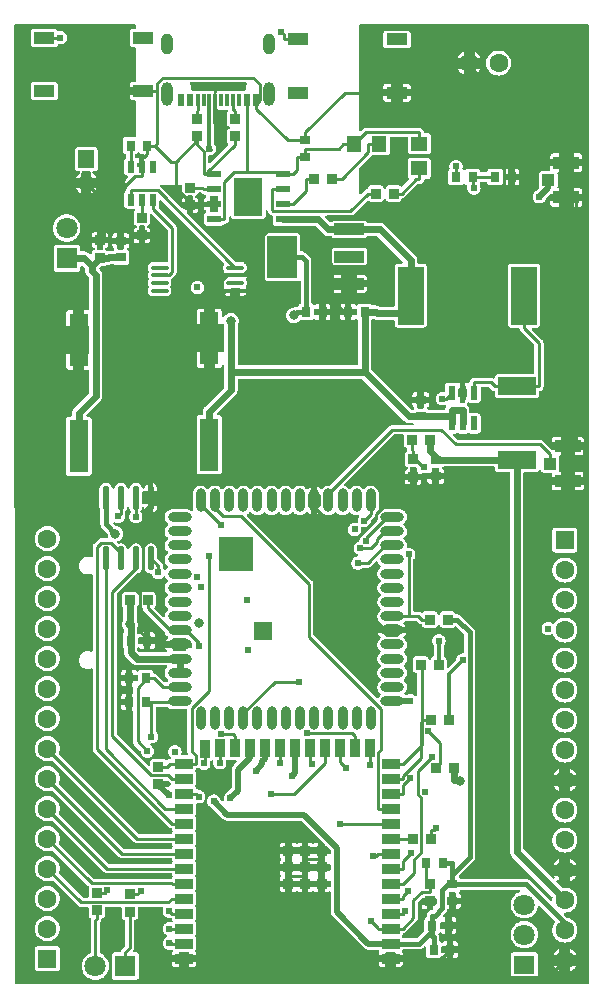
<source format=gtl>
G04 Layer: TopLayer*
G04 EasyEDA v6.5.54, 2026-02-06 19:08:49*
G04 4cf94d710e704693a343972755933389,ab8ce68afc924fbca291fda1b5b5a17a,10*
G04 Gerber Generator version 0.2*
G04 Scale: 100 percent, Rotated: No, Reflected: No *
G04 Dimensions in millimeters *
G04 leading zeros omitted , absolute positions ,4 integer and 5 decimal *
%FSLAX45Y45*%
%MOMM*%

%AMMACRO1*21,1,$1,$2,0,0,$3*%
%ADD10C,0.2540*%
%ADD11C,0.4000*%
%ADD12C,0.6000*%
%ADD13C,0.5000*%
%ADD14C,0.3000*%
%ADD15R,1.8000X1.0000*%
%ADD16R,0.5000X1.1000*%
%ADD17R,0.0157X1.1000*%
%ADD18R,0.3000X1.1000*%
%ADD19R,1.6500X4.5000*%
%ADD20R,1.3995X1.3005*%
%ADD21R,1.3005X1.3995*%
%ADD22MACRO1,0.864X0.8065X0.0000*%
%ADD23R,0.8640X0.8065*%
%ADD24R,1.2000X0.6000*%
%ADD25R,2.4000X3.3000*%
%ADD26MACRO1,0.98X2.47X90.0000*%
%ADD27MACRO1,3.6X2.47X-90.0000*%
%ADD28MACRO1,0.864X0.8065X-90.0000*%
%ADD29MACRO1,0.864X0.8065X90.0000*%
%ADD30R,0.9000X0.8000*%
%ADD31R,0.8000X0.9000*%
%ADD32R,3.2004X1.5240*%
%ADD33O,1.499997X0.399999*%
%ADD34R,0.5500X1.0000*%
%ADD35R,0.6000X1.2000*%
%ADD36R,2.2000X4.9000*%
%ADD37O,0.799998X1.999996*%
%ADD38O,1.999996X0.799998*%
%ADD39R,3.0000X3.0000*%
%ADD40R,1.5000X1.5000*%
%ADD41R,1.5000X0.9000*%
%ADD42R,0.9000X1.5000*%
%ADD43R,0.9000X0.9000*%
%ADD44O,0.58801X2.045005*%
%ADD45R,1.0500X1.0000*%
%ADD46R,2.2000X1.0500*%
%ADD47R,1.4000X1.5240*%
%ADD48C,1.4000*%
%ADD49C,1.8000*%
%ADD50R,1.8000X1.8000*%
%ADD51O,0.999998X1.999996*%
%ADD52O,0.999998X1.799996*%
%ADD53C,1.6000*%
%ADD54R,1.6000X1.6000*%
%ADD55R,1.8000X1.5748*%
%ADD56C,0.6100*%
%ADD57C,0.8000*%
%ADD58C,0.6200*%

%LPD*%
G36*
X2426157Y3105302D02*
G01*
X2422093Y3106115D01*
X2418689Y3108502D01*
X2416556Y3112058D01*
X2414422Y3118154D01*
X2412695Y3121660D01*
X2412288Y3124454D01*
X2412288Y3132836D01*
X2405430Y3132124D01*
X2401163Y3131261D01*
X2396896Y3132124D01*
X2390597Y3132836D01*
X2361692Y3132836D01*
X2355392Y3132124D01*
X2351024Y3131210D01*
X2346909Y3132023D01*
X2340610Y3132734D01*
X2311755Y3132734D01*
X2301290Y3131210D01*
X2296871Y3132124D01*
X2290572Y3132836D01*
X2261717Y3132836D01*
X2255418Y3132124D01*
X2252014Y3130956D01*
X2248662Y3130397D01*
X2245258Y3130956D01*
X2241905Y3132124D01*
X2235555Y3132836D01*
X2229104Y3132836D01*
X2225497Y3133496D01*
X2222347Y3135426D01*
X2220061Y3138373D01*
X2218994Y3141878D01*
X2219706Y3147110D01*
X2220518Y3156966D01*
X2219706Y3166821D01*
X2217166Y3176422D01*
X2213102Y3185414D01*
X2211374Y3188004D01*
X2209749Y3192068D01*
X2210003Y3196437D01*
X2212035Y3200298D01*
X2215540Y3202940D01*
X2219807Y3203854D01*
X2682392Y3203854D01*
X2686507Y3202990D01*
X2689910Y3200552D01*
X2692044Y3196894D01*
X2692552Y3192729D01*
X2691282Y3188716D01*
X2686964Y3180994D01*
X2683662Y3171698D01*
X2681986Y3161893D01*
X2681986Y3152038D01*
X2683256Y3144723D01*
X2683052Y3140354D01*
X2681020Y3136442D01*
X2677515Y3133801D01*
X2673248Y3132836D01*
X2666746Y3132836D01*
X2660396Y3132124D01*
X2656890Y3130905D01*
X2653538Y3130346D01*
X2650185Y3130905D01*
X2646883Y3132023D01*
X2640584Y3132734D01*
X2611729Y3132734D01*
X2601315Y3131210D01*
X2596896Y3132124D01*
X2590596Y3132836D01*
X2561691Y3132836D01*
X2555392Y3132124D01*
X2551125Y3131261D01*
X2546908Y3132124D01*
X2540609Y3132836D01*
X2511704Y3132836D01*
X2505405Y3132124D01*
X2501138Y3131261D01*
X2496870Y3132124D01*
X2490571Y3132836D01*
X2461717Y3132836D01*
X2455418Y3132124D01*
X2451150Y3131261D01*
X2446883Y3132124D01*
X2440025Y3132836D01*
X2440025Y3124504D01*
X2439619Y3121710D01*
X2437841Y3118154D01*
X2435758Y3112058D01*
X2433574Y3108502D01*
X2430221Y3106115D01*
G37*

%LPD*%
G36*
X2375154Y2518968D02*
G01*
X2371242Y2519730D01*
X2367940Y2521966D01*
X2365756Y2525268D01*
X2364994Y2529128D01*
X2364994Y2573528D01*
X2365806Y2577490D01*
X2368092Y2580843D01*
X2371547Y2583027D01*
X2375560Y2583688D01*
X2378557Y2583535D01*
X2388108Y2584754D01*
X2397353Y2587599D01*
X2406142Y2592019D01*
X2409850Y2594559D01*
X2416505Y2599994D01*
X2421839Y2606548D01*
X2425750Y2612542D01*
X2429764Y2621432D01*
X2432202Y2630728D01*
X2433015Y2640380D01*
X2432202Y2649982D01*
X2429764Y2659329D01*
X2425801Y2668117D01*
X2417775Y2679852D01*
X2417064Y2683662D01*
X2417064Y2985414D01*
X2417876Y2989376D01*
X2420162Y2992729D01*
X2423566Y2994914D01*
X2427528Y2995574D01*
X2431491Y2994660D01*
X2434742Y2992221D01*
X2436774Y2988767D01*
X2439619Y2982214D01*
X2440025Y2979369D01*
X2440025Y2971038D01*
X2446883Y2971749D01*
X2451150Y2972612D01*
X2455418Y2971749D01*
X2461717Y2971038D01*
X2490571Y2971038D01*
X2496870Y2971749D01*
X2501138Y2972612D01*
X2505405Y2971749D01*
X2511704Y2971038D01*
X2522728Y2971038D01*
X2526639Y2970276D01*
X2529941Y2968040D01*
X2532126Y2964738D01*
X2532888Y2960878D01*
X2532126Y2956966D01*
X2529941Y2953715D01*
X2527401Y2951175D01*
X2524302Y2946247D01*
X2522423Y2940812D01*
X2521712Y2934462D01*
X2521712Y2854960D01*
X2522423Y2848660D01*
X2524302Y2843174D01*
X2527401Y2838297D01*
X2531465Y2834182D01*
X2536393Y2831134D01*
X2542438Y2829001D01*
X2545994Y2826867D01*
X2548432Y2823464D01*
X2549245Y2819400D01*
X2548432Y2815336D01*
X2545994Y2811932D01*
X2542438Y2809798D01*
X2536393Y2807665D01*
X2531465Y2804617D01*
X2527401Y2800502D01*
X2524302Y2795625D01*
X2522423Y2790139D01*
X2521712Y2783840D01*
X2521712Y2704338D01*
X2522423Y2697988D01*
X2524302Y2692552D01*
X2527401Y2687624D01*
X2530500Y2684526D01*
X2532735Y2681224D01*
X2533497Y2677312D01*
X2532735Y2673451D01*
X2530500Y2670149D01*
X2382316Y2521966D01*
X2379014Y2519730D01*
G37*

%LPD*%
G36*
X1771954Y2485898D02*
G01*
X1768093Y2486710D01*
X1764792Y2488895D01*
X1762556Y2492197D01*
X1761794Y2496058D01*
X1761794Y2510688D01*
X1762556Y2514600D01*
X1764792Y2517851D01*
X1768093Y2520086D01*
X1771954Y2520848D01*
X1783283Y2520848D01*
X1783283Y2565400D01*
X1776475Y2565400D01*
X1770125Y2564688D01*
X1764690Y2562809D01*
X1762353Y2561285D01*
X1758492Y2559862D01*
X1754378Y2560066D01*
X1750720Y2561894D01*
X1748028Y2564993D01*
X1746808Y2568905D01*
X1746605Y2571546D01*
X1746605Y2587091D01*
X1747469Y2591155D01*
X1749856Y2594559D01*
X1753412Y2596692D01*
X1759204Y2598724D01*
X1764131Y2601772D01*
X1768195Y2605887D01*
X1769414Y2607767D01*
X1772208Y2610713D01*
X1775968Y2612339D01*
X1780032Y2612339D01*
X1783791Y2610713D01*
X1786585Y2607767D01*
X1787804Y2605887D01*
X1791868Y2601772D01*
X1796796Y2598724D01*
X1802231Y2596794D01*
X1808581Y2596083D01*
X1818132Y2596083D01*
X1822043Y2595321D01*
X1825294Y2593136D01*
X1827530Y2589834D01*
X1828292Y2585923D01*
X1828292Y2575560D01*
X1827733Y2572207D01*
X1826056Y2569210D01*
X1823516Y2566924D01*
X1823516Y2537460D01*
X1822704Y2533548D01*
X1820519Y2530246D01*
X1800656Y2510383D01*
X1797354Y2508199D01*
X1795983Y2506776D01*
X1793748Y2503525D01*
X1779168Y2488895D01*
X1775866Y2486710D01*
G37*

%LPD*%
G36*
X3747820Y-547268D02*
G01*
X3743858Y-546404D01*
X3740556Y-544068D01*
X3738422Y-540664D01*
X3737762Y-536702D01*
X3738727Y-532790D01*
X3740861Y-528218D01*
X3743401Y-518718D01*
X3744112Y-510641D01*
X3745026Y-507238D01*
X3747058Y-504342D01*
X3769512Y-481888D01*
X3774643Y-475640D01*
X3777792Y-469798D01*
X3780282Y-466750D01*
X3783736Y-464870D01*
X3787648Y-464464D01*
X3791458Y-465582D01*
X3794506Y-468020D01*
X3796436Y-471474D01*
X3796893Y-475386D01*
X3796741Y-477316D01*
X3797554Y-487629D01*
X3798976Y-493572D01*
X3799179Y-496976D01*
X3798265Y-500329D01*
X3796284Y-503123D01*
X3755136Y-544271D01*
X3751783Y-546506D01*
G37*

%LPD*%
G36*
X1788668Y-1621383D02*
G01*
X1784756Y-1620621D01*
X1781454Y-1618437D01*
X1766874Y-1603857D01*
X1764690Y-1600555D01*
X1763928Y-1596644D01*
X1763928Y-1593646D01*
X1764690Y-1589735D01*
X1766874Y-1586433D01*
X1769414Y-1583232D01*
X1772208Y-1580286D01*
X1775968Y-1578660D01*
X1780032Y-1578660D01*
X1783791Y-1580286D01*
X1786585Y-1583232D01*
X1787804Y-1585112D01*
X1791868Y-1589227D01*
X1796796Y-1592275D01*
X1802231Y-1594205D01*
X1808581Y-1594916D01*
X1821637Y-1594916D01*
X1821637Y-1552854D01*
X1784096Y-1552854D01*
X1780184Y-1552092D01*
X1776882Y-1549857D01*
X1774698Y-1546555D01*
X1773936Y-1542694D01*
X1773936Y-1505305D01*
X1774698Y-1501444D01*
X1776882Y-1498142D01*
X1780184Y-1495907D01*
X1784096Y-1495145D01*
X1821637Y-1495145D01*
X1821637Y-1453083D01*
X1808581Y-1453083D01*
X1802231Y-1453794D01*
X1796796Y-1455724D01*
X1791868Y-1458772D01*
X1787804Y-1462887D01*
X1786585Y-1464767D01*
X1783791Y-1467713D01*
X1780032Y-1469339D01*
X1775968Y-1469339D01*
X1772208Y-1467713D01*
X1769414Y-1464767D01*
X1764690Y-1458264D01*
X1763928Y-1454353D01*
X1763928Y-1411935D01*
X1767687Y-1396695D01*
X1768551Y-1386128D01*
X1767687Y-1375511D01*
X1765147Y-1365250D01*
X1760982Y-1355496D01*
X1758950Y-1351534D01*
X1758594Y-1348740D01*
X1758594Y-1249273D01*
X1759356Y-1245362D01*
X1761540Y-1242060D01*
X1763217Y-1240434D01*
X1766265Y-1235506D01*
X1768398Y-1229461D01*
X1770532Y-1225905D01*
X1773936Y-1223467D01*
X1778000Y-1222654D01*
X1782064Y-1223467D01*
X1785467Y-1225905D01*
X1787601Y-1229461D01*
X1789734Y-1235506D01*
X1792782Y-1240434D01*
X1796897Y-1244498D01*
X1801774Y-1247597D01*
X1808327Y-1249883D01*
X1811274Y-1251508D01*
X1813560Y-1254048D01*
X1815338Y-1259078D01*
X1817725Y-1266952D01*
X1821281Y-1273657D01*
X1826412Y-1279855D01*
X1996592Y-1450086D01*
X1998268Y-1452270D01*
X1999945Y-1457655D01*
X2003907Y-1467205D01*
X2009292Y-1475994D01*
X2015998Y-1483868D01*
X2022703Y-1489557D01*
X2025345Y-1493062D01*
X2026259Y-1497330D01*
X2025345Y-1501546D01*
X2022703Y-1505051D01*
X2015998Y-1510741D01*
X2009292Y-1518615D01*
X2003907Y-1527403D01*
X2002434Y-1530959D01*
X2066239Y-1530959D01*
X2066239Y-1513382D01*
X2067001Y-1509471D01*
X2069236Y-1506169D01*
X2072538Y-1503984D01*
X2076399Y-1503222D01*
X2168804Y-1503222D01*
X2172665Y-1503984D01*
X2175967Y-1506169D01*
X2178202Y-1509471D01*
X2178964Y-1513382D01*
X2178964Y-1530959D01*
X2213254Y-1530959D01*
X2217166Y-1531721D01*
X2220468Y-1533956D01*
X2229815Y-1543304D01*
X2231847Y-1546199D01*
X2232761Y-1549603D01*
X2232456Y-1553108D01*
X2229866Y-1562760D01*
X2228494Y-1576781D01*
X2226360Y-1580388D01*
X2222957Y-1582826D01*
X2218893Y-1583639D01*
X2178964Y-1583639D01*
X2178964Y-1601216D01*
X2178202Y-1605127D01*
X2175967Y-1608429D01*
X2172665Y-1610614D01*
X2168804Y-1611376D01*
X2076399Y-1611376D01*
X2072538Y-1610614D01*
X2069236Y-1608429D01*
X2067001Y-1605127D01*
X2066239Y-1601216D01*
X2066239Y-1583639D01*
X2002434Y-1583639D01*
X2003907Y-1587195D01*
X2009292Y-1596034D01*
X2018080Y-1606753D01*
X2019147Y-1610715D01*
X2018538Y-1614779D01*
X2016353Y-1618234D01*
X2013000Y-1620570D01*
X2008987Y-1621383D01*
G37*

%LPC*%
G36*
X1874316Y-1594916D02*
G01*
X1887423Y-1594916D01*
X1893722Y-1594205D01*
X1899208Y-1592275D01*
X1904085Y-1589227D01*
X1908200Y-1585112D01*
X1911299Y-1580235D01*
X1913178Y-1574749D01*
X1913889Y-1568450D01*
X1913889Y-1552854D01*
X1874316Y-1552854D01*
G37*
G36*
X1874316Y-1495145D02*
G01*
X1913889Y-1495145D01*
X1913889Y-1479550D01*
X1913178Y-1473250D01*
X1911299Y-1467764D01*
X1908200Y-1462887D01*
X1904085Y-1458772D01*
X1899208Y-1455724D01*
X1893722Y-1453794D01*
X1887423Y-1453083D01*
X1874316Y-1453083D01*
G37*

%LPD*%
G36*
X1863852Y-2584754D02*
G01*
X1859940Y-2583992D01*
X1856638Y-2581808D01*
X1595069Y-2320239D01*
X1592884Y-2316937D01*
X1592122Y-2313025D01*
X1592122Y-1132027D01*
X1592884Y-1128115D01*
X1595069Y-1124813D01*
X1762861Y-957021D01*
X1764995Y-955395D01*
X1767433Y-954379D01*
X1771497Y-953312D01*
X1780235Y-949248D01*
X1788109Y-943711D01*
X1794916Y-936904D01*
X1800453Y-928979D01*
X1804517Y-920242D01*
X1806295Y-913739D01*
X1808327Y-909828D01*
X1811782Y-907135D01*
X1816100Y-906221D01*
X1820418Y-907135D01*
X1823872Y-909828D01*
X1825904Y-913739D01*
X1827682Y-920242D01*
X1831746Y-928979D01*
X1837283Y-936904D01*
X1844090Y-943711D01*
X1851964Y-949248D01*
X1860702Y-953312D01*
X1869998Y-955802D01*
X1880362Y-956716D01*
X1884324Y-957884D01*
X1887474Y-960526D01*
X1889302Y-964184D01*
X1890064Y-967079D01*
X1894230Y-975969D01*
X1899869Y-983996D01*
X1906828Y-990955D01*
X1914855Y-996594D01*
X1923745Y-1000760D01*
X1933244Y-1003300D01*
X1943049Y-1004163D01*
X1952853Y-1003300D01*
X1962353Y-1000760D01*
X1971243Y-996594D01*
X1979269Y-990955D01*
X1986991Y-983183D01*
X1990293Y-980948D01*
X1994154Y-980186D01*
X1998065Y-980948D01*
X2001367Y-983132D01*
X2009292Y-996035D01*
X2015998Y-1003909D01*
X2022703Y-1009599D01*
X2025294Y-1013053D01*
X2026259Y-1017320D01*
X2025294Y-1021537D01*
X2022703Y-1025042D01*
X2015998Y-1030732D01*
X2009292Y-1038606D01*
X2003907Y-1047394D01*
X1999945Y-1056944D01*
X1997557Y-1067003D01*
X1996744Y-1077315D01*
X1997557Y-1087628D01*
X1999945Y-1097635D01*
X2003907Y-1107186D01*
X2009292Y-1116025D01*
X2015998Y-1123899D01*
X2022703Y-1129588D01*
X2025294Y-1133043D01*
X2026259Y-1137310D01*
X2025294Y-1141526D01*
X2022703Y-1145032D01*
X2015998Y-1150721D01*
X2009292Y-1158595D01*
X2003907Y-1167384D01*
X1999945Y-1176934D01*
X1997557Y-1186992D01*
X1996744Y-1197305D01*
X1997557Y-1207617D01*
X1999945Y-1217625D01*
X2003907Y-1227175D01*
X2009292Y-1236014D01*
X2015998Y-1243888D01*
X2022703Y-1249578D01*
X2025345Y-1253032D01*
X2026259Y-1257300D01*
X2025345Y-1261567D01*
X2022703Y-1265021D01*
X2015998Y-1270711D01*
X2009292Y-1278585D01*
X2003907Y-1287424D01*
X1999945Y-1296974D01*
X1997557Y-1306982D01*
X1996744Y-1317294D01*
X1995728Y-1321003D01*
X1993392Y-1324051D01*
X1990089Y-1326032D01*
X1986330Y-1326692D01*
X1982571Y-1325829D01*
X1979422Y-1323695D01*
X1912162Y-1256436D01*
X1909978Y-1253185D01*
X1909216Y-1249273D01*
X1909978Y-1245362D01*
X1912162Y-1242110D01*
X1913839Y-1240434D01*
X1916938Y-1235506D01*
X1918868Y-1230071D01*
X1919579Y-1223721D01*
X1919579Y-1138478D01*
X1918868Y-1132128D01*
X1916938Y-1126693D01*
X1913839Y-1121765D01*
X1909775Y-1117701D01*
X1904847Y-1114602D01*
X1899412Y-1112723D01*
X1893062Y-1112012D01*
X1813560Y-1112012D01*
X1807260Y-1112723D01*
X1801774Y-1114602D01*
X1796897Y-1117701D01*
X1792782Y-1121765D01*
X1789734Y-1126693D01*
X1787601Y-1132738D01*
X1785467Y-1136294D01*
X1782064Y-1138732D01*
X1778000Y-1139545D01*
X1773936Y-1138732D01*
X1770532Y-1136294D01*
X1768398Y-1132738D01*
X1766265Y-1126693D01*
X1763217Y-1121765D01*
X1759102Y-1117701D01*
X1754225Y-1114602D01*
X1748739Y-1112723D01*
X1742439Y-1112012D01*
X1662938Y-1112012D01*
X1656588Y-1112723D01*
X1651152Y-1114602D01*
X1646224Y-1117701D01*
X1642160Y-1121765D01*
X1639062Y-1126693D01*
X1637131Y-1132128D01*
X1636420Y-1138478D01*
X1636420Y-1223721D01*
X1637131Y-1230071D01*
X1639062Y-1235506D01*
X1642160Y-1240434D01*
X1643786Y-1242060D01*
X1645970Y-1245362D01*
X1646732Y-1249222D01*
X1646732Y-1348841D01*
X1646478Y-1351280D01*
X1645615Y-1353566D01*
X1642059Y-1360271D01*
X1638706Y-1370330D01*
X1636979Y-1380794D01*
X1636979Y-1391412D01*
X1638706Y-1401876D01*
X1642059Y-1411935D01*
X1646986Y-1421333D01*
X1650034Y-1425397D01*
X1651558Y-1428292D01*
X1652066Y-1431493D01*
X1652066Y-1454404D01*
X1651304Y-1458264D01*
X1649120Y-1461566D01*
X1647799Y-1462887D01*
X1644700Y-1467764D01*
X1642821Y-1473250D01*
X1642110Y-1479550D01*
X1642110Y-1568450D01*
X1642821Y-1574749D01*
X1644700Y-1580235D01*
X1647799Y-1585112D01*
X1649120Y-1586433D01*
X1651304Y-1589735D01*
X1652066Y-1593596D01*
X1652066Y-1623822D01*
X1652320Y-1628901D01*
X1652930Y-1633728D01*
X1653997Y-1638503D01*
X1655470Y-1643125D01*
X1657350Y-1647647D01*
X1659585Y-1651965D01*
X1662226Y-1656080D01*
X1665173Y-1659940D01*
X1668627Y-1663700D01*
X1721612Y-1716684D01*
X1725371Y-1720138D01*
X1729232Y-1723085D01*
X1733346Y-1725726D01*
X1737664Y-1727962D01*
X1742186Y-1729841D01*
X1746808Y-1731314D01*
X1751584Y-1732381D01*
X1756410Y-1732991D01*
X1761489Y-1733245D01*
X2008987Y-1733245D01*
X2012746Y-1733956D01*
X2015998Y-1736039D01*
X2018233Y-1739138D01*
X2019147Y-1742846D01*
X2018588Y-1746656D01*
X2016709Y-1750009D01*
X2009292Y-1758594D01*
X2003907Y-1767433D01*
X1999945Y-1776984D01*
X1997557Y-1786991D01*
X1996744Y-1797304D01*
X1997557Y-1807616D01*
X1999945Y-1817674D01*
X2003907Y-1827225D01*
X2009292Y-1836013D01*
X2015998Y-1843887D01*
X2022703Y-1849577D01*
X2025294Y-1853082D01*
X2026259Y-1857298D01*
X2025294Y-1861566D01*
X2022703Y-1865020D01*
X2015998Y-1870710D01*
X2012238Y-1875129D01*
X2008784Y-1877771D01*
X2004517Y-1878736D01*
X1999234Y-1878736D01*
X1995373Y-1877923D01*
X1992071Y-1875739D01*
X1930857Y-1814575D01*
X1924659Y-1809445D01*
X1917954Y-1805889D01*
X1906727Y-1802688D01*
X1903882Y-1800758D01*
X1901901Y-1797964D01*
X1900936Y-1794662D01*
X1900478Y-1790750D01*
X1898599Y-1785264D01*
X1895500Y-1780387D01*
X1891385Y-1776272D01*
X1886508Y-1773224D01*
X1881022Y-1771294D01*
X1874723Y-1770583D01*
X1795881Y-1770583D01*
X1789531Y-1771294D01*
X1784096Y-1773224D01*
X1779168Y-1776272D01*
X1775104Y-1780387D01*
X1773885Y-1782267D01*
X1771091Y-1785213D01*
X1767332Y-1786839D01*
X1763268Y-1786839D01*
X1759508Y-1785213D01*
X1756714Y-1782267D01*
X1755495Y-1780387D01*
X1751431Y-1776272D01*
X1746504Y-1773224D01*
X1741068Y-1771294D01*
X1734718Y-1770583D01*
X1721662Y-1770583D01*
X1721662Y-1812645D01*
X1759204Y-1812645D01*
X1763115Y-1813407D01*
X1766417Y-1815642D01*
X1768602Y-1818944D01*
X1769364Y-1822805D01*
X1769364Y-1860194D01*
X1768602Y-1864055D01*
X1766417Y-1867357D01*
X1763115Y-1869592D01*
X1759204Y-1870354D01*
X1721662Y-1870354D01*
X1721662Y-1912874D01*
X1724710Y-1914448D01*
X1727047Y-1916988D01*
X1728419Y-1920138D01*
X1728622Y-1924405D01*
X1728622Y-1963623D01*
X1727707Y-1967738D01*
X1725269Y-1971141D01*
X1721662Y-1973275D01*
X1721662Y-2016353D01*
X1725269Y-2018487D01*
X1727707Y-2021890D01*
X1728622Y-2026005D01*
X1728622Y-2063394D01*
X1727707Y-2067509D01*
X1725269Y-2070912D01*
X1721662Y-2073046D01*
X1721662Y-2116124D01*
X1725269Y-2118258D01*
X1727707Y-2121662D01*
X1728622Y-2125776D01*
X1728622Y-2376576D01*
X1729384Y-2384602D01*
X1731568Y-2391816D01*
X1735124Y-2398471D01*
X1740255Y-2404719D01*
X1791360Y-2455773D01*
X1793341Y-2458669D01*
X1794256Y-2462072D01*
X1794967Y-2470150D01*
X1797507Y-2479649D01*
X1801672Y-2488539D01*
X1807311Y-2496566D01*
X1814271Y-2503525D01*
X1822297Y-2509164D01*
X1831187Y-2513330D01*
X1840687Y-2515870D01*
X1850491Y-2516733D01*
X1860296Y-2515870D01*
X1869795Y-2513330D01*
X1878685Y-2509164D01*
X1886712Y-2503525D01*
X1893671Y-2496566D01*
X1899310Y-2488539D01*
X1903475Y-2479649D01*
X1906016Y-2470150D01*
X1906879Y-2460345D01*
X1906016Y-2450541D01*
X1903475Y-2441041D01*
X1899310Y-2432151D01*
X1893671Y-2424125D01*
X1886712Y-2417165D01*
X1878736Y-2411577D01*
X1875789Y-2408326D01*
X1874469Y-2404160D01*
X1874977Y-2399792D01*
X1877314Y-2396083D01*
X1881022Y-2393746D01*
X1885340Y-2393137D01*
X1895144Y-2392273D01*
X1904644Y-2389733D01*
X1913534Y-2385568D01*
X1921611Y-2379929D01*
X1928571Y-2372969D01*
X1934159Y-2364943D01*
X1938324Y-2356053D01*
X1940864Y-2346553D01*
X1941728Y-2336749D01*
X1940864Y-2326944D01*
X1938324Y-2317445D01*
X1934159Y-2308555D01*
X1928571Y-2300528D01*
X1926945Y-2298903D01*
X1924761Y-2295601D01*
X1923999Y-2291740D01*
X1923999Y-2093468D01*
X1924761Y-2089556D01*
X1926945Y-2086305D01*
X1930247Y-2084070D01*
X1934159Y-2083307D01*
X2011629Y-2083307D01*
X2015134Y-2083917D01*
X2018182Y-2085746D01*
X2023872Y-2090572D01*
X2032711Y-2096007D01*
X2042261Y-2099970D01*
X2052320Y-2102358D01*
X2062988Y-2103221D01*
X2175814Y-2103221D01*
X2179726Y-2103983D01*
X2183028Y-2106168D01*
X2185212Y-2109470D01*
X2186025Y-2113381D01*
X2186025Y-2461310D01*
X2186787Y-2469337D01*
X2188972Y-2476550D01*
X2190851Y-2480056D01*
X2192020Y-2484018D01*
X2191512Y-2488133D01*
X2189327Y-2491740D01*
X2185974Y-2494127D01*
X2181910Y-2494991D01*
X2146401Y-2494991D01*
X2142744Y-2494330D01*
X2139594Y-2492400D01*
X2137359Y-2489454D01*
X2136292Y-2485948D01*
X2136546Y-2482291D01*
X2138832Y-2473401D01*
X2139696Y-2463800D01*
X2138832Y-2454198D01*
X2136444Y-2444851D01*
X2132431Y-2436063D01*
X2127046Y-2428087D01*
X2120392Y-2421128D01*
X2112619Y-2415387D01*
X2103983Y-2411018D01*
X2094788Y-2408224D01*
X2085238Y-2406954D01*
X2075586Y-2407412D01*
X2066137Y-2409444D01*
X2057196Y-2413000D01*
X2048967Y-2418080D01*
X2041753Y-2424430D01*
X2035657Y-2431948D01*
X2030984Y-2440381D01*
X2027783Y-2449474D01*
X2026157Y-2458974D01*
X2026157Y-2468626D01*
X2027783Y-2478125D01*
X2030984Y-2487218D01*
X2035657Y-2495651D01*
X2041753Y-2503170D01*
X2048967Y-2509520D01*
X2051405Y-2512771D01*
X2052421Y-2516733D01*
X2051761Y-2520746D01*
X2049576Y-2524150D01*
X2046224Y-2526487D01*
X2042261Y-2527300D01*
X2040483Y-2527300D01*
X2032457Y-2528112D01*
X2025243Y-2530297D01*
X2015032Y-2535834D01*
X2011324Y-2536342D01*
X2007717Y-2535478D01*
X2004669Y-2533396D01*
X2002434Y-2531160D01*
X1997506Y-2528062D01*
X1992071Y-2526131D01*
X1985721Y-2525420D01*
X1900478Y-2525420D01*
X1894128Y-2526131D01*
X1888693Y-2528062D01*
X1883765Y-2531160D01*
X1879701Y-2535224D01*
X1876602Y-2540152D01*
X1874723Y-2545588D01*
X1874012Y-2551938D01*
X1874012Y-2574594D01*
X1873199Y-2578506D01*
X1871014Y-2581808D01*
X1867712Y-2583992D01*
G37*

%LPC*%
G36*
X1655876Y-2115616D02*
G01*
X1668983Y-2115616D01*
X1668983Y-2073554D01*
X1629410Y-2073554D01*
X1629410Y-2089150D01*
X1630121Y-2095449D01*
X1632000Y-2100935D01*
X1635099Y-2105812D01*
X1639214Y-2109927D01*
X1644091Y-2112975D01*
X1649577Y-2114905D01*
G37*
G36*
X1629410Y-2015845D02*
G01*
X1668983Y-2015845D01*
X1668983Y-1973783D01*
X1655876Y-1973783D01*
X1649577Y-1974494D01*
X1644091Y-1976424D01*
X1639214Y-1979472D01*
X1635099Y-1983587D01*
X1632000Y-1988464D01*
X1630121Y-1993950D01*
X1629410Y-2000250D01*
G37*
G36*
X1655876Y-1912416D02*
G01*
X1668983Y-1912416D01*
X1668983Y-1870354D01*
X1629410Y-1870354D01*
X1629410Y-1885950D01*
X1630121Y-1892249D01*
X1632000Y-1897735D01*
X1635099Y-1902612D01*
X1639214Y-1906727D01*
X1644091Y-1909775D01*
X1649577Y-1911705D01*
G37*
G36*
X1629410Y-1812645D02*
G01*
X1668983Y-1812645D01*
X1668983Y-1770583D01*
X1655876Y-1770583D01*
X1649577Y-1771294D01*
X1644091Y-1773224D01*
X1639214Y-1776272D01*
X1635099Y-1780387D01*
X1632000Y-1785264D01*
X1630121Y-1790750D01*
X1629410Y-1797050D01*
G37*

%LPD*%
G36*
X5268518Y-3731056D02*
G01*
X5264759Y-3730244D01*
X5261559Y-3728059D01*
X5087366Y-3553917D01*
X5080304Y-3548583D01*
X5072735Y-3544824D01*
X5064607Y-3542537D01*
X5055717Y-3541674D01*
X4509516Y-3541674D01*
X4506163Y-3541115D01*
X4503166Y-3539490D01*
X4500930Y-3536950D01*
X4497527Y-3531514D01*
X4492599Y-3526586D01*
X4490364Y-3523284D01*
X4489602Y-3519424D01*
X4490364Y-3515512D01*
X4492599Y-3512210D01*
X4613097Y-3391611D01*
X4618431Y-3384600D01*
X4622190Y-3377031D01*
X4624476Y-3368852D01*
X4625340Y-3359962D01*
X4625289Y-1450187D01*
X4624070Y-1441450D01*
X4621377Y-1433423D01*
X4617262Y-1426006D01*
X4611522Y-1419148D01*
X4504842Y-1312519D01*
X4497832Y-1307185D01*
X4490262Y-1303426D01*
X4481982Y-1301089D01*
X4475632Y-1300327D01*
X4467047Y-1300276D01*
X4463034Y-1299413D01*
X4459630Y-1297025D01*
X4457547Y-1293469D01*
X4456938Y-1291793D01*
X4453839Y-1286865D01*
X4449775Y-1282801D01*
X4444847Y-1279702D01*
X4439412Y-1277823D01*
X4433062Y-1277112D01*
X4353560Y-1277112D01*
X4347260Y-1277823D01*
X4341774Y-1279702D01*
X4336897Y-1282801D01*
X4332782Y-1286865D01*
X4329734Y-1291793D01*
X4327601Y-1297838D01*
X4325467Y-1301394D01*
X4322064Y-1303832D01*
X4318000Y-1304645D01*
X4313936Y-1303832D01*
X4310532Y-1301394D01*
X4308398Y-1297838D01*
X4306265Y-1291793D01*
X4303217Y-1286865D01*
X4299102Y-1282801D01*
X4294225Y-1279702D01*
X4288739Y-1277823D01*
X4282440Y-1277112D01*
X4202938Y-1277112D01*
X4196588Y-1277823D01*
X4191152Y-1279702D01*
X4186224Y-1282801D01*
X4182719Y-1286306D01*
X4179671Y-1288440D01*
X4176014Y-1289304D01*
X4172356Y-1288796D01*
X4169105Y-1286967D01*
X4166971Y-1285240D01*
X4160316Y-1281684D01*
X4153103Y-1279499D01*
X4145076Y-1278737D01*
X4112412Y-1278737D01*
X4108500Y-1277924D01*
X4105249Y-1275740D01*
X4103014Y-1272438D01*
X4102252Y-1268577D01*
X4102252Y-839266D01*
X4103014Y-835355D01*
X4105249Y-832053D01*
X4106824Y-830478D01*
X4112463Y-822401D01*
X4116628Y-813511D01*
X4119168Y-804011D01*
X4120032Y-794258D01*
X4119168Y-784453D01*
X4116628Y-774954D01*
X4112463Y-766064D01*
X4106824Y-757986D01*
X4099864Y-751027D01*
X4091838Y-745439D01*
X4082948Y-741273D01*
X4073448Y-738733D01*
X4063644Y-737870D01*
X4058716Y-738276D01*
X4054348Y-737717D01*
X4050639Y-735380D01*
X4048302Y-731723D01*
X4047693Y-727354D01*
X4048455Y-717296D01*
X4047642Y-706983D01*
X4045254Y-696976D01*
X4041292Y-687425D01*
X4035907Y-678586D01*
X4029201Y-670712D01*
X4022496Y-665022D01*
X4019854Y-661568D01*
X4018940Y-657301D01*
X4019854Y-653034D01*
X4022496Y-649579D01*
X4029201Y-643890D01*
X4035907Y-636016D01*
X4041292Y-627176D01*
X4045254Y-617626D01*
X4047642Y-607618D01*
X4048455Y-597306D01*
X4047642Y-586994D01*
X4045254Y-576935D01*
X4041292Y-567385D01*
X4035907Y-558596D01*
X4029201Y-550722D01*
X4022496Y-545033D01*
X4019905Y-541528D01*
X4018940Y-537311D01*
X4019905Y-533044D01*
X4022496Y-529590D01*
X4029201Y-523900D01*
X4035907Y-516026D01*
X4041292Y-507187D01*
X4045254Y-497636D01*
X4047642Y-487629D01*
X4048455Y-477316D01*
X4047642Y-467004D01*
X4045254Y-456946D01*
X4041292Y-447395D01*
X4035907Y-438607D01*
X4029201Y-430733D01*
X4021328Y-424027D01*
X4012488Y-418592D01*
X4002938Y-414629D01*
X3992879Y-412242D01*
X3982212Y-411378D01*
X3862984Y-411378D01*
X3852316Y-412242D01*
X3842258Y-414629D01*
X3832707Y-418592D01*
X3823868Y-424027D01*
X3822293Y-425348D01*
X3818585Y-427380D01*
X3814368Y-427685D01*
X3810406Y-426313D01*
X3807307Y-423367D01*
X3805682Y-419506D01*
X3805834Y-415290D01*
X3807663Y-407619D01*
X3808476Y-396900D01*
X3808476Y-277723D01*
X3807663Y-267004D01*
X3805224Y-256946D01*
X3801262Y-247396D01*
X3795877Y-238556D01*
X3789172Y-230733D01*
X3781298Y-224028D01*
X3772509Y-218592D01*
X3762959Y-214629D01*
X3752900Y-212242D01*
X3742588Y-211429D01*
X3732276Y-212242D01*
X3722217Y-214629D01*
X3712667Y-218592D01*
X3703878Y-224028D01*
X3696004Y-230733D01*
X3690315Y-237388D01*
X3686860Y-240029D01*
X3682593Y-240944D01*
X3678326Y-240029D01*
X3674872Y-237388D01*
X3669182Y-230733D01*
X3661308Y-224028D01*
X3652520Y-218592D01*
X3642969Y-214629D01*
X3632911Y-212242D01*
X3622598Y-211429D01*
X3612286Y-212242D01*
X3602228Y-214629D01*
X3592677Y-218592D01*
X3583889Y-224028D01*
X3576015Y-230733D01*
X3570325Y-237388D01*
X3566871Y-240029D01*
X3562604Y-240944D01*
X3558336Y-240029D01*
X3554882Y-237388D01*
X3549192Y-230733D01*
X3541318Y-224028D01*
X3532530Y-218592D01*
X3522065Y-214325D01*
X3518712Y-212090D01*
X3516528Y-208788D01*
X3515766Y-204927D01*
X3516528Y-201015D01*
X3518712Y-197713D01*
X3934104Y217627D01*
X3937406Y219862D01*
X3941267Y220624D01*
X4013860Y220624D01*
X4017772Y219862D01*
X4021074Y217627D01*
X4023258Y214375D01*
X4024020Y210464D01*
X4024020Y135178D01*
X4024731Y128828D01*
X4026662Y123393D01*
X4029760Y118465D01*
X4033824Y114401D01*
X4038752Y111302D01*
X4044848Y109169D01*
X4048404Y107035D01*
X4050792Y103632D01*
X4051655Y99568D01*
X4051655Y92405D01*
X4052366Y85039D01*
X4052062Y81330D01*
X4050436Y77978D01*
X4047693Y75438D01*
X4042765Y72339D01*
X4038701Y68275D01*
X4035602Y63347D01*
X4033723Y57912D01*
X4033012Y51562D01*
X4033012Y-27940D01*
X4033723Y-34239D01*
X4035602Y-39725D01*
X4038701Y-44602D01*
X4042765Y-48717D01*
X4047693Y-51765D01*
X4053738Y-53898D01*
X4057294Y-56032D01*
X4059732Y-59436D01*
X4060545Y-63500D01*
X4059732Y-67564D01*
X4057294Y-70967D01*
X4053738Y-73101D01*
X4047693Y-75234D01*
X4042765Y-78282D01*
X4038701Y-82397D01*
X4035602Y-87274D01*
X4033723Y-92760D01*
X4033012Y-99060D01*
X4033012Y-112318D01*
X4074160Y-112318D01*
X4074160Y-64566D01*
X4074922Y-60655D01*
X4077106Y-57404D01*
X4080408Y-55168D01*
X4084320Y-54406D01*
X4119879Y-54406D01*
X4123791Y-55168D01*
X4127093Y-57404D01*
X4129278Y-60655D01*
X4130040Y-64566D01*
X4130040Y-112318D01*
X4172915Y-112318D01*
X4175404Y-109677D01*
X4178655Y-108102D01*
X4182262Y-107797D01*
X4189679Y-108458D01*
X4199483Y-107594D01*
X4208881Y-105054D01*
X4212132Y-104749D01*
X4215333Y-105460D01*
X4218127Y-107137D01*
X4263745Y-107137D01*
X4263745Y-69596D01*
X4264507Y-65684D01*
X4266742Y-62382D01*
X4270044Y-60198D01*
X4273905Y-59436D01*
X4311294Y-59436D01*
X4315155Y-60198D01*
X4318457Y-62382D01*
X4320692Y-65684D01*
X4321454Y-69596D01*
X4321454Y-107137D01*
X4363516Y-107137D01*
X4363516Y-94081D01*
X4362805Y-87731D01*
X4360875Y-82296D01*
X4357827Y-77368D01*
X4353712Y-73304D01*
X4351832Y-72085D01*
X4348886Y-69291D01*
X4347260Y-65532D01*
X4347260Y-61467D01*
X4348886Y-57708D01*
X4351832Y-54914D01*
X4358335Y-50190D01*
X4362246Y-49428D01*
X4391914Y-49428D01*
X4393234Y-49580D01*
X4782312Y-49580D01*
X4786223Y-50342D01*
X4789474Y-52527D01*
X4791710Y-55829D01*
X4792472Y-59740D01*
X4792472Y-69291D01*
X4793183Y-75590D01*
X4795113Y-81076D01*
X4798161Y-85953D01*
X4802276Y-90068D01*
X4807153Y-93116D01*
X4812639Y-95046D01*
X4818938Y-95758D01*
X4912309Y-95758D01*
X4916220Y-96520D01*
X4919522Y-98755D01*
X4921707Y-102006D01*
X4922469Y-105918D01*
X4922469Y-3314496D01*
X4922723Y-3319576D01*
X4923332Y-3324402D01*
X4924399Y-3329178D01*
X4925872Y-3333800D01*
X4927752Y-3338322D01*
X4929987Y-3342640D01*
X4932629Y-3346754D01*
X4935575Y-3350615D01*
X4939030Y-3354374D01*
X5277967Y-3693363D01*
X5279898Y-3696055D01*
X5280863Y-3699205D01*
X5280761Y-3702507D01*
X5279796Y-3707282D01*
X5278882Y-3721557D01*
X5277916Y-3725265D01*
X5275630Y-3728364D01*
X5272328Y-3730396D01*
G37*

%LPC*%
G36*
X4130040Y-205079D02*
G01*
X4144721Y-205079D01*
X4151071Y-204368D01*
X4156506Y-202438D01*
X4161434Y-199339D01*
X4165498Y-195275D01*
X4168597Y-190347D01*
X4170476Y-184912D01*
X4171187Y-178562D01*
X4171187Y-165354D01*
X4130040Y-165354D01*
G37*
G36*
X4059478Y-205079D02*
G01*
X4074160Y-205079D01*
X4074160Y-165354D01*
X4033012Y-165354D01*
X4033012Y-178562D01*
X4033723Y-184912D01*
X4035602Y-190347D01*
X4038701Y-195275D01*
X4042765Y-199339D01*
X4047693Y-202438D01*
X4053128Y-204368D01*
G37*
G36*
X4321454Y-199390D02*
G01*
X4337050Y-199390D01*
X4343349Y-198678D01*
X4348835Y-196799D01*
X4353712Y-193700D01*
X4357827Y-189585D01*
X4360875Y-184708D01*
X4362805Y-179222D01*
X4363516Y-172923D01*
X4363516Y-159816D01*
X4321454Y-159816D01*
G37*
G36*
X4248150Y-199390D02*
G01*
X4263745Y-199390D01*
X4263745Y-159816D01*
X4221683Y-159816D01*
X4221683Y-172923D01*
X4222394Y-179222D01*
X4224324Y-184708D01*
X4227372Y-189585D01*
X4231487Y-193700D01*
X4236364Y-196799D01*
X4241850Y-198678D01*
G37*

%LPD*%
G36*
X4019397Y-4043984D02*
G01*
X4015333Y-4043172D01*
X4011929Y-4040733D01*
X4009796Y-4037177D01*
X4008577Y-4033672D01*
X4007408Y-4031792D01*
X4006037Y-4028287D01*
X4006037Y-4024528D01*
X4007408Y-4020972D01*
X4008577Y-4019092D01*
X4010507Y-4013657D01*
X4010914Y-4009745D01*
X4011879Y-4006443D01*
X4013911Y-4003649D01*
X4016705Y-4001719D01*
X4020769Y-4000703D01*
X4027982Y-3998518D01*
X4034637Y-3994962D01*
X4040886Y-3989832D01*
X4128770Y-3901948D01*
X4133900Y-3895699D01*
X4137456Y-3889044D01*
X4139641Y-3881831D01*
X4140454Y-3873804D01*
X4140454Y-3742436D01*
X4141215Y-3738524D01*
X4143451Y-3735222D01*
X4169257Y-3709365D01*
X4172559Y-3707180D01*
X4176471Y-3706418D01*
X4213860Y-3706418D01*
X4213860Y-3699306D01*
X4214622Y-3695395D01*
X4216806Y-3692093D01*
X4220108Y-3689908D01*
X4224020Y-3689146D01*
X4241292Y-3689146D01*
X4249318Y-3688334D01*
X4256633Y-3686098D01*
X4260392Y-3685692D01*
X4263999Y-3686708D01*
X4267047Y-3688943D01*
X4269028Y-3692144D01*
X4269740Y-3695852D01*
X4269740Y-3706418D01*
X4290263Y-3706418D01*
X4294174Y-3707180D01*
X4297476Y-3709365D01*
X4299661Y-3712667D01*
X4300423Y-3716578D01*
X4300423Y-3749294D01*
X4299661Y-3753154D01*
X4297476Y-3756456D01*
X4294174Y-3758641D01*
X4290263Y-3759454D01*
X4269740Y-3759454D01*
X4269740Y-3795979D01*
X4269028Y-3799789D01*
X4266895Y-3803040D01*
X4263745Y-3805224D01*
X4259986Y-3806139D01*
X4256430Y-3806240D01*
X4252264Y-3806850D01*
X4248150Y-3807815D01*
X4244136Y-3809187D01*
X4240225Y-3810863D01*
X4236516Y-3812946D01*
X4233062Y-3815334D01*
X4229760Y-3818026D01*
X4226763Y-3821023D01*
X4224070Y-3824325D01*
X4221683Y-3827779D01*
X4219600Y-3831488D01*
X4217924Y-3835400D01*
X4216552Y-3839413D01*
X4215587Y-3843528D01*
X4214977Y-3847744D01*
X4214774Y-3852214D01*
X4214774Y-3859784D01*
X4214215Y-3863136D01*
X4212590Y-3866134D01*
X4210050Y-3868369D01*
X4204614Y-3871772D01*
X4200499Y-3875887D01*
X4197400Y-3880764D01*
X4195521Y-3886250D01*
X4194810Y-3892550D01*
X4194810Y-3976268D01*
X4194048Y-3980179D01*
X4191812Y-3983482D01*
X4134256Y-4041038D01*
X4130954Y-4043222D01*
X4127093Y-4043984D01*
G37*

%LPC*%
G36*
X4199178Y-3799179D02*
G01*
X4213860Y-3799179D01*
X4213860Y-3759454D01*
X4172712Y-3759454D01*
X4172712Y-3772662D01*
X4173423Y-3779012D01*
X4175302Y-3784447D01*
X4178401Y-3789375D01*
X4182465Y-3793439D01*
X4187393Y-3796537D01*
X4192828Y-3798468D01*
G37*

%LPD*%
G36*
X736092Y-4431792D02*
G01*
X732180Y-4431030D01*
X728878Y-4428794D01*
X726694Y-4425543D01*
X725932Y-4421632D01*
X724408Y3685032D01*
X725170Y3688943D01*
X727405Y3692194D01*
X730707Y3694429D01*
X734568Y3695192D01*
X1741932Y3695192D01*
X1745843Y3694429D01*
X1749094Y3692194D01*
X1751330Y3688943D01*
X1752092Y3685032D01*
X1752092Y3663950D01*
X1751330Y3660038D01*
X1749094Y3656736D01*
X1745843Y3654551D01*
X1741932Y3653790D01*
X1727657Y3653790D01*
X1721307Y3653078D01*
X1715871Y3651148D01*
X1710994Y3648049D01*
X1706880Y3643985D01*
X1703781Y3639058D01*
X1701901Y3633622D01*
X1701190Y3627272D01*
X1701190Y3528415D01*
X1701901Y3522116D01*
X1703781Y3516629D01*
X1706880Y3511753D01*
X1710994Y3507638D01*
X1715871Y3504590D01*
X1721307Y3502660D01*
X1727657Y3501948D01*
X1741932Y3501948D01*
X1745843Y3501186D01*
X1749094Y3499002D01*
X1751330Y3495700D01*
X1752092Y3491788D01*
X1752092Y3213963D01*
X1751330Y3210052D01*
X1749094Y3206750D01*
X1745843Y3204565D01*
X1741932Y3203803D01*
X1727657Y3203803D01*
X1721307Y3203092D01*
X1715871Y3201162D01*
X1710994Y3198063D01*
X1706880Y3193999D01*
X1703781Y3189071D01*
X1701901Y3183636D01*
X1701190Y3177286D01*
X1701190Y3159252D01*
X1741932Y3159252D01*
X1745843Y3158439D01*
X1749094Y3156254D01*
X1751330Y3152952D01*
X1752092Y3149092D01*
X1752092Y3106674D01*
X1751330Y3102813D01*
X1749094Y3099511D01*
X1745843Y3097276D01*
X1741932Y3096514D01*
X1701190Y3096514D01*
X1701190Y3078429D01*
X1701901Y3072130D01*
X1703781Y3066643D01*
X1706880Y3061766D01*
X1710994Y3057652D01*
X1715871Y3054604D01*
X1721307Y3052673D01*
X1727657Y3051962D01*
X1741932Y3051962D01*
X1745843Y3051200D01*
X1749094Y3049016D01*
X1751330Y3045714D01*
X1752092Y3041802D01*
X1752092Y2748076D01*
X1751330Y2744165D01*
X1749094Y2740863D01*
X1745843Y2738678D01*
X1741932Y2737916D01*
X1668576Y2737916D01*
X1662277Y2737205D01*
X1656791Y2735275D01*
X1651914Y2732227D01*
X1647799Y2728112D01*
X1644700Y2723235D01*
X1642821Y2717749D01*
X1642110Y2711450D01*
X1642110Y2622550D01*
X1642821Y2616250D01*
X1644700Y2610764D01*
X1647799Y2605887D01*
X1651914Y2601772D01*
X1656791Y2598724D01*
X1662582Y2596692D01*
X1666138Y2594559D01*
X1668525Y2591155D01*
X1669389Y2587091D01*
X1669389Y2568194D01*
X1668830Y2564892D01*
X1667256Y2561996D01*
X1660702Y2555595D01*
X1657604Y2550718D01*
X1655724Y2545232D01*
X1655013Y2538933D01*
X1655013Y2440076D01*
X1655724Y2433726D01*
X1657604Y2428290D01*
X1660702Y2423363D01*
X1664766Y2419299D01*
X1669694Y2416200D01*
X1675130Y2414320D01*
X1680616Y2413711D01*
X1684223Y2412593D01*
X1687169Y2410206D01*
X1689049Y2406954D01*
X1689658Y2403195D01*
X1688795Y2399538D01*
X1686661Y2396388D01*
X1670964Y2380742D01*
X1667154Y2375966D01*
X1664665Y2370734D01*
X1663395Y2365095D01*
X1663395Y2359304D01*
X1664665Y2353665D01*
X1667154Y2348433D01*
X1670812Y2343912D01*
X1675333Y2340254D01*
X1680565Y2337765D01*
X1683207Y2337003D01*
X1687017Y2334920D01*
X1689658Y2331364D01*
X1690522Y2327097D01*
X1689506Y2322830D01*
X1686814Y2319375D01*
X1681327Y2314854D01*
X1676349Y2308809D01*
X1672793Y2302154D01*
X1670608Y2294940D01*
X1669846Y2287524D01*
X1669084Y2284577D01*
X1667459Y2281936D01*
X1664766Y2279700D01*
X1660702Y2275636D01*
X1657604Y2270709D01*
X1655724Y2265273D01*
X1655013Y2258923D01*
X1655013Y2160066D01*
X1655724Y2153767D01*
X1657604Y2148281D01*
X1660702Y2143404D01*
X1664766Y2139289D01*
X1669694Y2136190D01*
X1675130Y2134311D01*
X1681480Y2133600D01*
X1735886Y2133600D01*
X1739747Y2132838D01*
X1743049Y2130653D01*
X1745234Y2127453D01*
X1746046Y2123592D01*
X1745386Y2119731D01*
X1743252Y2116429D01*
X1740052Y2113076D01*
X1736902Y2108047D01*
X1735023Y2102612D01*
X1734312Y2096262D01*
X1734312Y2016760D01*
X1735023Y2010460D01*
X1736902Y2004974D01*
X1740001Y2000097D01*
X1744065Y1995982D01*
X1748993Y1992934D01*
X1755038Y1990801D01*
X1758594Y1988667D01*
X1761032Y1985264D01*
X1761845Y1981200D01*
X1761032Y1977136D01*
X1758594Y1973732D01*
X1755038Y1971598D01*
X1748993Y1969465D01*
X1744065Y1966417D01*
X1740001Y1962302D01*
X1736902Y1957425D01*
X1735023Y1951939D01*
X1734312Y1945639D01*
X1734312Y1932381D01*
X1775460Y1932381D01*
X1775460Y1980133D01*
X1776222Y1984044D01*
X1778406Y1987296D01*
X1781708Y1989531D01*
X1785620Y1990293D01*
X1821180Y1990293D01*
X1825091Y1989531D01*
X1828393Y1987296D01*
X1830578Y1984044D01*
X1831339Y1980133D01*
X1831339Y1932381D01*
X1872488Y1932381D01*
X1872488Y1945639D01*
X1871776Y1951939D01*
X1869897Y1957425D01*
X1866798Y1962302D01*
X1862734Y1966417D01*
X1857806Y1969465D01*
X1851761Y1971598D01*
X1848205Y1973732D01*
X1845767Y1977136D01*
X1844954Y1981200D01*
X1845767Y1985264D01*
X1848205Y1988667D01*
X1851761Y1990801D01*
X1857806Y1992934D01*
X1862734Y1995982D01*
X1866798Y2000097D01*
X1869897Y2004974D01*
X1871776Y2010460D01*
X1872488Y2016760D01*
X1872488Y2078329D01*
X1873300Y2082241D01*
X1875485Y2085543D01*
X1878787Y2087727D01*
X1882648Y2088489D01*
X1886559Y2087727D01*
X1889861Y2085543D01*
X2018995Y1956358D01*
X2021230Y1953056D01*
X2021992Y1949196D01*
X2021992Y1689963D01*
X2021128Y1685848D01*
X2018690Y1682445D01*
X2015083Y1680362D01*
X2010918Y1679854D01*
X2007768Y1680159D01*
X1898751Y1680159D01*
X1889810Y1679295D01*
X1881682Y1677009D01*
X1874113Y1673250D01*
X1867357Y1668119D01*
X1861667Y1661871D01*
X1857197Y1654657D01*
X1854149Y1646783D01*
X1852574Y1638452D01*
X1852574Y1630019D01*
X1854149Y1621688D01*
X1857197Y1613814D01*
X1861362Y1607058D01*
X1862734Y1603603D01*
X1862734Y1599844D01*
X1861362Y1596390D01*
X1857197Y1589633D01*
X1854149Y1581759D01*
X1852574Y1573428D01*
X1852574Y1564995D01*
X1854149Y1556664D01*
X1857197Y1548790D01*
X1861362Y1542034D01*
X1862734Y1538579D01*
X1862734Y1534820D01*
X1861362Y1531366D01*
X1857197Y1524609D01*
X1854149Y1516735D01*
X1852574Y1508404D01*
X1852574Y1499971D01*
X1854149Y1491640D01*
X1857197Y1483766D01*
X1861362Y1477010D01*
X1862734Y1473555D01*
X1862734Y1469796D01*
X1861362Y1466342D01*
X1857197Y1459585D01*
X1854149Y1451711D01*
X1852574Y1443380D01*
X1852574Y1434947D01*
X1854149Y1426616D01*
X1857197Y1418742D01*
X1861667Y1411528D01*
X1867357Y1405280D01*
X1874113Y1400149D01*
X1881682Y1396390D01*
X1889810Y1394104D01*
X1898751Y1393240D01*
X2007768Y1393240D01*
X2016709Y1394104D01*
X2024837Y1396390D01*
X2032406Y1400149D01*
X2039162Y1405280D01*
X2044852Y1411528D01*
X2049322Y1418742D01*
X2052370Y1426616D01*
X2053945Y1434947D01*
X2053945Y1443380D01*
X2052370Y1451711D01*
X2049322Y1459585D01*
X2045157Y1466342D01*
X2043785Y1469796D01*
X2043785Y1473555D01*
X2045157Y1477010D01*
X2049322Y1483766D01*
X2052370Y1491640D01*
X2053945Y1499971D01*
X2053945Y1508404D01*
X2052370Y1516684D01*
X2048713Y1525930D01*
X2048002Y1530096D01*
X2049068Y1534210D01*
X2051710Y1537512D01*
X2057450Y1542288D01*
X2087524Y1572361D01*
X2092655Y1578559D01*
X2096211Y1585264D01*
X2098395Y1592478D01*
X2099208Y1600504D01*
X2099208Y1968906D01*
X2098395Y1976932D01*
X2096211Y1984146D01*
X2092655Y1990801D01*
X2087524Y1997049D01*
X1949957Y2134666D01*
X1947976Y2137410D01*
X1947011Y2140712D01*
X1947214Y2144115D01*
X1949196Y2148281D01*
X1951075Y2153767D01*
X1951786Y2160066D01*
X1951786Y2196642D01*
X1952599Y2200503D01*
X1954784Y2203805D01*
X1958086Y2206040D01*
X1961946Y2206802D01*
X1965858Y2206040D01*
X1969160Y2203805D01*
X2499614Y1673352D01*
X2502052Y1669542D01*
X2502560Y1665071D01*
X2501087Y1660804D01*
X2497277Y1654657D01*
X2494229Y1646783D01*
X2492654Y1638452D01*
X2492654Y1630019D01*
X2494229Y1621688D01*
X2497277Y1613814D01*
X2501442Y1607058D01*
X2502814Y1603603D01*
X2502814Y1599844D01*
X2501442Y1596390D01*
X2497277Y1589633D01*
X2495702Y1585569D01*
X2552700Y1585569D01*
X2555900Y1587601D01*
X2559659Y1588312D01*
X2627020Y1588312D01*
X2630779Y1587601D01*
X2633980Y1585569D01*
X2690977Y1585569D01*
X2689402Y1589633D01*
X2685237Y1596390D01*
X2683865Y1599844D01*
X2683865Y1603603D01*
X2685237Y1607058D01*
X2689402Y1613814D01*
X2692450Y1621688D01*
X2694025Y1630019D01*
X2694025Y1638452D01*
X2692450Y1646783D01*
X2689402Y1654657D01*
X2684932Y1661871D01*
X2679242Y1668119D01*
X2672486Y1673250D01*
X2664917Y1677009D01*
X2656789Y1679295D01*
X2647848Y1680159D01*
X2606243Y1680159D01*
X2602331Y1680921D01*
X2599080Y1683105D01*
X2184806Y2097328D01*
X2182622Y2100630D01*
X2181860Y2104542D01*
X2181860Y2133346D01*
X2153005Y2133346D01*
X2149144Y2134158D01*
X2145842Y2136343D01*
X1967636Y2314549D01*
X1963064Y2318258D01*
X1960473Y2321509D01*
X1959406Y2325471D01*
X1959965Y2329535D01*
X1962099Y2333091D01*
X1965502Y2335428D01*
X1969516Y2336292D01*
X2130552Y2336292D01*
X2134412Y2335530D01*
X2137714Y2333294D01*
X2139899Y2330043D01*
X2140712Y2326132D01*
X2140712Y2270760D01*
X2141423Y2264460D01*
X2143302Y2258974D01*
X2146401Y2254097D01*
X2150465Y2249982D01*
X2155393Y2246934D01*
X2161438Y2244801D01*
X2164994Y2242667D01*
X2167432Y2239264D01*
X2168245Y2235200D01*
X2167432Y2231136D01*
X2164994Y2227732D01*
X2161438Y2225598D01*
X2155393Y2223465D01*
X2150465Y2220417D01*
X2146401Y2216302D01*
X2143302Y2211425D01*
X2141423Y2205939D01*
X2140712Y2199640D01*
X2140712Y2186381D01*
X2181860Y2186381D01*
X2181860Y2234133D01*
X2182622Y2238044D01*
X2184806Y2241296D01*
X2188108Y2243531D01*
X2192020Y2244293D01*
X2227580Y2244293D01*
X2231491Y2243531D01*
X2234793Y2241296D01*
X2236978Y2238044D01*
X2237740Y2234133D01*
X2237740Y2186381D01*
X2278888Y2186381D01*
X2278888Y2199640D01*
X2278176Y2205939D01*
X2276297Y2211425D01*
X2273198Y2216302D01*
X2269134Y2220417D01*
X2264206Y2223465D01*
X2258161Y2225598D01*
X2254605Y2227732D01*
X2252167Y2231136D01*
X2251354Y2235200D01*
X2252167Y2239264D01*
X2254605Y2242667D01*
X2258161Y2244801D01*
X2264206Y2246934D01*
X2269134Y2249982D01*
X2273198Y2254097D01*
X2276297Y2258974D01*
X2278430Y2265121D01*
X2280564Y2268677D01*
X2283968Y2271064D01*
X2288032Y2271928D01*
X2294839Y2271928D01*
X2298293Y2271318D01*
X2301290Y2269642D01*
X2304948Y2266645D01*
X2311603Y2263089D01*
X2318816Y2260904D01*
X2324557Y2260295D01*
X2327554Y2259533D01*
X2330145Y2257958D01*
X2332177Y2255621D01*
X2334056Y2252573D01*
X2338171Y2248509D01*
X2343048Y2245410D01*
X2344826Y2244801D01*
X2348382Y2242667D01*
X2350820Y2239264D01*
X2351633Y2235200D01*
X2350820Y2231136D01*
X2348382Y2227732D01*
X2344826Y2225598D01*
X2343048Y2224989D01*
X2338171Y2221890D01*
X2334056Y2217826D01*
X2331008Y2212898D01*
X2329078Y2207463D01*
X2328367Y2201113D01*
X2328367Y2193036D01*
X2377897Y2193036D01*
X2377897Y2232609D01*
X2378710Y2236520D01*
X2380894Y2239822D01*
X2384196Y2242007D01*
X2388057Y2242769D01*
X2440482Y2242769D01*
X2444343Y2242007D01*
X2447645Y2239822D01*
X2449830Y2236520D01*
X2450642Y2232609D01*
X2450642Y2193036D01*
X2453589Y2193036D01*
X2457500Y2192274D01*
X2460752Y2190089D01*
X2462987Y2186787D01*
X2463749Y2182876D01*
X2463749Y2160524D01*
X2462987Y2156612D01*
X2460752Y2153310D01*
X2457500Y2151126D01*
X2453589Y2150364D01*
X2450642Y2150364D01*
X2450642Y2110790D01*
X2449830Y2106879D01*
X2447645Y2103577D01*
X2444343Y2101392D01*
X2440482Y2100630D01*
X2388057Y2100630D01*
X2384196Y2101392D01*
X2380894Y2103577D01*
X2378710Y2106879D01*
X2377897Y2110790D01*
X2377897Y2150364D01*
X2328367Y2150364D01*
X2328367Y2142286D01*
X2329078Y2135936D01*
X2331008Y2130501D01*
X2334056Y2125573D01*
X2338171Y2121509D01*
X2343048Y2118410D01*
X2344826Y2117801D01*
X2348382Y2115667D01*
X2350820Y2112264D01*
X2351633Y2108200D01*
X2350820Y2104136D01*
X2348382Y2100732D01*
X2344826Y2098598D01*
X2343048Y2097989D01*
X2338171Y2094890D01*
X2334056Y2090826D01*
X2331008Y2085898D01*
X2329078Y2080463D01*
X2328367Y2074113D01*
X2328367Y2015286D01*
X2329078Y2008936D01*
X2331008Y2003501D01*
X2334056Y1998573D01*
X2338171Y1994509D01*
X2343048Y1991410D01*
X2348534Y1989480D01*
X2354834Y1988769D01*
X2473706Y1988769D01*
X2480005Y1989480D01*
X2485491Y1991410D01*
X2490368Y1994509D01*
X2494483Y1998573D01*
X2496362Y2001621D01*
X2498394Y2003958D01*
X2500985Y2005533D01*
X2503982Y2006295D01*
X2509723Y2006904D01*
X2516936Y2009089D01*
X2523591Y2012645D01*
X2529433Y2017420D01*
X2534412Y2023465D01*
X2537968Y2030120D01*
X2540152Y2037334D01*
X2540965Y2045360D01*
X2540965Y2058771D01*
X2541778Y2062734D01*
X2544064Y2066086D01*
X2547467Y2068271D01*
X2551430Y2068931D01*
X2555392Y2068017D01*
X2558643Y2065629D01*
X2560726Y2062124D01*
X2561793Y2058974D01*
X2564892Y2054098D01*
X2569006Y2049983D01*
X2573883Y2046935D01*
X2579370Y2045004D01*
X2585669Y2044293D01*
X2824530Y2044293D01*
X2830830Y2045004D01*
X2836316Y2046935D01*
X2841193Y2049983D01*
X2845308Y2054098D01*
X2848406Y2058974D01*
X2850286Y2064461D01*
X2850997Y2070760D01*
X2850997Y2107692D01*
X2851861Y2111705D01*
X2854198Y2115058D01*
X2857703Y2117242D01*
X2861716Y2117801D01*
X2865678Y2116785D01*
X2868930Y2114245D01*
X2870911Y2110638D01*
X2872232Y2106269D01*
X2875788Y2099564D01*
X2880918Y2093366D01*
X2887573Y2086660D01*
X2893822Y2081530D01*
X2900476Y2077974D01*
X2902813Y2077262D01*
X2906572Y2075180D01*
X2909112Y2071725D01*
X2910027Y2067560D01*
X2910027Y2015286D01*
X2910738Y2008936D01*
X2912668Y2003501D01*
X2915716Y1998573D01*
X2919831Y1994509D01*
X2924708Y1991410D01*
X2930194Y1989480D01*
X2936494Y1988769D01*
X3266694Y1988769D01*
X3270605Y1988007D01*
X3273907Y1985822D01*
X3341878Y1917801D01*
X3345637Y1914398D01*
X3349498Y1911400D01*
X3353612Y1908810D01*
X3357930Y1906524D01*
X3362451Y1904644D01*
X3367125Y1903222D01*
X3371850Y1902155D01*
X3376726Y1901494D01*
X3381806Y1901291D01*
X3404971Y1901291D01*
X3408375Y1900732D01*
X3411321Y1899056D01*
X3413607Y1896516D01*
X3416401Y1892096D01*
X3420465Y1887982D01*
X3425393Y1884934D01*
X3430828Y1883003D01*
X3437178Y1882292D01*
X3683050Y1882292D01*
X3689350Y1883003D01*
X3694836Y1884934D01*
X3699713Y1887982D01*
X3703828Y1892096D01*
X3706622Y1896516D01*
X3708857Y1899056D01*
X3711854Y1900732D01*
X3715207Y1901291D01*
X3791762Y1901291D01*
X3795623Y1900529D01*
X3798925Y1898294D01*
X4011980Y1685239D01*
X4014215Y1681937D01*
X4014978Y1678076D01*
X4014215Y1674164D01*
X4011980Y1670862D01*
X4008678Y1668678D01*
X4004818Y1667916D01*
X3969867Y1667916D01*
X3963517Y1667205D01*
X3958082Y1665274D01*
X3953154Y1662226D01*
X3949090Y1658112D01*
X3945991Y1653235D01*
X3944112Y1647748D01*
X3943400Y1641449D01*
X3943400Y1313078D01*
X3942587Y1309166D01*
X3940403Y1305864D01*
X3937101Y1303680D01*
X3933240Y1302918D01*
X3819651Y1302918D01*
X3816604Y1303375D01*
X3808171Y1307947D01*
X3803650Y1309827D01*
X3798976Y1311300D01*
X3794251Y1312367D01*
X3789375Y1312976D01*
X3784295Y1313230D01*
X3758590Y1313230D01*
X3755237Y1313789D01*
X3752240Y1315415D01*
X3749700Y1318412D01*
X3745585Y1322527D01*
X3740708Y1325575D01*
X3735222Y1327505D01*
X3728923Y1328216D01*
X3650081Y1328216D01*
X3643731Y1327505D01*
X3638296Y1325575D01*
X3633368Y1322527D01*
X3629304Y1318412D01*
X3628085Y1316532D01*
X3625291Y1313586D01*
X3621532Y1311960D01*
X3617468Y1311960D01*
X3613708Y1313586D01*
X3610914Y1316532D01*
X3609695Y1318412D01*
X3605631Y1322527D01*
X3600704Y1325575D01*
X3595268Y1327505D01*
X3588918Y1328216D01*
X3575862Y1328216D01*
X3575862Y1286154D01*
X3613404Y1286154D01*
X3617315Y1285392D01*
X3620617Y1283157D01*
X3622801Y1279855D01*
X3623564Y1275994D01*
X3623564Y1238605D01*
X3622801Y1234744D01*
X3620617Y1231442D01*
X3617315Y1229207D01*
X3613404Y1228445D01*
X3575862Y1228445D01*
X3575862Y1186383D01*
X3588918Y1186383D01*
X3595268Y1187094D01*
X3600704Y1189024D01*
X3605631Y1192072D01*
X3609695Y1196187D01*
X3610914Y1198067D01*
X3613708Y1201013D01*
X3617468Y1202639D01*
X3621532Y1202639D01*
X3625291Y1201013D01*
X3628085Y1198067D01*
X3632809Y1191564D01*
X3633571Y1187653D01*
X3633571Y816660D01*
X3632809Y812749D01*
X3630625Y809447D01*
X3627323Y807262D01*
X3623411Y806500D01*
X2623820Y806500D01*
X2619959Y807262D01*
X2616657Y809447D01*
X2614422Y812749D01*
X2613660Y816660D01*
X2613660Y1148181D01*
X2614066Y1151026D01*
X2616098Y1154938D01*
X2620264Y1164691D01*
X2622753Y1175004D01*
X2623616Y1185570D01*
X2622753Y1196136D01*
X2620264Y1206449D01*
X2616098Y1216202D01*
X2610408Y1225143D01*
X2603398Y1233068D01*
X2595168Y1239774D01*
X2585974Y1245108D01*
X2576068Y1248867D01*
X2565704Y1250950D01*
X2555087Y1251407D01*
X2544572Y1250137D01*
X2534412Y1247140D01*
X2524810Y1242618D01*
X2516073Y1236573D01*
X2508453Y1229258D01*
X2501595Y1220114D01*
X2498445Y1217371D01*
X2494432Y1216101D01*
X2490266Y1216609D01*
X2486609Y1218742D01*
X2484170Y1222146D01*
X2483307Y1226210D01*
X2483307Y1258620D01*
X2482596Y1264970D01*
X2480665Y1270406D01*
X2477617Y1275334D01*
X2473502Y1279398D01*
X2468626Y1282496D01*
X2463139Y1284376D01*
X2456840Y1285087D01*
X2422499Y1285087D01*
X2422499Y1153058D01*
X2491689Y1153058D01*
X2495550Y1152296D01*
X2498852Y1150061D01*
X2501087Y1146759D01*
X2501849Y1142898D01*
X2501849Y925525D01*
X2501087Y921613D01*
X2498852Y918311D01*
X2495550Y916127D01*
X2491689Y915365D01*
X2422499Y915365D01*
X2422499Y783285D01*
X2456840Y783285D01*
X2463139Y783996D01*
X2468626Y785926D01*
X2473502Y788974D01*
X2477617Y793089D01*
X2480665Y797966D01*
X2482088Y802030D01*
X2484170Y805484D01*
X2487422Y807872D01*
X2491384Y808837D01*
X2495346Y808126D01*
X2498750Y805942D01*
X2501036Y802640D01*
X2501849Y798677D01*
X2501849Y624433D01*
X2501087Y620572D01*
X2498852Y617270D01*
X2335530Y453898D01*
X2332075Y450138D01*
X2329129Y446278D01*
X2326487Y442163D01*
X2324252Y437845D01*
X2322372Y433324D01*
X2320899Y428701D01*
X2319832Y423926D01*
X2319223Y419100D01*
X2318969Y414020D01*
X2318969Y395274D01*
X2318207Y391363D01*
X2316022Y388061D01*
X2312720Y385876D01*
X2308809Y385114D01*
X2292959Y385114D01*
X2286660Y384403D01*
X2281174Y382473D01*
X2276297Y379425D01*
X2272182Y375310D01*
X2269134Y370433D01*
X2267204Y364947D01*
X2266492Y358648D01*
X2266492Y-90220D01*
X2267204Y-96570D01*
X2269134Y-102006D01*
X2272182Y-106933D01*
X2276297Y-110998D01*
X2281174Y-114096D01*
X2286660Y-115976D01*
X2292959Y-116687D01*
X2456840Y-116687D01*
X2463139Y-115976D01*
X2468626Y-114096D01*
X2473502Y-110998D01*
X2477617Y-106933D01*
X2480665Y-102006D01*
X2482596Y-96570D01*
X2483307Y-90220D01*
X2483307Y358648D01*
X2482596Y364947D01*
X2480665Y370433D01*
X2477617Y375310D01*
X2473502Y379425D01*
X2468626Y382473D01*
X2463139Y384403D01*
X2456840Y385114D01*
X2449372Y385114D01*
X2445512Y385876D01*
X2442210Y388061D01*
X2439974Y391363D01*
X2439212Y395274D01*
X2439974Y399135D01*
X2442210Y402437D01*
X2597150Y557377D01*
X2600553Y561136D01*
X2603550Y564997D01*
X2606141Y569112D01*
X2608427Y573430D01*
X2610307Y577951D01*
X2611729Y582625D01*
X2612796Y587349D01*
X2613456Y592226D01*
X2613660Y597306D01*
X2613660Y684479D01*
X2614422Y688390D01*
X2616657Y691692D01*
X2619959Y693877D01*
X2623820Y694639D01*
X3662121Y694639D01*
X3666032Y693877D01*
X3669334Y691692D01*
X4025900Y335127D01*
X4029659Y331673D01*
X4033520Y328726D01*
X4037634Y326085D01*
X4041952Y323850D01*
X4046474Y321970D01*
X4051096Y320497D01*
X4055872Y319430D01*
X4060698Y318820D01*
X4065778Y318566D01*
X4096004Y318566D01*
X4099864Y317804D01*
X4103624Y315163D01*
X4105808Y311912D01*
X4106570Y308000D01*
X4105808Y304088D01*
X4103624Y300837D01*
X4100322Y298602D01*
X4096410Y297840D01*
X3921556Y297840D01*
X3913530Y297027D01*
X3906316Y294843D01*
X3899662Y291287D01*
X3893413Y286156D01*
X3398164Y-209092D01*
X3394506Y-211429D01*
X3390188Y-212039D01*
X3382619Y-211429D01*
X3372307Y-212242D01*
X3362248Y-214629D01*
X3352698Y-218592D01*
X3343859Y-224028D01*
X3336036Y-230733D01*
X3330346Y-237388D01*
X3326841Y-240029D01*
X3322574Y-240944D01*
X3318357Y-240029D01*
X3314852Y-237388D01*
X3309162Y-230733D01*
X3301339Y-224028D01*
X3292500Y-218592D01*
X3288944Y-217119D01*
X3288944Y-280974D01*
X3306521Y-280974D01*
X3310432Y-281736D01*
X3313734Y-283921D01*
X3315919Y-287223D01*
X3316681Y-291134D01*
X3316681Y-383489D01*
X3315919Y-387400D01*
X3313734Y-390652D01*
X3310432Y-392887D01*
X3306521Y-393649D01*
X3288944Y-393649D01*
X3288944Y-457454D01*
X3292500Y-455980D01*
X3301339Y-450596D01*
X3309162Y-443890D01*
X3314852Y-437235D01*
X3318357Y-434593D01*
X3322574Y-433679D01*
X3326841Y-434593D01*
X3330346Y-437235D01*
X3336036Y-443890D01*
X3343859Y-450596D01*
X3352698Y-455980D01*
X3362248Y-459943D01*
X3372307Y-462381D01*
X3382619Y-463194D01*
X3392881Y-462381D01*
X3402939Y-459943D01*
X3412490Y-455980D01*
X3421329Y-450596D01*
X3429152Y-443890D01*
X3434892Y-437184D01*
X3438347Y-434593D01*
X3442614Y-433628D01*
X3446830Y-434593D01*
X3450336Y-437184D01*
X3456025Y-443890D01*
X3463899Y-450596D01*
X3472687Y-455980D01*
X3482238Y-459943D01*
X3492296Y-462381D01*
X3502609Y-463194D01*
X3512921Y-462381D01*
X3522979Y-459943D01*
X3532530Y-455980D01*
X3541318Y-450596D01*
X3549192Y-443890D01*
X3554882Y-437235D01*
X3558336Y-434593D01*
X3562604Y-433679D01*
X3566871Y-434593D01*
X3570325Y-437235D01*
X3576015Y-443890D01*
X3583889Y-450596D01*
X3592677Y-455980D01*
X3602228Y-459943D01*
X3612286Y-462381D01*
X3622598Y-463194D01*
X3631590Y-462483D01*
X3635349Y-462889D01*
X3638702Y-464667D01*
X3641191Y-467563D01*
X3642410Y-471170D01*
X3642258Y-474980D01*
X3640683Y-478434D01*
X3639108Y-480720D01*
X3634943Y-489610D01*
X3632403Y-499109D01*
X3631539Y-508914D01*
X3632352Y-518464D01*
X3631946Y-522325D01*
X3630168Y-525780D01*
X3627170Y-528269D01*
X3623462Y-529437D01*
X3619601Y-529183D01*
X3615486Y-528066D01*
X3605733Y-527202D01*
X3595928Y-528066D01*
X3586429Y-530606D01*
X3577539Y-534771D01*
X3569462Y-540410D01*
X3562502Y-547370D01*
X3556914Y-555396D01*
X3552748Y-564286D01*
X3550208Y-573786D01*
X3549345Y-583590D01*
X3550208Y-593394D01*
X3552748Y-602894D01*
X3556914Y-611784D01*
X3562502Y-619810D01*
X3569462Y-626770D01*
X3577539Y-632409D01*
X3586429Y-636574D01*
X3595928Y-639114D01*
X3605733Y-639978D01*
X3615486Y-639114D01*
X3624986Y-636574D01*
X3633876Y-632409D01*
X3641953Y-626770D01*
X3648913Y-619810D01*
X3654501Y-611784D01*
X3658666Y-602894D01*
X3661206Y-593394D01*
X3662070Y-583590D01*
X3661257Y-574040D01*
X3661664Y-570179D01*
X3663442Y-566724D01*
X3666439Y-564235D01*
X3670147Y-563067D01*
X3674008Y-563321D01*
X3678123Y-564438D01*
X3687927Y-565302D01*
X3697681Y-564438D01*
X3707180Y-561898D01*
X3711803Y-559714D01*
X3715715Y-558800D01*
X3719677Y-559460D01*
X3723081Y-561594D01*
X3725367Y-564896D01*
X3726230Y-568807D01*
X3725468Y-572770D01*
X3723284Y-576122D01*
X3673246Y-626160D01*
X3667861Y-632866D01*
X3666490Y-634847D01*
X3663950Y-636930D01*
X3656990Y-643890D01*
X3651402Y-651967D01*
X3647236Y-660857D01*
X3644696Y-670356D01*
X3644087Y-677418D01*
X3642868Y-681329D01*
X3640226Y-684479D01*
X3636568Y-686308D01*
X3632962Y-687273D01*
X3624072Y-691438D01*
X3616045Y-697077D01*
X3609086Y-704037D01*
X3603447Y-712063D01*
X3599281Y-720953D01*
X3596741Y-730453D01*
X3595878Y-740257D01*
X3596741Y-750062D01*
X3599281Y-759561D01*
X3603447Y-768451D01*
X3609086Y-776478D01*
X3616045Y-783437D01*
X3624072Y-789076D01*
X3631590Y-792581D01*
X3635095Y-795274D01*
X3637076Y-799134D01*
X3637279Y-803554D01*
X3635603Y-807618D01*
X3632352Y-810564D01*
X3628186Y-811885D01*
X3622141Y-812444D01*
X3612642Y-814984D01*
X3603751Y-819150D01*
X3595674Y-824737D01*
X3588715Y-831697D01*
X3583127Y-839774D01*
X3578961Y-848664D01*
X3576421Y-858164D01*
X3575558Y-867968D01*
X3576421Y-877722D01*
X3578961Y-887221D01*
X3583127Y-896112D01*
X3588715Y-904189D01*
X3595674Y-911148D01*
X3603751Y-916736D01*
X3612642Y-920902D01*
X3622141Y-923442D01*
X3631895Y-924306D01*
X3641699Y-923442D01*
X3651199Y-920902D01*
X3660089Y-916736D01*
X3668166Y-911148D01*
X3669741Y-909523D01*
X3673043Y-907338D01*
X3676954Y-906576D01*
X3714445Y-906576D01*
X3722471Y-905764D01*
X3729685Y-903579D01*
X3736340Y-900023D01*
X3742588Y-894892D01*
X3783279Y-854151D01*
X3786581Y-851966D01*
X3790492Y-851204D01*
X3794353Y-851966D01*
X3797655Y-854151D01*
X3799890Y-857453D01*
X3803904Y-867206D01*
X3809288Y-875995D01*
X3815994Y-883869D01*
X3822700Y-889558D01*
X3825341Y-893064D01*
X3826256Y-897331D01*
X3825341Y-901547D01*
X3822700Y-905052D01*
X3815994Y-910742D01*
X3809288Y-918616D01*
X3803904Y-927404D01*
X3799941Y-936955D01*
X3797554Y-947013D01*
X3796741Y-957326D01*
X3797554Y-967638D01*
X3799941Y-977646D01*
X3803904Y-987196D01*
X3809288Y-996035D01*
X3815994Y-1003909D01*
X3822700Y-1009599D01*
X3825290Y-1013053D01*
X3826256Y-1017320D01*
X3825290Y-1021537D01*
X3822700Y-1025042D01*
X3815994Y-1030732D01*
X3809288Y-1038606D01*
X3803904Y-1047394D01*
X3799941Y-1056944D01*
X3797554Y-1067003D01*
X3796741Y-1077315D01*
X3797554Y-1087628D01*
X3799941Y-1097635D01*
X3803904Y-1107186D01*
X3809288Y-1116025D01*
X3815994Y-1123899D01*
X3822700Y-1129588D01*
X3825290Y-1133043D01*
X3826256Y-1137310D01*
X3825290Y-1141526D01*
X3822700Y-1145032D01*
X3815994Y-1150721D01*
X3809288Y-1158595D01*
X3803904Y-1167384D01*
X3799941Y-1176934D01*
X3797554Y-1186992D01*
X3796741Y-1197305D01*
X3797554Y-1207617D01*
X3799941Y-1217625D01*
X3803904Y-1227175D01*
X3809288Y-1236014D01*
X3815994Y-1243888D01*
X3822700Y-1249578D01*
X3825341Y-1253032D01*
X3826256Y-1257300D01*
X3825341Y-1261567D01*
X3822700Y-1265021D01*
X3815994Y-1270711D01*
X3809288Y-1278585D01*
X3803904Y-1287424D01*
X3799941Y-1296974D01*
X3797554Y-1306982D01*
X3796741Y-1317294D01*
X3797554Y-1327607D01*
X3799941Y-1337665D01*
X3803904Y-1347216D01*
X3809288Y-1356004D01*
X3815994Y-1363878D01*
X3822700Y-1369568D01*
X3825290Y-1373073D01*
X3826256Y-1377289D01*
X3825290Y-1381556D01*
X3822700Y-1385011D01*
X3815994Y-1390700D01*
X3809288Y-1398574D01*
X3803904Y-1407414D01*
X3802430Y-1410970D01*
X3866235Y-1410970D01*
X3866235Y-1393393D01*
X3866997Y-1389481D01*
X3869232Y-1386179D01*
X3872534Y-1383995D01*
X3876395Y-1383233D01*
X3968800Y-1383233D01*
X3972661Y-1383995D01*
X3975963Y-1386179D01*
X3978198Y-1389481D01*
X3978960Y-1393393D01*
X3978960Y-1410970D01*
X4042765Y-1410970D01*
X4041292Y-1407414D01*
X4035907Y-1398574D01*
X4029201Y-1390700D01*
X4022496Y-1385011D01*
X4019905Y-1381556D01*
X4018940Y-1377289D01*
X4019905Y-1373073D01*
X4022496Y-1369568D01*
X4029201Y-1363878D01*
X4032961Y-1359509D01*
X4036415Y-1356868D01*
X4040682Y-1355953D01*
X4125366Y-1355953D01*
X4129227Y-1356715D01*
X4132529Y-1358900D01*
X4146804Y-1373124D01*
X4153001Y-1378254D01*
X4159707Y-1381810D01*
X4166920Y-1383995D01*
X4171137Y-1385011D01*
X4173982Y-1386992D01*
X4175963Y-1389786D01*
X4177131Y-1395171D01*
X4179062Y-1400606D01*
X4182160Y-1405534D01*
X4186224Y-1409598D01*
X4191152Y-1412697D01*
X4196588Y-1414576D01*
X4202938Y-1415288D01*
X4282440Y-1415288D01*
X4288739Y-1414576D01*
X4294225Y-1412697D01*
X4299102Y-1409598D01*
X4303217Y-1405534D01*
X4306265Y-1400606D01*
X4308398Y-1394561D01*
X4310532Y-1391005D01*
X4313936Y-1388567D01*
X4318000Y-1387754D01*
X4322064Y-1388567D01*
X4325467Y-1391005D01*
X4327601Y-1394561D01*
X4329734Y-1400606D01*
X4332782Y-1405534D01*
X4336897Y-1409598D01*
X4341774Y-1412697D01*
X4347260Y-1414576D01*
X4353560Y-1415288D01*
X4433062Y-1415288D01*
X4439412Y-1414576D01*
X4444847Y-1412697D01*
X4449775Y-1409598D01*
X4453788Y-1405585D01*
X4457090Y-1403400D01*
X4460951Y-1402638D01*
X4464862Y-1403400D01*
X4468164Y-1405585D01*
X4530547Y-1467967D01*
X4532731Y-1471269D01*
X4533493Y-1475181D01*
X4533493Y-1622145D01*
X4532782Y-1625904D01*
X4530699Y-1629156D01*
X4527550Y-1631391D01*
X4523790Y-1632254D01*
X4513986Y-1632712D01*
X4504537Y-1634744D01*
X4495596Y-1638300D01*
X4487367Y-1643380D01*
X4480153Y-1649730D01*
X4474057Y-1657248D01*
X4469384Y-1665681D01*
X4466183Y-1674774D01*
X4464405Y-1685391D01*
X4463389Y-1688338D01*
X4461560Y-1690878D01*
X4400702Y-1751736D01*
X4397400Y-1753971D01*
X4393539Y-1754733D01*
X4389628Y-1753971D01*
X4386326Y-1751736D01*
X4384141Y-1748434D01*
X4383379Y-1744573D01*
X4383379Y-1684578D01*
X4382668Y-1678228D01*
X4380738Y-1672793D01*
X4377639Y-1667865D01*
X4373575Y-1663801D01*
X4368647Y-1660702D01*
X4364837Y-1659382D01*
X4361281Y-1657248D01*
X4358894Y-1653844D01*
X4358030Y-1649780D01*
X4358030Y-1568196D01*
X4358792Y-1564386D01*
X4360875Y-1561185D01*
X4362246Y-1559712D01*
X4367631Y-1551736D01*
X4371644Y-1542948D01*
X4374032Y-1533601D01*
X4374896Y-1524000D01*
X4374032Y-1514398D01*
X4371644Y-1505051D01*
X4367631Y-1496263D01*
X4362246Y-1488287D01*
X4355592Y-1481328D01*
X4347819Y-1475587D01*
X4339183Y-1471218D01*
X4329988Y-1468424D01*
X4320438Y-1467154D01*
X4310786Y-1467612D01*
X4301337Y-1469644D01*
X4292396Y-1473200D01*
X4284167Y-1478280D01*
X4276953Y-1484630D01*
X4270857Y-1492148D01*
X4266184Y-1500581D01*
X4262983Y-1509674D01*
X4261358Y-1519174D01*
X4261358Y-1528826D01*
X4262983Y-1538325D01*
X4266184Y-1547418D01*
X4270857Y-1555851D01*
X4273956Y-1559661D01*
X4275632Y-1562658D01*
X4276242Y-1566062D01*
X4276242Y-1649780D01*
X4275378Y-1653844D01*
X4272991Y-1657248D01*
X4269435Y-1659382D01*
X4265574Y-1660702D01*
X4260697Y-1663801D01*
X4256582Y-1667865D01*
X4253534Y-1672793D01*
X4251401Y-1678838D01*
X4249267Y-1682394D01*
X4245864Y-1684832D01*
X4241800Y-1685645D01*
X4237736Y-1684832D01*
X4234332Y-1682394D01*
X4232198Y-1678838D01*
X4230065Y-1672793D01*
X4227017Y-1667865D01*
X4222902Y-1663801D01*
X4218025Y-1660702D01*
X4212539Y-1658823D01*
X4206240Y-1658112D01*
X4126737Y-1658112D01*
X4120387Y-1658823D01*
X4114952Y-1660702D01*
X4110024Y-1663801D01*
X4105960Y-1667865D01*
X4102862Y-1672793D01*
X4100931Y-1678228D01*
X4100220Y-1684578D01*
X4100220Y-1769821D01*
X4100931Y-1776171D01*
X4102862Y-1781606D01*
X4105960Y-1786534D01*
X4110024Y-1790598D01*
X4114952Y-1793697D01*
X4120387Y-1795576D01*
X4126839Y-1796338D01*
X4130395Y-1797405D01*
X4133291Y-1799640D01*
X4135221Y-1802790D01*
X4135882Y-1806397D01*
X4135882Y-1986584D01*
X4135120Y-1990496D01*
X4132834Y-1993798D01*
X4129532Y-1995982D01*
X4125569Y-1996744D01*
X4121658Y-1995881D01*
X4118406Y-1993595D01*
X4114292Y-1989328D01*
X4106519Y-1983587D01*
X4097883Y-1979218D01*
X4088688Y-1976424D01*
X4079138Y-1975154D01*
X4069486Y-1975612D01*
X4060037Y-1977643D01*
X4053230Y-1980336D01*
X4049420Y-1981098D01*
X4036517Y-1981098D01*
X4032758Y-1980387D01*
X4029506Y-1978304D01*
X4027322Y-1975205D01*
X4026357Y-1971446D01*
X4026915Y-1967687D01*
X4028795Y-1964334D01*
X4035907Y-1956003D01*
X4041292Y-1947214D01*
X4045254Y-1937664D01*
X4047642Y-1927606D01*
X4048455Y-1917293D01*
X4047642Y-1906981D01*
X4045254Y-1896973D01*
X4041292Y-1887423D01*
X4035907Y-1878584D01*
X4029201Y-1870710D01*
X4022496Y-1865020D01*
X4019905Y-1861566D01*
X4018940Y-1857298D01*
X4019905Y-1853082D01*
X4022496Y-1849577D01*
X4029201Y-1843887D01*
X4035907Y-1836013D01*
X4041292Y-1827225D01*
X4045254Y-1817674D01*
X4047642Y-1807616D01*
X4048455Y-1797304D01*
X4047642Y-1786991D01*
X4045254Y-1776984D01*
X4041292Y-1767433D01*
X4035907Y-1758594D01*
X4029201Y-1750720D01*
X4022496Y-1745030D01*
X4019854Y-1741576D01*
X4018940Y-1737309D01*
X4019854Y-1733042D01*
X4022496Y-1729587D01*
X4029201Y-1723898D01*
X4035907Y-1716024D01*
X4041292Y-1707184D01*
X4045254Y-1697634D01*
X4047642Y-1687626D01*
X4048455Y-1677314D01*
X4047642Y-1667002D01*
X4045254Y-1656943D01*
X4041292Y-1647393D01*
X4035907Y-1638604D01*
X4029201Y-1630730D01*
X4022496Y-1625041D01*
X4019905Y-1621536D01*
X4018940Y-1617319D01*
X4019905Y-1613052D01*
X4022496Y-1609598D01*
X4029201Y-1603908D01*
X4035907Y-1596034D01*
X4041292Y-1587195D01*
X4045254Y-1577644D01*
X4047642Y-1567637D01*
X4048455Y-1557324D01*
X4047642Y-1547012D01*
X4045254Y-1536954D01*
X4041292Y-1527403D01*
X4035907Y-1518615D01*
X4029201Y-1510741D01*
X4022496Y-1505051D01*
X4019854Y-1501546D01*
X4018940Y-1497330D01*
X4019854Y-1493062D01*
X4022496Y-1489557D01*
X4029201Y-1483868D01*
X4035907Y-1475994D01*
X4041292Y-1467205D01*
X4042765Y-1463649D01*
X3978960Y-1463649D01*
X3978960Y-1481226D01*
X3978198Y-1485138D01*
X3975963Y-1488440D01*
X3972661Y-1490624D01*
X3968800Y-1491386D01*
X3876395Y-1491386D01*
X3872534Y-1490624D01*
X3869232Y-1488440D01*
X3866997Y-1485138D01*
X3866235Y-1481226D01*
X3866235Y-1463649D01*
X3802430Y-1463649D01*
X3803904Y-1467205D01*
X3809288Y-1475994D01*
X3815994Y-1483868D01*
X3822700Y-1489557D01*
X3825341Y-1493062D01*
X3826256Y-1497330D01*
X3825341Y-1501546D01*
X3822700Y-1505051D01*
X3815994Y-1510741D01*
X3809288Y-1518615D01*
X3803904Y-1527403D01*
X3799941Y-1536954D01*
X3797554Y-1547012D01*
X3796741Y-1557324D01*
X3797554Y-1567637D01*
X3799941Y-1577644D01*
X3803904Y-1587195D01*
X3809288Y-1596034D01*
X3815994Y-1603908D01*
X3822700Y-1609598D01*
X3825290Y-1613052D01*
X3826256Y-1617319D01*
X3825290Y-1621536D01*
X3822700Y-1625041D01*
X3815994Y-1630730D01*
X3809288Y-1638604D01*
X3803904Y-1647393D01*
X3799941Y-1656943D01*
X3797554Y-1667002D01*
X3796741Y-1677314D01*
X3797554Y-1687626D01*
X3799941Y-1697634D01*
X3803904Y-1707184D01*
X3809288Y-1716024D01*
X3815994Y-1723898D01*
X3822700Y-1729587D01*
X3825341Y-1733042D01*
X3826256Y-1737309D01*
X3825341Y-1741576D01*
X3822700Y-1745030D01*
X3815994Y-1750720D01*
X3809288Y-1758594D01*
X3803904Y-1767433D01*
X3799941Y-1776984D01*
X3797554Y-1786991D01*
X3796741Y-1797304D01*
X3797554Y-1807616D01*
X3799941Y-1817674D01*
X3803904Y-1827225D01*
X3809288Y-1836013D01*
X3815994Y-1843887D01*
X3822700Y-1849577D01*
X3825290Y-1853082D01*
X3826256Y-1857298D01*
X3825290Y-1861566D01*
X3822700Y-1865020D01*
X3815994Y-1870710D01*
X3809288Y-1878584D01*
X3803904Y-1887423D01*
X3799941Y-1896973D01*
X3797554Y-1906981D01*
X3796741Y-1917293D01*
X3797554Y-1927606D01*
X3799941Y-1937664D01*
X3803904Y-1947214D01*
X3809288Y-1956003D01*
X3815994Y-1963877D01*
X3822700Y-1969566D01*
X3825290Y-1973072D01*
X3826256Y-1977288D01*
X3825290Y-1981555D01*
X3822700Y-1985010D01*
X3815994Y-1990699D01*
X3809288Y-1998573D01*
X3804310Y-2006701D01*
X3801872Y-2009444D01*
X3798671Y-2011121D01*
X3795014Y-2011527D01*
X3791458Y-2010664D01*
X3788460Y-2008581D01*
X3258820Y-1478889D01*
X3256584Y-1475587D01*
X3255822Y-1471726D01*
X3255822Y-1045819D01*
X3255010Y-1037793D01*
X3252825Y-1030579D01*
X3249269Y-1023874D01*
X3244138Y-1017676D01*
X2695397Y-468934D01*
X2693365Y-465886D01*
X2692450Y-462381D01*
X2692908Y-458724D01*
X2694584Y-455523D01*
X2697276Y-453085D01*
X2701340Y-450596D01*
X2709164Y-443890D01*
X2714853Y-437235D01*
X2718358Y-434593D01*
X2722626Y-433679D01*
X2726842Y-434593D01*
X2730347Y-437235D01*
X2736037Y-443890D01*
X2743860Y-450596D01*
X2752699Y-455980D01*
X2762250Y-459943D01*
X2772308Y-462381D01*
X2782620Y-463194D01*
X2792882Y-462381D01*
X2802940Y-459943D01*
X2812491Y-455980D01*
X2821330Y-450596D01*
X2829153Y-443890D01*
X2834843Y-437235D01*
X2838348Y-434593D01*
X2842564Y-433679D01*
X2846832Y-434593D01*
X2850337Y-437235D01*
X2856026Y-443890D01*
X2863850Y-450596D01*
X2872689Y-455980D01*
X2882239Y-459943D01*
X2892298Y-462381D01*
X2902559Y-463194D01*
X2912872Y-462381D01*
X2922930Y-459943D01*
X2932480Y-455980D01*
X2941320Y-450596D01*
X2949143Y-443890D01*
X2954883Y-437184D01*
X2958338Y-434593D01*
X2962605Y-433628D01*
X2966821Y-434593D01*
X2970326Y-437184D01*
X2976016Y-443890D01*
X2983890Y-450596D01*
X2992678Y-455980D01*
X3002229Y-459943D01*
X3012287Y-462381D01*
X3022600Y-463194D01*
X3032912Y-462381D01*
X3042970Y-459943D01*
X3052521Y-455980D01*
X3061309Y-450596D01*
X3069183Y-443890D01*
X3074873Y-437235D01*
X3078327Y-434593D01*
X3082594Y-433679D01*
X3086862Y-434593D01*
X3090316Y-437235D01*
X3096006Y-443890D01*
X3103880Y-450596D01*
X3112668Y-455980D01*
X3122218Y-459943D01*
X3132277Y-462381D01*
X3142589Y-463194D01*
X3152902Y-462381D01*
X3162960Y-459943D01*
X3172510Y-455980D01*
X3181299Y-450596D01*
X3189173Y-443890D01*
X3194862Y-437184D01*
X3198368Y-434593D01*
X3202584Y-433628D01*
X3206851Y-434593D01*
X3210306Y-437184D01*
X3216046Y-443890D01*
X3223869Y-450596D01*
X3232708Y-455980D01*
X3236264Y-457454D01*
X3236264Y-393649D01*
X3218637Y-393649D01*
X3214776Y-392887D01*
X3211474Y-390652D01*
X3209290Y-387400D01*
X3208477Y-383489D01*
X3208477Y-291134D01*
X3209290Y-287223D01*
X3211474Y-283921D01*
X3214776Y-281736D01*
X3218637Y-280974D01*
X3236264Y-280974D01*
X3236264Y-217119D01*
X3232708Y-218592D01*
X3223869Y-224028D01*
X3216046Y-230733D01*
X3210306Y-237388D01*
X3206851Y-240029D01*
X3202584Y-240944D01*
X3198368Y-240029D01*
X3194862Y-237388D01*
X3189173Y-230733D01*
X3181299Y-224028D01*
X3172510Y-218592D01*
X3162960Y-214629D01*
X3152902Y-212242D01*
X3142589Y-211429D01*
X3132277Y-212242D01*
X3122218Y-214629D01*
X3112668Y-218592D01*
X3103880Y-224028D01*
X3096006Y-230733D01*
X3090316Y-237388D01*
X3086862Y-240029D01*
X3082594Y-240944D01*
X3078327Y-240029D01*
X3074873Y-237388D01*
X3069183Y-230733D01*
X3061309Y-224028D01*
X3052521Y-218592D01*
X3042970Y-214629D01*
X3032912Y-212242D01*
X3022600Y-211429D01*
X3012287Y-212242D01*
X3002229Y-214629D01*
X2992678Y-218592D01*
X2983890Y-224028D01*
X2976016Y-230733D01*
X2970326Y-237388D01*
X2966821Y-240029D01*
X2962605Y-240944D01*
X2958338Y-240029D01*
X2954883Y-237388D01*
X2949143Y-230733D01*
X2941320Y-224028D01*
X2932480Y-218592D01*
X2922930Y-214629D01*
X2912872Y-212242D01*
X2902559Y-211429D01*
X2892298Y-212242D01*
X2882239Y-214629D01*
X2872689Y-218592D01*
X2863850Y-224028D01*
X2856026Y-230733D01*
X2850337Y-237388D01*
X2846832Y-240029D01*
X2842564Y-240944D01*
X2838348Y-240029D01*
X2834843Y-237388D01*
X2829153Y-230733D01*
X2821330Y-224028D01*
X2812491Y-218592D01*
X2802940Y-214629D01*
X2792882Y-212242D01*
X2782620Y-211429D01*
X2772308Y-212242D01*
X2762250Y-214629D01*
X2752699Y-218592D01*
X2743860Y-224028D01*
X2736037Y-230733D01*
X2730347Y-237388D01*
X2726842Y-240029D01*
X2722626Y-240944D01*
X2718358Y-240029D01*
X2714853Y-237388D01*
X2709164Y-230733D01*
X2701340Y-224028D01*
X2692501Y-218592D01*
X2682951Y-214629D01*
X2672892Y-212242D01*
X2662631Y-211429D01*
X2652318Y-212242D01*
X2642260Y-214629D01*
X2632710Y-218592D01*
X2623870Y-224028D01*
X2616047Y-230733D01*
X2610307Y-237388D01*
X2606852Y-240029D01*
X2602585Y-240944D01*
X2598369Y-240029D01*
X2594864Y-237388D01*
X2589174Y-230733D01*
X2581300Y-224028D01*
X2572512Y-218592D01*
X2562961Y-214629D01*
X2552903Y-212242D01*
X2542590Y-211429D01*
X2532278Y-212242D01*
X2522220Y-214629D01*
X2512669Y-218592D01*
X2503881Y-224028D01*
X2496007Y-230733D01*
X2490317Y-237388D01*
X2486863Y-240029D01*
X2482596Y-240944D01*
X2478328Y-240029D01*
X2474874Y-237388D01*
X2469184Y-230733D01*
X2461310Y-224028D01*
X2452522Y-218592D01*
X2442972Y-214629D01*
X2432913Y-212242D01*
X2422601Y-211429D01*
X2412288Y-212242D01*
X2402230Y-214629D01*
X2392680Y-218592D01*
X2383891Y-224028D01*
X2376017Y-230733D01*
X2370328Y-237388D01*
X2366822Y-240029D01*
X2362606Y-240944D01*
X2358339Y-240029D01*
X2354884Y-237388D01*
X2349144Y-230733D01*
X2341321Y-224028D01*
X2332482Y-218592D01*
X2322931Y-214629D01*
X2312873Y-212242D01*
X2302611Y-211429D01*
X2292299Y-212242D01*
X2282240Y-214629D01*
X2272690Y-218592D01*
X2263851Y-224028D01*
X2256028Y-230733D01*
X2249271Y-238556D01*
X2243886Y-247396D01*
X2239924Y-256946D01*
X2237536Y-267004D01*
X2236673Y-277723D01*
X2236673Y-396900D01*
X2237536Y-407619D01*
X2239365Y-415239D01*
X2239467Y-419455D01*
X2237841Y-423367D01*
X2234793Y-426262D01*
X2230780Y-427685D01*
X2226564Y-427329D01*
X2222855Y-425348D01*
X2221331Y-424027D01*
X2212492Y-418592D01*
X2202942Y-414629D01*
X2192883Y-412242D01*
X2182215Y-411378D01*
X2062988Y-411378D01*
X2052320Y-412242D01*
X2042261Y-414629D01*
X2032711Y-418592D01*
X2023872Y-424027D01*
X2015998Y-430733D01*
X2009292Y-438607D01*
X2003907Y-447395D01*
X1999945Y-456946D01*
X1997557Y-467004D01*
X1996744Y-477316D01*
X1997557Y-487629D01*
X1999945Y-497636D01*
X2003907Y-507187D01*
X2009292Y-516026D01*
X2015998Y-523900D01*
X2022703Y-529590D01*
X2025294Y-533044D01*
X2026259Y-537311D01*
X2025294Y-541528D01*
X2022703Y-545033D01*
X2015998Y-550722D01*
X2009292Y-558596D01*
X2003907Y-567385D01*
X1999945Y-576935D01*
X1997557Y-586994D01*
X1996744Y-597306D01*
X1997557Y-607618D01*
X1999945Y-617626D01*
X2003907Y-627176D01*
X2009292Y-636016D01*
X2015998Y-643890D01*
X2022703Y-649579D01*
X2025345Y-653034D01*
X2026259Y-657301D01*
X2025345Y-661568D01*
X2022703Y-665022D01*
X2015998Y-670712D01*
X2009292Y-678586D01*
X2003907Y-687425D01*
X1999945Y-696976D01*
X1997557Y-706983D01*
X1996744Y-717296D01*
X1997557Y-727608D01*
X1999945Y-737666D01*
X2003907Y-747217D01*
X2009292Y-756005D01*
X2015998Y-763879D01*
X2022703Y-769569D01*
X2025294Y-773074D01*
X2026259Y-777290D01*
X2025294Y-781558D01*
X2022703Y-785012D01*
X2015998Y-790702D01*
X2009292Y-798576D01*
X2003907Y-807415D01*
X1999945Y-816965D01*
X1997557Y-826973D01*
X1996744Y-837285D01*
X1997557Y-847598D01*
X1999945Y-857656D01*
X2003907Y-867206D01*
X2009292Y-875995D01*
X2015998Y-883869D01*
X2022703Y-889558D01*
X2025345Y-893064D01*
X2026259Y-897331D01*
X2025345Y-901547D01*
X2022703Y-905052D01*
X2015998Y-910742D01*
X2008936Y-919175D01*
X2006193Y-922121D01*
X2002586Y-923798D01*
X1998573Y-923899D01*
X1994865Y-922477D01*
X1991969Y-919734D01*
X1986229Y-911555D01*
X1984654Y-909929D01*
X1982419Y-906627D01*
X1981657Y-902766D01*
X1981657Y-892454D01*
X1980844Y-884428D01*
X1978660Y-877214D01*
X1975104Y-870508D01*
X1969973Y-864311D01*
X1937867Y-832205D01*
X1935683Y-828903D01*
X1934921Y-824992D01*
X1934921Y-756107D01*
X1934006Y-746048D01*
X1931517Y-736752D01*
X1927453Y-728014D01*
X1921916Y-720140D01*
X1915109Y-713333D01*
X1907235Y-707796D01*
X1898497Y-703732D01*
X1889201Y-701243D01*
X1879600Y-700379D01*
X1869998Y-701243D01*
X1860702Y-703732D01*
X1851964Y-707796D01*
X1844090Y-713333D01*
X1837283Y-720140D01*
X1831746Y-728014D01*
X1827682Y-736752D01*
X1825904Y-743305D01*
X1823872Y-747166D01*
X1820418Y-749858D01*
X1816100Y-750824D01*
X1811782Y-749858D01*
X1808327Y-747166D01*
X1806295Y-743305D01*
X1804517Y-736752D01*
X1800453Y-728014D01*
X1794916Y-720140D01*
X1788109Y-713333D01*
X1780235Y-707796D01*
X1771497Y-703732D01*
X1762201Y-701243D01*
X1752600Y-700379D01*
X1742998Y-701243D01*
X1733702Y-703732D01*
X1724964Y-707796D01*
X1717090Y-713333D01*
X1710283Y-720140D01*
X1704746Y-728014D01*
X1700682Y-736752D01*
X1698904Y-743305D01*
X1696872Y-747166D01*
X1693418Y-749858D01*
X1689100Y-750824D01*
X1684782Y-749858D01*
X1681327Y-747166D01*
X1679295Y-743305D01*
X1677517Y-736752D01*
X1673453Y-728014D01*
X1667916Y-720140D01*
X1661109Y-713333D01*
X1653235Y-707796D01*
X1644497Y-703732D01*
X1635201Y-701243D01*
X1625600Y-700379D01*
X1615998Y-701243D01*
X1608480Y-703224D01*
X1604975Y-703580D01*
X1601520Y-702665D01*
X1598676Y-700633D01*
X1596745Y-698703D01*
X1594510Y-695350D01*
X1593799Y-691388D01*
X1594612Y-687476D01*
X1596948Y-684174D01*
X1600352Y-682040D01*
X1607820Y-679196D01*
X1617014Y-673912D01*
X1625193Y-667207D01*
X1632254Y-659282D01*
X1637893Y-650290D01*
X1642059Y-640537D01*
X1644599Y-630275D01*
X1645462Y-619709D01*
X1644599Y-609092D01*
X1642059Y-598830D01*
X1637893Y-589076D01*
X1632254Y-580085D01*
X1625193Y-572160D01*
X1617014Y-565454D01*
X1607820Y-560171D01*
X1597914Y-556412D01*
X1587500Y-554278D01*
X1582724Y-554075D01*
X1579067Y-553262D01*
X1575968Y-551129D01*
X1564335Y-539496D01*
X1562100Y-536143D01*
X1561338Y-532180D01*
X1562201Y-528269D01*
X1564487Y-524967D01*
X1567891Y-522833D01*
X1571904Y-522173D01*
X1575816Y-523087D01*
X1583182Y-526542D01*
X1592681Y-529082D01*
X1602486Y-529945D01*
X1612239Y-529082D01*
X1621739Y-526542D01*
X1630629Y-522376D01*
X1638706Y-516788D01*
X1645666Y-509828D01*
X1651254Y-501751D01*
X1655419Y-492861D01*
X1657959Y-483362D01*
X1658975Y-470306D01*
X1661210Y-465175D01*
X1663395Y-457962D01*
X1664207Y-449935D01*
X1664207Y-430784D01*
X1664970Y-426923D01*
X1673453Y-414985D01*
X1677517Y-406247D01*
X1679295Y-399694D01*
X1681327Y-395833D01*
X1684782Y-393141D01*
X1689100Y-392176D01*
X1693418Y-393141D01*
X1696872Y-395833D01*
X1698904Y-399694D01*
X1700682Y-406247D01*
X1704746Y-414985D01*
X1713026Y-426720D01*
X1713788Y-430580D01*
X1713026Y-434492D01*
X1710791Y-437794D01*
X1709420Y-439166D01*
X1703781Y-447243D01*
X1699615Y-456133D01*
X1697075Y-465632D01*
X1696212Y-475437D01*
X1697075Y-485190D01*
X1699615Y-494690D01*
X1703781Y-503580D01*
X1709420Y-511657D01*
X1716379Y-518617D01*
X1724406Y-524205D01*
X1733296Y-528370D01*
X1742795Y-530910D01*
X1752600Y-531774D01*
X1762404Y-530910D01*
X1771904Y-528370D01*
X1780793Y-524205D01*
X1788820Y-518617D01*
X1795780Y-511657D01*
X1801418Y-503580D01*
X1805584Y-494690D01*
X1808124Y-485190D01*
X1808988Y-475437D01*
X1808124Y-465632D01*
X1805584Y-456133D01*
X1801418Y-447243D01*
X1795780Y-439166D01*
X1794408Y-437794D01*
X1792173Y-434492D01*
X1791411Y-430580D01*
X1792173Y-426720D01*
X1800453Y-414985D01*
X1804517Y-406247D01*
X1806295Y-399694D01*
X1808327Y-395833D01*
X1811782Y-393141D01*
X1816100Y-392176D01*
X1820418Y-393141D01*
X1823872Y-395833D01*
X1825904Y-399694D01*
X1827682Y-406247D01*
X1831746Y-414985D01*
X1837283Y-422859D01*
X1844090Y-429666D01*
X1851964Y-435203D01*
X1858568Y-438251D01*
X1858568Y-371957D01*
X1818081Y-371957D01*
X1814169Y-371195D01*
X1810867Y-369011D01*
X1808683Y-365709D01*
X1807921Y-361797D01*
X1807921Y-267157D01*
X1808683Y-263296D01*
X1810867Y-259994D01*
X1814169Y-257810D01*
X1818081Y-256997D01*
X1858568Y-256997D01*
X1858568Y-190703D01*
X1851964Y-193751D01*
X1844090Y-199288D01*
X1837283Y-206095D01*
X1831746Y-214020D01*
X1827682Y-222758D01*
X1825904Y-229260D01*
X1823872Y-233171D01*
X1820418Y-235864D01*
X1816100Y-236778D01*
X1811782Y-235864D01*
X1808327Y-233171D01*
X1806295Y-229260D01*
X1804517Y-222758D01*
X1800453Y-214020D01*
X1794916Y-206095D01*
X1788109Y-199288D01*
X1780235Y-193751D01*
X1771497Y-189687D01*
X1762201Y-187198D01*
X1752600Y-186385D01*
X1742998Y-187198D01*
X1733702Y-189687D01*
X1724964Y-193751D01*
X1717090Y-199288D01*
X1710283Y-206095D01*
X1704746Y-214020D01*
X1700682Y-222758D01*
X1698904Y-229260D01*
X1696872Y-233171D01*
X1693418Y-235864D01*
X1689100Y-236778D01*
X1684782Y-235864D01*
X1681327Y-233171D01*
X1679295Y-229260D01*
X1677517Y-222758D01*
X1673453Y-214020D01*
X1667916Y-206095D01*
X1661109Y-199288D01*
X1653235Y-193751D01*
X1644497Y-189687D01*
X1635201Y-187198D01*
X1625600Y-186385D01*
X1615998Y-187198D01*
X1606702Y-189687D01*
X1597964Y-193751D01*
X1590090Y-199288D01*
X1583283Y-206095D01*
X1577746Y-214020D01*
X1573682Y-222758D01*
X1571904Y-229260D01*
X1569872Y-233171D01*
X1566418Y-235864D01*
X1562100Y-236778D01*
X1557782Y-235864D01*
X1554327Y-233171D01*
X1552295Y-229260D01*
X1550517Y-222758D01*
X1546453Y-214020D01*
X1540916Y-206095D01*
X1534109Y-199288D01*
X1526235Y-193751D01*
X1517497Y-189687D01*
X1508201Y-187198D01*
X1498600Y-186385D01*
X1488998Y-187198D01*
X1479702Y-189687D01*
X1470964Y-193751D01*
X1463090Y-199288D01*
X1456283Y-206095D01*
X1450746Y-214020D01*
X1446682Y-222758D01*
X1444193Y-232054D01*
X1443278Y-242062D01*
X1443278Y-386892D01*
X1444193Y-396951D01*
X1446682Y-406247D01*
X1452219Y-417931D01*
X1452676Y-420979D01*
X1452727Y-540461D01*
X1453946Y-549198D01*
X1456639Y-557225D01*
X1460754Y-564642D01*
X1466494Y-571500D01*
X1510944Y-615950D01*
X1513128Y-619252D01*
X1513890Y-623163D01*
X1513890Y-624992D01*
X1515618Y-635457D01*
X1518767Y-644956D01*
X1519275Y-648716D01*
X1518361Y-652424D01*
X1516126Y-655523D01*
X1512925Y-657606D01*
X1509166Y-658317D01*
X1460500Y-658317D01*
X1452473Y-659130D01*
X1445260Y-661314D01*
X1438605Y-664870D01*
X1432356Y-670001D01*
X1399082Y-703275D01*
X1393952Y-709523D01*
X1390396Y-716178D01*
X1388211Y-723392D01*
X1387398Y-731418D01*
X1387398Y-807974D01*
X1386738Y-811682D01*
X1384757Y-814832D01*
X1381810Y-817067D01*
X1378204Y-818134D01*
X1374495Y-817778D01*
X1362100Y-814324D01*
X1350619Y-812952D01*
X1338986Y-813409D01*
X1327607Y-815644D01*
X1316634Y-819556D01*
X1306474Y-825093D01*
X1297228Y-832154D01*
X1289151Y-840536D01*
X1282496Y-850036D01*
X1277315Y-860450D01*
X1273810Y-871524D01*
X1272032Y-883005D01*
X1272032Y-894587D01*
X1273810Y-906068D01*
X1277315Y-917143D01*
X1282496Y-927557D01*
X1289151Y-937056D01*
X1297228Y-945438D01*
X1306474Y-952500D01*
X1316634Y-958037D01*
X1327607Y-961948D01*
X1338986Y-964184D01*
X1350619Y-964641D01*
X1362100Y-963269D01*
X1374495Y-959815D01*
X1378204Y-959459D01*
X1381810Y-960526D01*
X1384757Y-962761D01*
X1386738Y-965911D01*
X1387398Y-969619D01*
X1387398Y-1607972D01*
X1386738Y-1611680D01*
X1384757Y-1614830D01*
X1381810Y-1617065D01*
X1378204Y-1618132D01*
X1374495Y-1617776D01*
X1362100Y-1614322D01*
X1350619Y-1612950D01*
X1338986Y-1613408D01*
X1327607Y-1615643D01*
X1316634Y-1619554D01*
X1306474Y-1625092D01*
X1297228Y-1632153D01*
X1289151Y-1640535D01*
X1282496Y-1650034D01*
X1277315Y-1660448D01*
X1273810Y-1671523D01*
X1272032Y-1683004D01*
X1272032Y-1694586D01*
X1273810Y-1706067D01*
X1277315Y-1717141D01*
X1282496Y-1727555D01*
X1289151Y-1737055D01*
X1297228Y-1745437D01*
X1306474Y-1752498D01*
X1316634Y-1758035D01*
X1327607Y-1761947D01*
X1338986Y-1764182D01*
X1350619Y-1764639D01*
X1362100Y-1763268D01*
X1374495Y-1759813D01*
X1378204Y-1759457D01*
X1381810Y-1760524D01*
X1384757Y-1762760D01*
X1386738Y-1765909D01*
X1387398Y-1769618D01*
X1387398Y-2442057D01*
X1388211Y-2450084D01*
X1390396Y-2457297D01*
X1393952Y-2463952D01*
X1399082Y-2470200D01*
X2029714Y-3100832D01*
X2035962Y-3105962D01*
X2042617Y-3109518D01*
X2053894Y-3112719D01*
X2056688Y-3114649D01*
X2058720Y-3117443D01*
X2059686Y-3120745D01*
X2060092Y-3124657D01*
X2062022Y-3130092D01*
X2063191Y-3131972D01*
X2064562Y-3135528D01*
X2064562Y-3139287D01*
X2063191Y-3142792D01*
X2062022Y-3144672D01*
X2060092Y-3150158D01*
X2059736Y-3153257D01*
X2058670Y-3156813D01*
X2056434Y-3159709D01*
X2053285Y-3161639D01*
X2049678Y-3162300D01*
X1786026Y-3162300D01*
X1782114Y-3161538D01*
X1778812Y-3159302D01*
X1104900Y-2485390D01*
X1102817Y-2482291D01*
X1101953Y-2478684D01*
X1102461Y-2474976D01*
X1105560Y-2465781D01*
X1108303Y-2452217D01*
X1109167Y-2438400D01*
X1108303Y-2424582D01*
X1105560Y-2411018D01*
X1101140Y-2397861D01*
X1094994Y-2385466D01*
X1087323Y-2373934D01*
X1078179Y-2363520D01*
X1067765Y-2354376D01*
X1056233Y-2346706D01*
X1043838Y-2340559D01*
X1030681Y-2336139D01*
X1017117Y-2333396D01*
X1003300Y-2332532D01*
X989482Y-2333396D01*
X975918Y-2336139D01*
X962761Y-2340559D01*
X950366Y-2346706D01*
X938834Y-2354376D01*
X928420Y-2363520D01*
X919276Y-2373934D01*
X911606Y-2385466D01*
X905459Y-2397861D01*
X901039Y-2411018D01*
X898296Y-2424582D01*
X897432Y-2438400D01*
X898296Y-2452217D01*
X901039Y-2465781D01*
X905459Y-2478938D01*
X911606Y-2491333D01*
X919276Y-2502865D01*
X928420Y-2513279D01*
X938834Y-2522423D01*
X950366Y-2530094D01*
X962761Y-2536240D01*
X975918Y-2540660D01*
X989482Y-2543403D01*
X1003300Y-2544267D01*
X1017117Y-2543403D01*
X1030681Y-2540660D01*
X1039876Y-2537561D01*
X1043584Y-2537053D01*
X1047191Y-2537917D01*
X1050290Y-2540000D01*
X1738172Y-3227832D01*
X1744370Y-3232962D01*
X1751075Y-3236518D01*
X1758289Y-3238703D01*
X1766316Y-3239516D01*
X2049678Y-3239516D01*
X2053285Y-3240176D01*
X2056434Y-3242106D01*
X2058670Y-3245002D01*
X2059736Y-3248558D01*
X2060092Y-3251657D01*
X2062022Y-3257092D01*
X2063191Y-3258972D01*
X2064562Y-3262528D01*
X2064562Y-3266287D01*
X2063191Y-3269792D01*
X2062022Y-3271672D01*
X2060092Y-3277158D01*
X2059736Y-3280257D01*
X2058670Y-3283813D01*
X2056434Y-3286709D01*
X2053285Y-3288639D01*
X2049678Y-3289300D01*
X1659026Y-3289300D01*
X1655114Y-3288537D01*
X1651812Y-3286302D01*
X1104900Y-2739390D01*
X1102817Y-2736291D01*
X1101953Y-2732684D01*
X1102461Y-2728976D01*
X1105560Y-2719781D01*
X1108303Y-2706217D01*
X1109167Y-2692400D01*
X1108303Y-2678582D01*
X1105560Y-2665018D01*
X1101140Y-2651861D01*
X1094994Y-2639466D01*
X1087323Y-2627934D01*
X1078179Y-2617520D01*
X1067765Y-2608376D01*
X1056233Y-2600706D01*
X1043838Y-2594559D01*
X1030681Y-2590139D01*
X1017117Y-2587396D01*
X1003300Y-2586532D01*
X989482Y-2587396D01*
X975918Y-2590139D01*
X962761Y-2594559D01*
X950366Y-2600706D01*
X938834Y-2608376D01*
X928420Y-2617520D01*
X919276Y-2627934D01*
X911606Y-2639466D01*
X905459Y-2651861D01*
X901039Y-2665018D01*
X898296Y-2678582D01*
X897432Y-2692400D01*
X898296Y-2706217D01*
X901039Y-2719781D01*
X905459Y-2732938D01*
X911606Y-2745333D01*
X919276Y-2756865D01*
X928420Y-2767279D01*
X938834Y-2776423D01*
X950366Y-2784094D01*
X962761Y-2790240D01*
X975918Y-2794660D01*
X989482Y-2797403D01*
X1003300Y-2798267D01*
X1017117Y-2797403D01*
X1030681Y-2794660D01*
X1039876Y-2791561D01*
X1043584Y-2791053D01*
X1047191Y-2791917D01*
X1050290Y-2794000D01*
X1611172Y-3354832D01*
X1617370Y-3359962D01*
X1624076Y-3363518D01*
X1631289Y-3365703D01*
X1639316Y-3366515D01*
X2049678Y-3366515D01*
X2053285Y-3367176D01*
X2056434Y-3369106D01*
X2058670Y-3372002D01*
X2059736Y-3375558D01*
X2060092Y-3378657D01*
X2062022Y-3384092D01*
X2063191Y-3385972D01*
X2064562Y-3389528D01*
X2064562Y-3393287D01*
X2063191Y-3396792D01*
X2062022Y-3398672D01*
X2060092Y-3404158D01*
X2059736Y-3407257D01*
X2058670Y-3410813D01*
X2056434Y-3413709D01*
X2053285Y-3415639D01*
X2049678Y-3416300D01*
X1532026Y-3416300D01*
X1528114Y-3415537D01*
X1524812Y-3413302D01*
X1104900Y-2993390D01*
X1102817Y-2990291D01*
X1101953Y-2986684D01*
X1102461Y-2982976D01*
X1105560Y-2973781D01*
X1108303Y-2960217D01*
X1109167Y-2946400D01*
X1108303Y-2932582D01*
X1105560Y-2919018D01*
X1101140Y-2905861D01*
X1094994Y-2893466D01*
X1087323Y-2881934D01*
X1078179Y-2871520D01*
X1067765Y-2862376D01*
X1056233Y-2854706D01*
X1043838Y-2848559D01*
X1030681Y-2844139D01*
X1017117Y-2841396D01*
X1003300Y-2840532D01*
X989482Y-2841396D01*
X975918Y-2844139D01*
X962761Y-2848559D01*
X950366Y-2854706D01*
X938834Y-2862376D01*
X928420Y-2871520D01*
X919276Y-2881934D01*
X911606Y-2893466D01*
X905459Y-2905861D01*
X901039Y-2919018D01*
X898296Y-2932582D01*
X897432Y-2946400D01*
X898296Y-2960217D01*
X901039Y-2973781D01*
X905459Y-2986938D01*
X911606Y-2999333D01*
X919276Y-3010865D01*
X928420Y-3021279D01*
X938834Y-3030423D01*
X950366Y-3038094D01*
X962761Y-3044240D01*
X975918Y-3048660D01*
X989482Y-3051403D01*
X1003300Y-3052267D01*
X1017117Y-3051403D01*
X1030681Y-3048660D01*
X1039876Y-3045561D01*
X1043584Y-3045053D01*
X1047191Y-3045917D01*
X1050290Y-3048000D01*
X1484172Y-3481832D01*
X1490370Y-3486962D01*
X1497076Y-3490518D01*
X1504289Y-3492703D01*
X1512316Y-3493515D01*
X2049678Y-3493515D01*
X2053285Y-3494176D01*
X2056434Y-3496106D01*
X2058670Y-3499002D01*
X2059736Y-3502558D01*
X2060092Y-3505657D01*
X2062022Y-3511092D01*
X2063191Y-3512972D01*
X2064562Y-3516528D01*
X2064562Y-3520287D01*
X2063191Y-3523792D01*
X2062022Y-3525672D01*
X2060092Y-3531158D01*
X2058822Y-3536543D01*
X2056587Y-3539490D01*
X2053437Y-3541369D01*
X2049780Y-3542080D01*
X1403756Y-3542080D01*
X1399895Y-3541268D01*
X1396593Y-3539083D01*
X1104900Y-3247390D01*
X1102817Y-3244291D01*
X1101953Y-3240684D01*
X1102461Y-3236976D01*
X1105560Y-3227781D01*
X1108303Y-3214217D01*
X1109167Y-3200400D01*
X1108303Y-3186582D01*
X1105560Y-3173018D01*
X1101140Y-3159861D01*
X1094994Y-3147466D01*
X1087323Y-3135934D01*
X1078179Y-3125520D01*
X1067765Y-3116376D01*
X1056233Y-3108706D01*
X1043838Y-3102559D01*
X1030681Y-3098139D01*
X1017117Y-3095396D01*
X1003300Y-3094532D01*
X989482Y-3095396D01*
X975918Y-3098139D01*
X962761Y-3102559D01*
X950366Y-3108706D01*
X938834Y-3116376D01*
X928420Y-3125520D01*
X919276Y-3135934D01*
X911606Y-3147466D01*
X905459Y-3159861D01*
X901039Y-3173018D01*
X898296Y-3186582D01*
X897432Y-3200400D01*
X898296Y-3214217D01*
X901039Y-3227781D01*
X905459Y-3240938D01*
X911606Y-3253333D01*
X919276Y-3264865D01*
X928420Y-3275279D01*
X938834Y-3284423D01*
X950366Y-3292094D01*
X962761Y-3298240D01*
X975918Y-3302660D01*
X989482Y-3305403D01*
X1003300Y-3306267D01*
X1017117Y-3305403D01*
X1030681Y-3302660D01*
X1039876Y-3299561D01*
X1043584Y-3299053D01*
X1047191Y-3299917D01*
X1050290Y-3302000D01*
X1351229Y-3602939D01*
X1353007Y-3605377D01*
X1354023Y-3608222D01*
X1354124Y-3611270D01*
X1353312Y-3618737D01*
X1353312Y-3690823D01*
X1352499Y-3694734D01*
X1350314Y-3697986D01*
X1347012Y-3700221D01*
X1343152Y-3700983D01*
X1308709Y-3700983D01*
X1304798Y-3700221D01*
X1301496Y-3697986D01*
X1104900Y-3501390D01*
X1102817Y-3498291D01*
X1101953Y-3494684D01*
X1102461Y-3490976D01*
X1105560Y-3481781D01*
X1108303Y-3468217D01*
X1109167Y-3454400D01*
X1108303Y-3440582D01*
X1105560Y-3427018D01*
X1101140Y-3413861D01*
X1094994Y-3401466D01*
X1087323Y-3389934D01*
X1078179Y-3379520D01*
X1067765Y-3370376D01*
X1056233Y-3362706D01*
X1043838Y-3356559D01*
X1030681Y-3352139D01*
X1017117Y-3349396D01*
X1003300Y-3348532D01*
X989482Y-3349396D01*
X975918Y-3352139D01*
X962761Y-3356559D01*
X950366Y-3362706D01*
X938834Y-3370376D01*
X928420Y-3379520D01*
X919276Y-3389934D01*
X911606Y-3401466D01*
X905459Y-3413861D01*
X901039Y-3427018D01*
X898296Y-3440582D01*
X897432Y-3454400D01*
X898296Y-3468217D01*
X901039Y-3481781D01*
X905459Y-3494938D01*
X911606Y-3507333D01*
X919276Y-3518865D01*
X928420Y-3529279D01*
X938834Y-3538423D01*
X950366Y-3546094D01*
X962761Y-3552240D01*
X975918Y-3556660D01*
X989482Y-3559403D01*
X1003300Y-3560267D01*
X1017117Y-3559403D01*
X1030681Y-3556660D01*
X1039876Y-3553561D01*
X1043584Y-3553053D01*
X1047191Y-3553917D01*
X1050290Y-3556000D01*
X1260856Y-3766515D01*
X1267053Y-3771646D01*
X1273759Y-3775201D01*
X1280972Y-3777386D01*
X1288999Y-3778199D01*
X1343152Y-3778199D01*
X1347012Y-3778961D01*
X1350314Y-3781196D01*
X1352499Y-3784447D01*
X1353312Y-3788359D01*
X1353312Y-3848862D01*
X1354023Y-3855212D01*
X1355902Y-3860647D01*
X1359001Y-3865575D01*
X1363065Y-3869639D01*
X1367231Y-3872280D01*
X1369974Y-3874820D01*
X1371650Y-3878122D01*
X1371955Y-3881882D01*
X1371092Y-3890568D01*
X1371092Y-4163872D01*
X1370279Y-4167835D01*
X1368044Y-4171137D01*
X1364691Y-4173321D01*
X1360373Y-4175048D01*
X1347622Y-4182059D01*
X1335836Y-4190593D01*
X1325219Y-4200550D01*
X1315923Y-4211777D01*
X1308150Y-4224070D01*
X1301953Y-4237228D01*
X1297432Y-4251096D01*
X1294739Y-4265371D01*
X1293825Y-4279900D01*
X1294739Y-4294428D01*
X1297432Y-4308703D01*
X1301953Y-4322572D01*
X1308150Y-4335729D01*
X1315923Y-4348022D01*
X1325219Y-4359249D01*
X1335836Y-4369206D01*
X1347622Y-4377740D01*
X1360373Y-4384751D01*
X1373886Y-4390136D01*
X1388008Y-4393742D01*
X1402435Y-4395571D01*
X1416964Y-4395571D01*
X1431391Y-4393742D01*
X1445514Y-4390136D01*
X1459026Y-4384751D01*
X1471777Y-4377740D01*
X1483563Y-4369206D01*
X1494180Y-4359249D01*
X1503476Y-4348022D01*
X1511249Y-4335729D01*
X1517446Y-4322572D01*
X1521968Y-4308703D01*
X1524660Y-4294428D01*
X1525574Y-4279900D01*
X1524660Y-4265371D01*
X1521968Y-4251096D01*
X1517446Y-4237228D01*
X1511249Y-4224070D01*
X1503476Y-4211777D01*
X1494180Y-4200550D01*
X1483563Y-4190593D01*
X1471777Y-4182059D01*
X1459026Y-4175048D01*
X1454708Y-4173321D01*
X1451356Y-4171137D01*
X1449120Y-4167835D01*
X1448308Y-4163872D01*
X1448308Y-3909923D01*
X1448917Y-3906469D01*
X1450594Y-3903472D01*
X1454454Y-3898798D01*
X1458010Y-3892092D01*
X1460195Y-3884879D01*
X1461211Y-3880662D01*
X1463192Y-3877818D01*
X1465986Y-3875836D01*
X1471371Y-3874668D01*
X1476806Y-3872737D01*
X1481734Y-3869639D01*
X1485798Y-3865575D01*
X1488897Y-3860647D01*
X1490776Y-3855212D01*
X1491488Y-3848862D01*
X1491488Y-3788359D01*
X1492300Y-3784447D01*
X1494485Y-3781196D01*
X1497787Y-3778961D01*
X1501648Y-3778199D01*
X1622552Y-3778199D01*
X1626412Y-3778961D01*
X1629714Y-3781196D01*
X1631899Y-3784447D01*
X1632712Y-3788359D01*
X1632712Y-3861562D01*
X1633423Y-3867912D01*
X1635302Y-3873347D01*
X1638401Y-3878275D01*
X1642465Y-3882339D01*
X1647393Y-3885437D01*
X1652828Y-3887368D01*
X1657705Y-3888536D01*
X1660601Y-3890822D01*
X1662531Y-3893972D01*
X1663192Y-3897579D01*
X1663192Y-4103674D01*
X1662430Y-4107586D01*
X1660194Y-4110888D01*
X1636776Y-4134358D01*
X1631645Y-4140555D01*
X1628089Y-4147261D01*
X1624787Y-4158386D01*
X1622552Y-4161383D01*
X1619402Y-4163314D01*
X1615744Y-4163974D01*
X1574292Y-4163974D01*
X1567942Y-4164685D01*
X1562506Y-4166615D01*
X1557578Y-4169714D01*
X1553514Y-4173778D01*
X1550416Y-4178706D01*
X1548485Y-4184142D01*
X1547774Y-4190492D01*
X1547774Y-4369308D01*
X1548485Y-4375658D01*
X1550416Y-4381093D01*
X1553514Y-4386021D01*
X1557578Y-4390085D01*
X1562506Y-4393184D01*
X1567942Y-4395114D01*
X1574292Y-4395825D01*
X1753107Y-4395825D01*
X1759457Y-4395114D01*
X1764893Y-4393184D01*
X1769821Y-4390085D01*
X1773885Y-4386021D01*
X1776984Y-4381093D01*
X1778914Y-4375658D01*
X1779625Y-4369308D01*
X1779625Y-4190492D01*
X1778914Y-4184142D01*
X1776984Y-4178706D01*
X1773885Y-4173778D01*
X1769821Y-4169714D01*
X1764893Y-4166615D01*
X1759457Y-4164685D01*
X1753107Y-4163974D01*
X1740001Y-4163974D01*
X1736293Y-4163263D01*
X1733092Y-4161231D01*
X1730806Y-4158183D01*
X1729892Y-4154474D01*
X1730349Y-4150715D01*
X1732178Y-4147362D01*
X1733854Y-4145330D01*
X1737410Y-4138625D01*
X1739595Y-4131411D01*
X1740407Y-4123385D01*
X1740407Y-3897579D01*
X1741068Y-3893972D01*
X1742998Y-3890822D01*
X1745894Y-3888536D01*
X1750771Y-3887368D01*
X1756206Y-3885437D01*
X1761134Y-3882339D01*
X1765198Y-3878275D01*
X1768297Y-3873347D01*
X1770176Y-3867912D01*
X1770888Y-3861562D01*
X1770888Y-3788359D01*
X1771700Y-3784447D01*
X1773885Y-3781196D01*
X1777187Y-3778961D01*
X1781048Y-3778199D01*
X1976831Y-3778199D01*
X1980793Y-3779012D01*
X1984146Y-3781298D01*
X1986330Y-3784701D01*
X1986991Y-3788714D01*
X1986025Y-3792677D01*
X1984248Y-3796487D01*
X1981707Y-3805986D01*
X1980844Y-3815791D01*
X1981707Y-3825544D01*
X1984248Y-3835044D01*
X1988413Y-3843934D01*
X1994052Y-3852011D01*
X2001012Y-3858971D01*
X2009038Y-3864559D01*
X2017928Y-3868724D01*
X2027428Y-3871264D01*
X2037232Y-3872128D01*
X2040991Y-3871823D01*
X2044852Y-3872179D01*
X2053894Y-3874719D01*
X2056688Y-3876649D01*
X2058720Y-3879443D01*
X2059686Y-3882745D01*
X2060092Y-3886657D01*
X2062022Y-3892092D01*
X2063089Y-3893769D01*
X2064512Y-3897528D01*
X2064359Y-3901592D01*
X2062632Y-3905250D01*
X2059635Y-3907942D01*
X2055875Y-3909263D01*
X2051862Y-3909009D01*
X2045817Y-3907383D01*
X2036013Y-3906520D01*
X2026259Y-3907383D01*
X2016760Y-3909923D01*
X2007870Y-3914089D01*
X1999792Y-3919728D01*
X1992833Y-3926687D01*
X1987245Y-3934714D01*
X1983079Y-3943604D01*
X1980539Y-3953103D01*
X1979675Y-3962908D01*
X1980539Y-3972712D01*
X1983079Y-3982212D01*
X1987245Y-3991101D01*
X1992833Y-3999128D01*
X1999792Y-4006087D01*
X2007870Y-4011726D01*
X2015439Y-4015282D01*
X2018538Y-4017518D01*
X2020570Y-4020718D01*
X2021281Y-4024477D01*
X2020570Y-4028236D01*
X2018538Y-4031437D01*
X2015439Y-4033672D01*
X2008276Y-4037025D01*
X2000199Y-4042664D01*
X1993239Y-4049623D01*
X1987651Y-4057650D01*
X1983486Y-4066540D01*
X1980946Y-4076039D01*
X1980082Y-4085844D01*
X1980946Y-4095648D01*
X1983486Y-4105148D01*
X1987651Y-4114037D01*
X1993239Y-4122064D01*
X2000199Y-4129024D01*
X2008276Y-4134662D01*
X2017166Y-4138828D01*
X2026666Y-4141368D01*
X2036470Y-4142232D01*
X2046224Y-4141368D01*
X2050034Y-4140352D01*
X2054352Y-4140149D01*
X2058365Y-4141724D01*
X2061311Y-4144822D01*
X2063292Y-4148023D01*
X2064613Y-4151528D01*
X2064613Y-4155287D01*
X2063242Y-4158742D01*
X2062022Y-4160672D01*
X2060092Y-4166158D01*
X2059381Y-4172458D01*
X2059381Y-4188053D01*
X2116429Y-4188053D01*
X2116429Y-4170984D01*
X2117242Y-4167073D01*
X2119426Y-4163771D01*
X2122728Y-4161586D01*
X2126589Y-4160824D01*
X2194001Y-4160824D01*
X2197862Y-4161586D01*
X2201164Y-4163771D01*
X2203399Y-4167073D01*
X2204161Y-4170984D01*
X2204161Y-4188053D01*
X2261209Y-4188053D01*
X2261209Y-4172458D01*
X2260498Y-4166158D01*
X2258568Y-4160672D01*
X2257399Y-4158792D01*
X2256028Y-4155287D01*
X2256028Y-4151528D01*
X2257399Y-4147972D01*
X2258568Y-4146092D01*
X2260498Y-4140657D01*
X2261209Y-4134307D01*
X2261209Y-4045458D01*
X2260498Y-4039158D01*
X2258568Y-4033672D01*
X2257399Y-4031792D01*
X2256028Y-4028287D01*
X2256028Y-4024528D01*
X2257399Y-4020972D01*
X2258568Y-4019092D01*
X2260498Y-4013657D01*
X2261209Y-4007307D01*
X2261209Y-3918458D01*
X2260498Y-3912158D01*
X2258568Y-3906672D01*
X2257399Y-3904792D01*
X2256028Y-3901287D01*
X2256028Y-3897528D01*
X2257399Y-3893972D01*
X2258568Y-3892092D01*
X2260498Y-3886657D01*
X2261209Y-3880307D01*
X2261209Y-3791458D01*
X2260498Y-3785158D01*
X2258568Y-3779672D01*
X2257399Y-3777792D01*
X2256028Y-3774287D01*
X2256028Y-3770528D01*
X2257399Y-3766972D01*
X2258568Y-3765092D01*
X2260498Y-3759657D01*
X2261209Y-3753307D01*
X2261209Y-3664458D01*
X2260498Y-3658158D01*
X2258568Y-3652672D01*
X2257399Y-3650792D01*
X2256028Y-3647287D01*
X2256028Y-3643528D01*
X2257399Y-3639972D01*
X2258568Y-3638092D01*
X2260498Y-3632657D01*
X2261209Y-3626307D01*
X2261209Y-3537458D01*
X2260498Y-3531158D01*
X2258568Y-3525672D01*
X2257399Y-3523792D01*
X2256028Y-3520287D01*
X2256028Y-3516528D01*
X2257399Y-3512972D01*
X2258568Y-3511092D01*
X2260498Y-3505657D01*
X2261209Y-3499307D01*
X2261209Y-3410458D01*
X2260498Y-3404158D01*
X2258568Y-3398672D01*
X2257399Y-3396792D01*
X2256028Y-3393287D01*
X2256028Y-3389528D01*
X2257399Y-3385972D01*
X2258568Y-3384092D01*
X2260498Y-3378657D01*
X2261209Y-3372307D01*
X2261209Y-3283458D01*
X2260498Y-3277158D01*
X2258568Y-3271672D01*
X2257399Y-3269792D01*
X2256028Y-3266287D01*
X2256028Y-3262528D01*
X2257399Y-3258972D01*
X2258568Y-3257092D01*
X2260498Y-3251657D01*
X2261209Y-3245307D01*
X2261209Y-3156458D01*
X2260498Y-3150158D01*
X2258568Y-3144672D01*
X2257399Y-3142792D01*
X2256028Y-3139287D01*
X2256028Y-3135528D01*
X2257399Y-3131972D01*
X2258568Y-3130092D01*
X2260498Y-3124657D01*
X2261209Y-3118307D01*
X2261209Y-3029458D01*
X2260498Y-3023158D01*
X2258568Y-3017672D01*
X2257399Y-3015792D01*
X2256028Y-3012287D01*
X2256028Y-3008528D01*
X2257399Y-3004972D01*
X2258568Y-3003092D01*
X2260498Y-2997657D01*
X2261209Y-2991307D01*
X2261209Y-2911754D01*
X2261870Y-2908147D01*
X2263800Y-2904947D01*
X2266746Y-2902712D01*
X2270302Y-2901645D01*
X2283917Y-2902864D01*
X2293721Y-2902000D01*
X2303221Y-2899460D01*
X2312111Y-2895295D01*
X2320137Y-2889656D01*
X2327097Y-2882696D01*
X2332736Y-2874670D01*
X2336901Y-2865780D01*
X2339441Y-2856280D01*
X2340305Y-2846476D01*
X2339441Y-2836672D01*
X2336901Y-2827172D01*
X2332736Y-2818282D01*
X2327097Y-2810256D01*
X2320137Y-2803296D01*
X2312111Y-2797657D01*
X2303221Y-2793492D01*
X2293721Y-2790952D01*
X2287981Y-2789986D01*
X2284628Y-2787853D01*
X2277973Y-2784297D01*
X2266696Y-2781096D01*
X2263902Y-2779166D01*
X2261870Y-2776372D01*
X2260955Y-2773070D01*
X2260498Y-2769158D01*
X2258568Y-2763672D01*
X2257399Y-2761792D01*
X2256028Y-2758287D01*
X2256028Y-2754528D01*
X2257399Y-2750972D01*
X2258568Y-2749092D01*
X2260498Y-2743657D01*
X2261209Y-2737307D01*
X2261209Y-2648458D01*
X2260498Y-2642158D01*
X2258568Y-2636672D01*
X2257399Y-2634792D01*
X2256028Y-2631287D01*
X2256028Y-2627528D01*
X2257399Y-2623972D01*
X2258568Y-2622092D01*
X2260498Y-2616657D01*
X2260955Y-2612745D01*
X2261870Y-2609443D01*
X2263902Y-2606649D01*
X2266696Y-2604719D01*
X2270760Y-2603703D01*
X2278684Y-2601315D01*
X2282291Y-2600909D01*
X2285847Y-2601772D01*
X2288844Y-2603855D01*
X2292197Y-2607208D01*
X2300224Y-2612847D01*
X2309114Y-2617012D01*
X2318613Y-2619552D01*
X2328418Y-2620416D01*
X2338222Y-2619552D01*
X2347722Y-2617012D01*
X2356612Y-2612847D01*
X2364638Y-2607208D01*
X2371598Y-2600248D01*
X2377236Y-2592222D01*
X2381402Y-2583332D01*
X2383942Y-2573832D01*
X2384806Y-2564028D01*
X2383942Y-2554224D01*
X2383180Y-2548788D01*
X2384196Y-2545283D01*
X2386431Y-2542336D01*
X2389581Y-2540406D01*
X2394458Y-2538476D01*
X2398522Y-2537764D01*
X2402484Y-2538730D01*
X2405786Y-2541168D01*
X2407818Y-2544724D01*
X2408326Y-2548788D01*
X2407412Y-2558897D01*
X2408275Y-2568651D01*
X2410815Y-2578150D01*
X2414981Y-2587040D01*
X2420620Y-2595118D01*
X2427579Y-2602077D01*
X2435606Y-2607665D01*
X2444496Y-2611831D01*
X2453995Y-2614371D01*
X2463800Y-2615234D01*
X2473604Y-2614371D01*
X2483104Y-2611831D01*
X2491994Y-2607665D01*
X2500020Y-2602077D01*
X2506980Y-2595118D01*
X2512618Y-2587040D01*
X2516784Y-2578150D01*
X2519324Y-2568651D01*
X2520188Y-2558897D01*
X2519324Y-2549093D01*
X2518765Y-2547010D01*
X2518511Y-2542997D01*
X2519832Y-2539238D01*
X2522524Y-2536240D01*
X2526182Y-2534513D01*
X2530195Y-2534361D01*
X2534564Y-2536190D01*
X2540050Y-2538069D01*
X2546350Y-2538780D01*
X2597048Y-2538780D01*
X2600960Y-2539593D01*
X2604262Y-2541778D01*
X2606446Y-2545080D01*
X2607208Y-2548940D01*
X2606446Y-2552852D01*
X2604262Y-2556154D01*
X2580335Y-2580030D01*
X2577185Y-2583484D01*
X2574493Y-2586990D01*
X2572105Y-2590749D01*
X2570073Y-2594711D01*
X2568346Y-2598775D01*
X2567025Y-2603042D01*
X2566060Y-2607360D01*
X2565501Y-2611780D01*
X2565298Y-2616403D01*
X2565298Y-2768701D01*
X2564536Y-2772613D01*
X2562301Y-2775864D01*
X2535174Y-2803042D01*
X2532278Y-2805074D01*
X2524506Y-2808681D01*
X2516479Y-2814320D01*
X2509520Y-2821279D01*
X2503881Y-2829306D01*
X2499715Y-2838196D01*
X2497175Y-2847695D01*
X2496312Y-2857500D01*
X2497175Y-2867304D01*
X2497531Y-2868625D01*
X2497734Y-2873044D01*
X2496058Y-2877108D01*
X2492806Y-2880055D01*
X2488641Y-2881376D01*
X2484272Y-2880817D01*
X2480564Y-2878480D01*
X2468422Y-2866288D01*
X2466340Y-2863291D01*
X2462631Y-2855163D01*
X2457246Y-2847187D01*
X2450592Y-2840228D01*
X2442819Y-2834487D01*
X2434183Y-2830118D01*
X2424988Y-2827324D01*
X2415438Y-2826054D01*
X2405786Y-2826512D01*
X2396337Y-2828544D01*
X2387396Y-2832100D01*
X2379167Y-2837180D01*
X2371953Y-2843530D01*
X2365857Y-2851048D01*
X2361184Y-2859481D01*
X2357983Y-2868574D01*
X2356358Y-2878074D01*
X2356358Y-2887726D01*
X2357983Y-2897225D01*
X2361184Y-2906318D01*
X2365857Y-2914751D01*
X2371953Y-2922270D01*
X2379167Y-2928620D01*
X2387396Y-2933700D01*
X2392832Y-2935833D01*
X2396185Y-2938119D01*
X2491130Y-3033064D01*
X2494584Y-3036214D01*
X2498090Y-3038906D01*
X2501849Y-3041294D01*
X2505811Y-3043326D01*
X2509875Y-3045053D01*
X2514142Y-3046374D01*
X2518460Y-3047339D01*
X2522880Y-3047898D01*
X2527503Y-3048101D01*
X3149701Y-3048101D01*
X3153613Y-3048863D01*
X3156864Y-3051098D01*
X3351225Y-3245408D01*
X3353409Y-3248710D01*
X3354171Y-3252571D01*
X3354171Y-3276041D01*
X3377641Y-3276041D01*
X3381552Y-3276803D01*
X3384854Y-3279038D01*
X3400501Y-3294735D01*
X3402736Y-3297986D01*
X3403498Y-3301898D01*
X3403498Y-3323590D01*
X3402736Y-3327501D01*
X3400501Y-3330752D01*
X3397199Y-3332987D01*
X3393338Y-3333750D01*
X3354171Y-3333750D01*
X3354171Y-3416046D01*
X3393338Y-3416046D01*
X3397199Y-3416808D01*
X3400501Y-3418992D01*
X3402736Y-3422294D01*
X3403498Y-3426206D01*
X3403498Y-3463594D01*
X3402736Y-3467455D01*
X3400501Y-3470757D01*
X3397199Y-3472942D01*
X3393338Y-3473754D01*
X3354171Y-3473754D01*
X3354171Y-3556050D01*
X3393338Y-3556050D01*
X3397199Y-3556812D01*
X3400501Y-3558997D01*
X3402736Y-3562299D01*
X3403498Y-3566210D01*
X3403498Y-3603599D01*
X3402736Y-3607460D01*
X3400501Y-3610762D01*
X3397199Y-3612946D01*
X3393338Y-3613759D01*
X3354171Y-3613759D01*
X3354171Y-3655822D01*
X3369767Y-3655822D01*
X3376066Y-3655110D01*
X3381552Y-3653180D01*
X3389833Y-3648049D01*
X3393643Y-3647440D01*
X3397453Y-3648303D01*
X3400602Y-3650487D01*
X3402736Y-3653790D01*
X3403498Y-3657600D01*
X3403498Y-3822496D01*
X3403701Y-3827119D01*
X3404260Y-3831539D01*
X3405225Y-3835857D01*
X3406546Y-3840124D01*
X3408273Y-3844188D01*
X3410305Y-3848150D01*
X3412693Y-3851910D01*
X3415385Y-3855415D01*
X3418535Y-3858869D01*
X3685438Y-4125772D01*
X3688892Y-4128922D01*
X3692398Y-4131614D01*
X3696157Y-4134002D01*
X3700119Y-4136034D01*
X3704183Y-4137761D01*
X3708450Y-4139082D01*
X3712768Y-4140047D01*
X3717188Y-4140606D01*
X3721811Y-4140809D01*
X3803091Y-4140809D01*
X3806444Y-4141368D01*
X3809390Y-4143044D01*
X3811676Y-4145584D01*
X3813200Y-4147972D01*
X3814572Y-4151528D01*
X3814572Y-4155287D01*
X3813200Y-4158792D01*
X3812032Y-4160672D01*
X3810101Y-4166158D01*
X3809390Y-4172458D01*
X3809390Y-4188053D01*
X3866438Y-4188053D01*
X3866438Y-4170984D01*
X3867200Y-4167073D01*
X3869436Y-4163771D01*
X3872737Y-4161586D01*
X3876598Y-4160824D01*
X3944010Y-4160824D01*
X3947871Y-4161586D01*
X3951173Y-4163771D01*
X3953357Y-4167073D01*
X3954170Y-4170984D01*
X3954170Y-4188053D01*
X4011218Y-4188053D01*
X4011218Y-4172458D01*
X4010507Y-4166158D01*
X4008577Y-4160672D01*
X4007408Y-4158792D01*
X4006037Y-4155287D01*
X4006037Y-4151528D01*
X4007408Y-4147972D01*
X4008577Y-4146092D01*
X4009796Y-4142638D01*
X4011929Y-4139082D01*
X4015333Y-4136644D01*
X4019397Y-4135831D01*
X4152087Y-4135780D01*
X4160824Y-4134561D01*
X4168851Y-4131868D01*
X4176318Y-4127703D01*
X4181348Y-4123740D01*
X4190187Y-4114952D01*
X4193489Y-4112768D01*
X4197350Y-4112006D01*
X4201261Y-4112768D01*
X4204512Y-4115003D01*
X4206748Y-4118305D01*
X4207510Y-4122165D01*
X4207510Y-4184650D01*
X4208221Y-4190949D01*
X4210100Y-4196435D01*
X4213199Y-4201312D01*
X4217314Y-4205427D01*
X4222191Y-4208475D01*
X4227677Y-4210405D01*
X4233976Y-4211116D01*
X4312818Y-4211116D01*
X4319168Y-4210405D01*
X4324604Y-4208475D01*
X4329531Y-4205427D01*
X4333595Y-4201312D01*
X4334814Y-4199432D01*
X4337608Y-4196486D01*
X4341368Y-4194860D01*
X4345432Y-4194860D01*
X4349191Y-4196486D01*
X4351985Y-4199432D01*
X4353204Y-4201312D01*
X4357268Y-4205427D01*
X4362196Y-4208475D01*
X4367631Y-4210405D01*
X4373981Y-4211116D01*
X4387037Y-4211116D01*
X4387037Y-4169054D01*
X4349496Y-4169054D01*
X4345584Y-4168292D01*
X4342282Y-4166057D01*
X4340098Y-4162755D01*
X4339336Y-4158894D01*
X4339336Y-4121505D01*
X4340098Y-4117644D01*
X4342282Y-4114342D01*
X4345584Y-4112107D01*
X4349496Y-4111345D01*
X4387037Y-4111345D01*
X4387037Y-4069283D01*
X4373981Y-4069283D01*
X4367631Y-4069994D01*
X4362196Y-4071924D01*
X4357268Y-4074972D01*
X4353204Y-4079087D01*
X4351985Y-4080967D01*
X4349191Y-4083913D01*
X4345432Y-4085539D01*
X4341368Y-4085539D01*
X4337608Y-4083913D01*
X4334814Y-4080967D01*
X4333595Y-4079087D01*
X4329531Y-4074972D01*
X4324045Y-4071569D01*
X4321505Y-4069283D01*
X4319879Y-4066336D01*
X4319320Y-4062984D01*
X4319270Y-4032859D01*
X4318050Y-4024122D01*
X4316222Y-4018229D01*
X4314342Y-4014317D01*
X4313326Y-4010304D01*
X4314037Y-4006189D01*
X4316272Y-4002735D01*
X4320895Y-3998112D01*
X4322114Y-3996232D01*
X4324908Y-3993286D01*
X4328668Y-3991660D01*
X4332732Y-3991660D01*
X4336491Y-3993286D01*
X4339285Y-3996232D01*
X4340504Y-3998112D01*
X4344568Y-4002227D01*
X4349496Y-4005275D01*
X4354931Y-4007205D01*
X4361281Y-4007916D01*
X4374337Y-4007916D01*
X4374337Y-3965854D01*
X4336796Y-3965854D01*
X4332884Y-3965092D01*
X4329582Y-3962857D01*
X4327398Y-3959555D01*
X4326636Y-3955694D01*
X4326636Y-3918305D01*
X4327398Y-3914444D01*
X4329582Y-3911142D01*
X4332884Y-3908907D01*
X4336796Y-3908145D01*
X4374337Y-3908145D01*
X4374337Y-3866134D01*
X4360316Y-3866134D01*
X4356404Y-3865372D01*
X4353102Y-3863187D01*
X4350918Y-3859885D01*
X4350105Y-3855974D01*
X4350867Y-3852113D01*
X4353102Y-3848811D01*
X4380026Y-3821785D01*
X4385360Y-3814775D01*
X4389120Y-3807206D01*
X4390898Y-3800856D01*
X4392980Y-3797046D01*
X4396435Y-3794404D01*
X4400702Y-3793490D01*
X4403445Y-3793490D01*
X4403445Y-3753916D01*
X4398518Y-3753154D01*
X4395216Y-3750970D01*
X4393031Y-3747668D01*
X4392269Y-3743756D01*
X4392269Y-3711397D01*
X4393031Y-3707536D01*
X4395216Y-3704234D01*
X4398518Y-3701999D01*
X4403445Y-3701237D01*
X4403445Y-3663696D01*
X4404207Y-3659784D01*
X4406442Y-3656482D01*
X4409744Y-3654298D01*
X4413605Y-3653536D01*
X4450994Y-3653536D01*
X4454855Y-3654298D01*
X4458157Y-3656482D01*
X4460392Y-3659784D01*
X4461154Y-3663696D01*
X4461154Y-3701237D01*
X4503216Y-3701237D01*
X4503216Y-3688181D01*
X4502505Y-3681831D01*
X4500575Y-3676396D01*
X4497527Y-3671468D01*
X4493412Y-3667404D01*
X4491532Y-3666185D01*
X4488586Y-3663391D01*
X4486960Y-3659632D01*
X4486960Y-3655568D01*
X4488586Y-3651808D01*
X4491532Y-3649014D01*
X4493412Y-3647795D01*
X4497527Y-3643731D01*
X4500930Y-3638245D01*
X4503216Y-3635705D01*
X4506163Y-3634079D01*
X4509516Y-3633520D01*
X4991912Y-3633520D01*
X4995722Y-3634232D01*
X4999024Y-3636365D01*
X5001209Y-3639565D01*
X5002072Y-3643376D01*
X5001412Y-3647236D01*
X4999380Y-3650538D01*
X4996230Y-3652875D01*
X4986070Y-3657650D01*
X4973777Y-3665423D01*
X4962550Y-3674719D01*
X4952593Y-3685336D01*
X4944059Y-3697122D01*
X4937048Y-3709873D01*
X4931664Y-3723386D01*
X4928057Y-3737508D01*
X4926228Y-3751935D01*
X4926228Y-3766464D01*
X4928057Y-3780891D01*
X4931664Y-3795014D01*
X4937048Y-3808526D01*
X4944059Y-3821277D01*
X4952593Y-3833063D01*
X4962550Y-3843680D01*
X4973777Y-3852976D01*
X4986070Y-3860749D01*
X4999228Y-3866946D01*
X5013096Y-3871468D01*
X5027371Y-3874160D01*
X5041900Y-3875074D01*
X5056428Y-3874160D01*
X5070703Y-3871468D01*
X5084572Y-3866946D01*
X5097729Y-3860749D01*
X5110022Y-3852976D01*
X5121249Y-3843680D01*
X5131206Y-3833063D01*
X5139740Y-3821277D01*
X5146751Y-3808526D01*
X5152136Y-3795014D01*
X5155742Y-3780891D01*
X5156352Y-3775913D01*
X5157927Y-3771646D01*
X5161127Y-3768496D01*
X5165344Y-3767074D01*
X5169814Y-3767582D01*
X5173624Y-3769969D01*
X5300370Y-3896715D01*
X5302504Y-3899865D01*
X5303367Y-3903573D01*
X5302758Y-3907332D01*
X5300776Y-3910634D01*
X5293106Y-3922166D01*
X5286959Y-3934561D01*
X5282539Y-3947718D01*
X5279796Y-3961282D01*
X5278932Y-3975100D01*
X5279796Y-3988917D01*
X5282539Y-4002481D01*
X5286959Y-4015638D01*
X5293106Y-4028033D01*
X5300776Y-4039565D01*
X5309920Y-4049979D01*
X5320334Y-4059123D01*
X5331866Y-4066794D01*
X5344261Y-4072940D01*
X5357418Y-4077360D01*
X5370982Y-4080103D01*
X5384800Y-4080967D01*
X5398617Y-4080103D01*
X5412181Y-4077360D01*
X5425338Y-4072940D01*
X5437733Y-4066794D01*
X5449265Y-4059123D01*
X5459679Y-4049979D01*
X5468823Y-4039565D01*
X5476494Y-4028033D01*
X5482640Y-4015638D01*
X5487060Y-4002481D01*
X5489803Y-3988917D01*
X5490667Y-3975100D01*
X5489803Y-3961282D01*
X5487060Y-3947718D01*
X5482640Y-3934561D01*
X5476494Y-3922166D01*
X5468823Y-3910634D01*
X5459679Y-3900220D01*
X5449265Y-3891076D01*
X5437733Y-3883406D01*
X5425338Y-3877259D01*
X5412181Y-3872839D01*
X5407863Y-3871976D01*
X5405069Y-3870960D01*
X5402681Y-3869182D01*
X5377840Y-3844340D01*
X5375656Y-3841140D01*
X5374843Y-3837381D01*
X5375503Y-3833571D01*
X5377535Y-3830269D01*
X5380634Y-3827983D01*
X5384342Y-3827018D01*
X5398617Y-3826103D01*
X5412181Y-3823360D01*
X5425338Y-3818940D01*
X5437733Y-3812794D01*
X5449265Y-3805123D01*
X5459679Y-3795979D01*
X5468823Y-3785565D01*
X5476494Y-3774033D01*
X5482640Y-3761638D01*
X5487060Y-3748481D01*
X5489803Y-3734917D01*
X5490667Y-3721100D01*
X5489803Y-3707282D01*
X5487060Y-3693718D01*
X5482640Y-3680561D01*
X5476494Y-3668166D01*
X5468823Y-3656634D01*
X5459679Y-3646220D01*
X5449265Y-3637076D01*
X5437733Y-3629406D01*
X5425338Y-3623259D01*
X5412181Y-3618839D01*
X5398617Y-3616096D01*
X5384800Y-3615232D01*
X5370982Y-3616096D01*
X5366207Y-3617061D01*
X5362905Y-3617163D01*
X5359755Y-3616198D01*
X5357063Y-3614267D01*
X5313527Y-3570732D01*
X5311190Y-3567176D01*
X5310530Y-3563010D01*
X5311648Y-3558895D01*
X5314340Y-3555593D01*
X5318150Y-3553714D01*
X5322417Y-3553561D01*
X5326329Y-3555136D01*
X5331866Y-3558794D01*
X5338470Y-3562045D01*
X5338470Y-3513429D01*
X5289854Y-3513429D01*
X5293106Y-3520033D01*
X5296763Y-3525570D01*
X5298338Y-3529482D01*
X5298186Y-3533749D01*
X5296306Y-3537559D01*
X5293004Y-3540251D01*
X5288889Y-3541369D01*
X5284724Y-3540709D01*
X5281168Y-3538372D01*
X5037277Y-3294532D01*
X5035092Y-3291230D01*
X5034330Y-3287318D01*
X5034330Y-105918D01*
X5035092Y-102006D01*
X5037277Y-98755D01*
X5040579Y-96520D01*
X5044490Y-95758D01*
X5137861Y-95758D01*
X5144160Y-95046D01*
X5149646Y-93116D01*
X5154523Y-90068D01*
X5158638Y-85953D01*
X5162245Y-80213D01*
X5164836Y-77419D01*
X5168239Y-75793D01*
X5171998Y-75488D01*
X5175605Y-76606D01*
X5178552Y-78994D01*
X5180431Y-82245D01*
X5181955Y-86614D01*
X5185054Y-91490D01*
X5189118Y-95605D01*
X5194046Y-98704D01*
X5199481Y-100584D01*
X5205831Y-101295D01*
X5265420Y-101295D01*
X5269128Y-102006D01*
X5272379Y-104089D01*
X5274614Y-107137D01*
X5275529Y-110845D01*
X5274360Y-120954D01*
X5274360Y-140309D01*
X5348884Y-140309D01*
X5348884Y-94488D01*
X5345074Y-94488D01*
X5341366Y-93776D01*
X5338114Y-91744D01*
X5335879Y-88646D01*
X5334965Y-84937D01*
X5336133Y-74828D01*
X5336133Y24028D01*
X5334965Y34137D01*
X5335879Y37846D01*
X5338114Y40944D01*
X5341366Y42976D01*
X5345074Y43688D01*
X5348884Y43688D01*
X5348884Y89509D01*
X5279593Y89509D01*
X5275681Y90271D01*
X5272379Y92456D01*
X5200396Y164490D01*
X5194147Y169621D01*
X5187492Y173177D01*
X5180279Y175361D01*
X5172252Y176123D01*
X4479544Y176123D01*
X4475683Y176936D01*
X4472381Y179120D01*
X4440224Y211226D01*
X4438040Y214528D01*
X4437278Y218440D01*
X4438040Y222300D01*
X4440224Y225602D01*
X4443526Y227838D01*
X4447438Y228600D01*
X4455617Y228600D01*
X4461967Y229311D01*
X4467402Y231190D01*
X4471822Y233171D01*
X4475581Y233171D01*
X4480001Y231190D01*
X4485436Y229311D01*
X4491786Y228600D01*
X4550613Y228600D01*
X4556963Y229311D01*
X4562398Y231190D01*
X4566818Y233171D01*
X4570577Y233171D01*
X4574997Y231190D01*
X4580432Y229311D01*
X4586782Y228600D01*
X4645609Y228600D01*
X4651959Y229311D01*
X4657394Y231190D01*
X4662322Y234289D01*
X4666386Y238404D01*
X4669485Y243281D01*
X4671415Y248767D01*
X4672126Y255066D01*
X4672126Y373938D01*
X4671415Y380238D01*
X4669485Y385724D01*
X4666386Y390601D01*
X4662322Y394716D01*
X4657394Y397764D01*
X4651959Y399694D01*
X4645609Y400405D01*
X4587290Y400405D01*
X4583379Y401167D01*
X4580077Y403402D01*
X4577892Y406704D01*
X4577130Y410565D01*
X4577130Y429056D01*
X4576216Y439216D01*
X4573676Y448614D01*
X4569561Y457454D01*
X4563973Y465429D01*
X4557115Y472287D01*
X4554118Y475589D01*
X4552797Y479806D01*
X4553407Y484174D01*
X4555845Y487883D01*
X4559604Y490220D01*
X4566818Y493166D01*
X4570577Y493166D01*
X4574997Y491235D01*
X4580432Y489305D01*
X4586782Y488594D01*
X4645609Y488594D01*
X4651959Y489305D01*
X4657394Y491235D01*
X4662322Y494284D01*
X4666386Y498398D01*
X4669485Y503275D01*
X4671415Y508762D01*
X4672126Y515061D01*
X4672126Y613613D01*
X4672888Y617524D01*
X4675073Y620826D01*
X4678375Y623011D01*
X4682286Y623773D01*
X4736490Y623773D01*
X4740402Y623011D01*
X4743704Y620826D01*
X4762804Y601726D01*
X4769053Y596595D01*
X4775708Y593039D01*
X4786884Y589737D01*
X4789830Y587502D01*
X4791811Y584352D01*
X4792472Y580694D01*
X4792472Y553008D01*
X4793183Y546709D01*
X4795113Y541223D01*
X4798161Y536346D01*
X4802276Y532231D01*
X4807153Y529183D01*
X4812639Y527253D01*
X4818938Y526542D01*
X5137861Y526542D01*
X5144160Y527253D01*
X5149646Y529183D01*
X5154523Y532231D01*
X5158638Y536346D01*
X5161686Y541223D01*
X5163616Y546709D01*
X5164328Y553008D01*
X5164328Y580694D01*
X5164988Y584352D01*
X5166969Y587502D01*
X5169916Y589737D01*
X5181092Y593039D01*
X5187746Y596595D01*
X5193588Y601370D01*
X5198414Y607212D01*
X5201970Y613918D01*
X5204155Y621131D01*
X5204968Y629158D01*
X5204968Y996543D01*
X5204155Y1004569D01*
X5201970Y1011783D01*
X5198414Y1018489D01*
X5193284Y1024686D01*
X5109260Y1108760D01*
X5107025Y1112062D01*
X5106263Y1115923D01*
X5107025Y1119835D01*
X5109260Y1123137D01*
X5112512Y1125321D01*
X5116423Y1126083D01*
X5148732Y1126083D01*
X5155031Y1126794D01*
X5160518Y1128725D01*
X5165394Y1131773D01*
X5169509Y1135888D01*
X5172557Y1140764D01*
X5174488Y1146251D01*
X5175199Y1152550D01*
X5175199Y1641449D01*
X5174488Y1647748D01*
X5172557Y1653235D01*
X5169509Y1658112D01*
X5165394Y1662226D01*
X5160518Y1665274D01*
X5155031Y1667205D01*
X5148732Y1667916D01*
X4929835Y1667916D01*
X4923536Y1667205D01*
X4918049Y1665274D01*
X4913172Y1662226D01*
X4909058Y1658112D01*
X4906010Y1653235D01*
X4904079Y1647748D01*
X4903368Y1641449D01*
X4903368Y1152550D01*
X4904079Y1146251D01*
X4906010Y1140764D01*
X4909058Y1135888D01*
X4913172Y1131773D01*
X4918049Y1128725D01*
X4923536Y1126794D01*
X4929835Y1126083D01*
X4991354Y1126083D01*
X4995011Y1125423D01*
X4998161Y1123442D01*
X5000396Y1120495D01*
X5003698Y1109319D01*
X5007254Y1102664D01*
X5012385Y1096416D01*
X5124754Y984046D01*
X5126939Y980744D01*
X5127752Y976833D01*
X5127752Y740918D01*
X5126939Y737006D01*
X5124754Y733755D01*
X5121452Y731520D01*
X5117592Y730758D01*
X4818938Y730758D01*
X4812639Y730046D01*
X4807153Y728116D01*
X4802276Y725068D01*
X4798161Y720953D01*
X4795113Y716076D01*
X4793183Y710641D01*
X4792421Y702767D01*
X4791252Y698957D01*
X4788763Y695909D01*
X4785258Y694029D01*
X4781296Y693623D01*
X4777536Y694791D01*
X4771440Y698042D01*
X4764227Y700227D01*
X4756200Y700989D01*
X4616704Y700989D01*
X4608677Y700227D01*
X4601464Y698042D01*
X4594758Y694486D01*
X4588916Y689660D01*
X4584141Y683818D01*
X4580585Y677164D01*
X4578400Y669950D01*
X4577943Y665378D01*
X4576724Y661466D01*
X4574032Y658368D01*
X4570374Y656539D01*
X4566259Y656336D01*
X4556963Y659688D01*
X4550613Y660400D01*
X4542536Y660400D01*
X4542536Y610870D01*
X4550156Y610870D01*
X4554016Y610057D01*
X4557318Y607872D01*
X4559503Y604570D01*
X4560316Y600710D01*
X4560316Y548284D01*
X4559503Y544423D01*
X4557318Y541121D01*
X4554016Y538937D01*
X4550156Y538124D01*
X4542536Y538124D01*
X4542536Y494588D01*
X4541672Y490524D01*
X4539234Y487121D01*
X4535678Y484987D01*
X4531512Y484479D01*
X4520742Y485444D01*
X4510024Y485444D01*
X4506112Y486206D01*
X4502810Y488391D01*
X4500626Y491693D01*
X4499864Y495604D01*
X4499864Y538124D01*
X4492244Y538124D01*
X4488383Y538937D01*
X4485081Y541121D01*
X4482896Y544423D01*
X4482084Y548284D01*
X4482084Y600710D01*
X4482896Y604570D01*
X4485081Y607872D01*
X4488383Y610057D01*
X4492244Y610870D01*
X4499864Y610870D01*
X4499864Y660400D01*
X4491786Y660400D01*
X4485436Y659688D01*
X4480001Y657809D01*
X4475581Y655828D01*
X4471822Y655828D01*
X4467402Y657809D01*
X4461967Y659688D01*
X4455617Y660400D01*
X4396790Y660400D01*
X4390440Y659688D01*
X4385005Y657809D01*
X4380077Y654710D01*
X4376013Y650595D01*
X4372914Y645718D01*
X4370984Y640232D01*
X4370273Y633933D01*
X4370273Y589229D01*
X4369409Y585114D01*
X4366971Y581710D01*
X4363415Y579577D01*
X4359249Y579120D01*
X4349089Y579983D01*
X4339285Y579120D01*
X4329785Y576580D01*
X4320895Y572414D01*
X4312869Y566826D01*
X4305909Y559866D01*
X4300270Y551789D01*
X4296105Y542899D01*
X4293565Y533400D01*
X4292701Y523595D01*
X4293565Y513842D01*
X4296105Y504342D01*
X4300270Y495452D01*
X4305909Y487375D01*
X4312869Y480415D01*
X4320895Y474827D01*
X4329785Y470662D01*
X4339285Y468122D01*
X4349089Y467258D01*
X4358894Y468122D01*
X4365142Y469798D01*
X4368952Y470052D01*
X4372610Y468934D01*
X4375556Y466496D01*
X4377436Y463194D01*
X4377944Y459384D01*
X4376978Y455676D01*
X4373727Y448665D01*
X4370933Y437997D01*
X4368901Y434085D01*
X4365396Y431342D01*
X4361078Y430428D01*
X4235246Y430428D01*
X4231335Y431190D01*
X4228033Y433374D01*
X4224832Y435914D01*
X4221886Y438708D01*
X4220260Y442468D01*
X4220260Y446532D01*
X4221886Y450291D01*
X4224832Y453085D01*
X4226712Y454304D01*
X4230827Y458368D01*
X4233875Y463296D01*
X4235805Y468731D01*
X4236516Y475081D01*
X4236516Y488137D01*
X4194454Y488137D01*
X4194454Y450596D01*
X4193692Y446684D01*
X4191457Y443382D01*
X4188155Y441198D01*
X4184294Y440435D01*
X4146905Y440435D01*
X4143044Y441198D01*
X4139742Y443382D01*
X4137507Y446684D01*
X4136745Y450596D01*
X4136745Y488137D01*
X4094683Y488137D01*
X4094683Y475081D01*
X4095394Y468731D01*
X4097324Y463296D01*
X4100372Y458368D01*
X4104487Y454304D01*
X4106367Y453085D01*
X4109313Y450291D01*
X4110939Y446532D01*
X4110939Y442468D01*
X4109313Y438708D01*
X4106367Y435914D01*
X4099864Y431190D01*
X4095953Y430428D01*
X4092956Y430428D01*
X4089044Y431190D01*
X4085742Y433374D01*
X3748379Y770737D01*
X3746195Y774039D01*
X3745433Y777951D01*
X3745433Y1187704D01*
X3746042Y1191209D01*
X3747820Y1194257D01*
X3750818Y1197813D01*
X3754323Y1200454D01*
X3759708Y1201369D01*
X3762756Y1200912D01*
X3771188Y1196340D01*
X3775710Y1194460D01*
X3780383Y1192987D01*
X3785108Y1191920D01*
X3789984Y1191310D01*
X3795064Y1191056D01*
X3933240Y1191056D01*
X3937101Y1190294D01*
X3940403Y1188110D01*
X3942587Y1184808D01*
X3943400Y1180896D01*
X3943400Y1152550D01*
X3944112Y1146251D01*
X3945991Y1140764D01*
X3949090Y1135888D01*
X3953154Y1131773D01*
X3958082Y1128725D01*
X3963517Y1126794D01*
X3969867Y1126083D01*
X4188714Y1126083D01*
X4195064Y1126794D01*
X4200499Y1128725D01*
X4205427Y1131773D01*
X4209491Y1135888D01*
X4212590Y1140764D01*
X4214469Y1146251D01*
X4215180Y1152550D01*
X4215180Y1641449D01*
X4214469Y1647748D01*
X4212590Y1653235D01*
X4209491Y1658112D01*
X4205427Y1662226D01*
X4200499Y1665274D01*
X4195064Y1667205D01*
X4188714Y1667916D01*
X4145381Y1667916D01*
X4141470Y1668678D01*
X4138168Y1670862D01*
X4135983Y1674164D01*
X4135221Y1678076D01*
X4135221Y1696821D01*
X4134967Y1701901D01*
X4134358Y1706727D01*
X4133291Y1711502D01*
X4131818Y1716125D01*
X4129938Y1720646D01*
X4127703Y1724964D01*
X4125061Y1729079D01*
X4122115Y1732940D01*
X4118660Y1736699D01*
X3858818Y1996592D01*
X3855059Y1999996D01*
X3851198Y2002993D01*
X3847084Y2005584D01*
X3842765Y2007870D01*
X3838244Y2009698D01*
X3833571Y2011172D01*
X3828846Y2012238D01*
X3823970Y2012899D01*
X3818890Y2013102D01*
X3715207Y2013102D01*
X3711854Y2013661D01*
X3708857Y2015337D01*
X3706622Y2017877D01*
X3703828Y2022297D01*
X3699713Y2026412D01*
X3694836Y2029460D01*
X3689350Y2031390D01*
X3683050Y2032101D01*
X3437178Y2032101D01*
X3430828Y2031390D01*
X3425393Y2029460D01*
X3420465Y2026412D01*
X3416401Y2022297D01*
X3415131Y2020265D01*
X3412693Y2017623D01*
X3409442Y2015947D01*
X3405835Y2015540D01*
X3402329Y2016455D01*
X3399332Y2018487D01*
X3360165Y2057654D01*
X3357981Y2060956D01*
X3357219Y2064816D01*
X3357981Y2068728D01*
X3360165Y2072030D01*
X3363468Y2074214D01*
X3367379Y2074976D01*
X3569766Y2074976D01*
X3577793Y2075789D01*
X3585006Y2077974D01*
X3591661Y2081530D01*
X3597910Y2086660D01*
X3711549Y2200300D01*
X3714851Y2202535D01*
X3718712Y2203297D01*
X3722624Y2202535D01*
X3725926Y2200300D01*
X3729024Y2197201D01*
X3733952Y2194102D01*
X3739387Y2192223D01*
X3745737Y2191512D01*
X3825240Y2191512D01*
X3831539Y2192223D01*
X3837025Y2194102D01*
X3841902Y2197201D01*
X3846017Y2201265D01*
X3849065Y2206193D01*
X3851198Y2212238D01*
X3853332Y2215794D01*
X3856736Y2218232D01*
X3860800Y2219045D01*
X3864864Y2218232D01*
X3868267Y2215794D01*
X3870401Y2212238D01*
X3872534Y2206193D01*
X3875582Y2201265D01*
X3879697Y2197201D01*
X3884574Y2194102D01*
X3890060Y2192223D01*
X3896360Y2191512D01*
X3975862Y2191512D01*
X3982212Y2192223D01*
X3987647Y2194102D01*
X3992575Y2197201D01*
X3996639Y2201265D01*
X3999737Y2206193D01*
X4001668Y2211628D01*
X4002836Y2217013D01*
X4004818Y2219807D01*
X4007662Y2221788D01*
X4011879Y2222804D01*
X4019092Y2224989D01*
X4025798Y2228545D01*
X4031996Y2233676D01*
X4136898Y2338527D01*
X4140200Y2340762D01*
X4144111Y2341524D01*
X4152392Y2341524D01*
X4160418Y2342337D01*
X4167632Y2344521D01*
X4174337Y2348077D01*
X4180179Y2352852D01*
X4184954Y2358694D01*
X4188510Y2365400D01*
X4191812Y2376525D01*
X4194048Y2379522D01*
X4197197Y2381453D01*
X4200855Y2382113D01*
X4222292Y2382113D01*
X4228642Y2382875D01*
X4234078Y2384755D01*
X4239006Y2387854D01*
X4243070Y2391918D01*
X4246168Y2396845D01*
X4248048Y2402281D01*
X4248759Y2408631D01*
X4248759Y2537510D01*
X4248048Y2543860D01*
X4246168Y2549296D01*
X4243070Y2554224D01*
X4239006Y2558288D01*
X4234078Y2561386D01*
X4228642Y2563266D01*
X4222292Y2563977D01*
X4083507Y2563977D01*
X4077157Y2563266D01*
X4071721Y2561386D01*
X4066794Y2558288D01*
X4062729Y2554224D01*
X4059631Y2549296D01*
X4057751Y2543860D01*
X4057040Y2537510D01*
X4057040Y2408631D01*
X4057751Y2402281D01*
X4059631Y2396845D01*
X4062729Y2391918D01*
X4064711Y2389936D01*
X4066946Y2386634D01*
X4067708Y2382723D01*
X4066946Y2378862D01*
X4064711Y2375560D01*
X4010050Y2320899D01*
X4006748Y2318664D01*
X4002887Y2317902D01*
X3998976Y2318664D01*
X3995674Y2320899D01*
X3992575Y2323998D01*
X3987647Y2327097D01*
X3982212Y2328976D01*
X3975862Y2329688D01*
X3896360Y2329688D01*
X3890060Y2328976D01*
X3884574Y2327097D01*
X3879697Y2323998D01*
X3875582Y2319934D01*
X3872534Y2315006D01*
X3870401Y2308961D01*
X3868267Y2305405D01*
X3864864Y2302967D01*
X3860800Y2302154D01*
X3856736Y2302967D01*
X3853332Y2305405D01*
X3851198Y2308961D01*
X3849065Y2315006D01*
X3846017Y2319934D01*
X3841902Y2323998D01*
X3837025Y2327097D01*
X3831539Y2328976D01*
X3825240Y2329688D01*
X3745737Y2329688D01*
X3739387Y2328976D01*
X3733952Y2327097D01*
X3729024Y2323998D01*
X3724960Y2319934D01*
X3721862Y2315006D01*
X3719931Y2309571D01*
X3718763Y2304186D01*
X3716782Y2301392D01*
X3713937Y2299411D01*
X3709720Y2298395D01*
X3702507Y2296210D01*
X3695801Y2292654D01*
X3689604Y2287524D01*
X3662730Y2260701D01*
X3659479Y2258517D01*
X3655568Y2257755D01*
X3651656Y2258517D01*
X3648405Y2260701D01*
X3646170Y2264003D01*
X3645408Y2267915D01*
X3645408Y2476093D01*
X3646170Y2480005D01*
X3648405Y2483307D01*
X3745941Y2580843D01*
X3749243Y2583027D01*
X3753104Y2583789D01*
X3877868Y2583789D01*
X3884218Y2584551D01*
X3889654Y2586431D01*
X3894582Y2589530D01*
X3898646Y2593594D01*
X3901744Y2598521D01*
X3903624Y2603957D01*
X3904386Y2610307D01*
X3904386Y2728976D01*
X3905148Y2732887D01*
X3907332Y2736189D01*
X3910634Y2738374D01*
X3914546Y2739136D01*
X4046880Y2739136D01*
X4050741Y2738374D01*
X4054043Y2736189D01*
X4056227Y2732887D01*
X4057040Y2728976D01*
X4057040Y2618689D01*
X4057751Y2612339D01*
X4059631Y2606903D01*
X4062729Y2601976D01*
X4066794Y2597912D01*
X4071721Y2594813D01*
X4077157Y2592933D01*
X4083507Y2592171D01*
X4222292Y2592171D01*
X4228642Y2592933D01*
X4234078Y2594813D01*
X4239006Y2597912D01*
X4243070Y2601976D01*
X4246168Y2606903D01*
X4248048Y2612339D01*
X4248759Y2618689D01*
X4248759Y2747568D01*
X4248048Y2753918D01*
X4246168Y2759354D01*
X4243070Y2764282D01*
X4239006Y2768346D01*
X4234078Y2771444D01*
X4228642Y2773324D01*
X4222292Y2774035D01*
X4200855Y2774035D01*
X4197197Y2774746D01*
X4194048Y2776677D01*
X4191812Y2779674D01*
X4188510Y2790799D01*
X4184954Y2797505D01*
X4178858Y2804718D01*
X4172610Y2809849D01*
X4165955Y2813405D01*
X4158742Y2815590D01*
X4150715Y2816352D01*
X3701948Y2816352D01*
X3693922Y2815590D01*
X3686708Y2813405D01*
X3680002Y2809849D01*
X3673805Y2804718D01*
X3662730Y2793695D01*
X3659479Y2791460D01*
X3655568Y2790698D01*
X3651656Y2791460D01*
X3648405Y2793695D01*
X3646170Y2796997D01*
X3645408Y2800858D01*
X3645408Y3685032D01*
X3646170Y3688943D01*
X3648405Y3692194D01*
X3651656Y3694429D01*
X3655568Y3695192D01*
X5577332Y3695192D01*
X5581243Y3694429D01*
X5584494Y3692194D01*
X5586730Y3688943D01*
X5587492Y3685032D01*
X5587492Y-4421632D01*
X5586730Y-4425543D01*
X5584494Y-4428794D01*
X5581243Y-4431030D01*
X5577332Y-4431792D01*
G37*

%LPC*%
G36*
X4952492Y-4371848D02*
G01*
X5131308Y-4371848D01*
X5137658Y-4371136D01*
X5143093Y-4369206D01*
X5148021Y-4366158D01*
X5152085Y-4362043D01*
X5155184Y-4357166D01*
X5157114Y-4351680D01*
X5157825Y-4345381D01*
X5157825Y-4189018D01*
X5157114Y-4182719D01*
X5155184Y-4177233D01*
X5152085Y-4172356D01*
X5148021Y-4168241D01*
X5143093Y-4165193D01*
X5137658Y-4163263D01*
X5131308Y-4162551D01*
X4952492Y-4162551D01*
X4946142Y-4163263D01*
X4940706Y-4165193D01*
X4935778Y-4168241D01*
X4931714Y-4172356D01*
X4928616Y-4177233D01*
X4926685Y-4182719D01*
X4925974Y-4189018D01*
X4925974Y-4345381D01*
X4926685Y-4351680D01*
X4928616Y-4357166D01*
X4931714Y-4362043D01*
X4935778Y-4366158D01*
X4940706Y-4369206D01*
X4946142Y-4371136D01*
G37*
G36*
X5431129Y-4324045D02*
G01*
X5437733Y-4320794D01*
X5449265Y-4313123D01*
X5459679Y-4303979D01*
X5468823Y-4293565D01*
X5476494Y-4282033D01*
X5479745Y-4275429D01*
X5431129Y-4275429D01*
G37*
G36*
X5338470Y-4324045D02*
G01*
X5338470Y-4275429D01*
X5289854Y-4275429D01*
X5293106Y-4282033D01*
X5300776Y-4293565D01*
X5309920Y-4303979D01*
X5320334Y-4313123D01*
X5331866Y-4320794D01*
G37*
G36*
X923848Y-4322318D02*
G01*
X1082751Y-4322318D01*
X1089050Y-4321606D01*
X1094536Y-4319676D01*
X1099413Y-4316628D01*
X1103528Y-4312513D01*
X1106576Y-4307636D01*
X1108506Y-4302150D01*
X1109218Y-4295851D01*
X1109218Y-4136948D01*
X1108506Y-4130649D01*
X1106576Y-4125163D01*
X1103528Y-4120286D01*
X1099413Y-4116171D01*
X1094536Y-4113123D01*
X1089050Y-4111193D01*
X1082751Y-4110482D01*
X923848Y-4110482D01*
X917549Y-4111193D01*
X912063Y-4113123D01*
X907186Y-4116171D01*
X903071Y-4120286D01*
X900023Y-4125163D01*
X898093Y-4130649D01*
X897382Y-4136948D01*
X897382Y-4295851D01*
X898093Y-4302150D01*
X900023Y-4307636D01*
X903071Y-4312513D01*
X907186Y-4316628D01*
X912063Y-4319676D01*
X917549Y-4321606D01*
G37*
G36*
X3835857Y-4287824D02*
G01*
X3866438Y-4287824D01*
X3866438Y-4245762D01*
X3809390Y-4245762D01*
X3809390Y-4261307D01*
X3810101Y-4267657D01*
X3812032Y-4273092D01*
X3815079Y-4278020D01*
X3819194Y-4282084D01*
X3824071Y-4285183D01*
X3829558Y-4287113D01*
G37*
G36*
X3954170Y-4287824D02*
G01*
X3984751Y-4287824D01*
X3991051Y-4287113D01*
X3996537Y-4285183D01*
X4001414Y-4282084D01*
X4005529Y-4278020D01*
X4008577Y-4273092D01*
X4010507Y-4267657D01*
X4011218Y-4261307D01*
X4011218Y-4245762D01*
X3954170Y-4245762D01*
G37*
G36*
X2204161Y-4287824D02*
G01*
X2234742Y-4287824D01*
X2241042Y-4287113D01*
X2246528Y-4285183D01*
X2251405Y-4282084D01*
X2255520Y-4278020D01*
X2258568Y-4273092D01*
X2260498Y-4267657D01*
X2261209Y-4261307D01*
X2261209Y-4245762D01*
X2204161Y-4245762D01*
G37*
G36*
X2085848Y-4287824D02*
G01*
X2116429Y-4287824D01*
X2116429Y-4245762D01*
X2059381Y-4245762D01*
X2059381Y-4261307D01*
X2060092Y-4267657D01*
X2062022Y-4273092D01*
X2065070Y-4278020D01*
X2069185Y-4282084D01*
X2074062Y-4285183D01*
X2079548Y-4287113D01*
G37*
G36*
X4439716Y-4211116D02*
G01*
X4452823Y-4211116D01*
X4459122Y-4210405D01*
X4464608Y-4208475D01*
X4469485Y-4205427D01*
X4473600Y-4201312D01*
X4476699Y-4196435D01*
X4478578Y-4190949D01*
X4479290Y-4184650D01*
X4479290Y-4169054D01*
X4439716Y-4169054D01*
G37*
G36*
X5431129Y-4182770D02*
G01*
X5479745Y-4182770D01*
X5476494Y-4176166D01*
X5468823Y-4164634D01*
X5459679Y-4154220D01*
X5449265Y-4145076D01*
X5437733Y-4137406D01*
X5431129Y-4134154D01*
G37*
G36*
X5289854Y-4182770D02*
G01*
X5338470Y-4182770D01*
X5338470Y-4134154D01*
X5331866Y-4137406D01*
X5320334Y-4145076D01*
X5309920Y-4154220D01*
X5300776Y-4164634D01*
X5293106Y-4176166D01*
G37*
G36*
X5041900Y-4129074D02*
G01*
X5056428Y-4128160D01*
X5070703Y-4125468D01*
X5084572Y-4120946D01*
X5097729Y-4114749D01*
X5110022Y-4106976D01*
X5121249Y-4097680D01*
X5131206Y-4087063D01*
X5139740Y-4075277D01*
X5146751Y-4062526D01*
X5152136Y-4049014D01*
X5155742Y-4034891D01*
X5157571Y-4020464D01*
X5157571Y-4005935D01*
X5155742Y-3991508D01*
X5152136Y-3977386D01*
X5146751Y-3963873D01*
X5139740Y-3951122D01*
X5131206Y-3939336D01*
X5121249Y-3928719D01*
X5110022Y-3919423D01*
X5097729Y-3911650D01*
X5084572Y-3905453D01*
X5070703Y-3900932D01*
X5056428Y-3898239D01*
X5041900Y-3897325D01*
X5027371Y-3898239D01*
X5013096Y-3900932D01*
X4999228Y-3905453D01*
X4986070Y-3911650D01*
X4973777Y-3919423D01*
X4962550Y-3928719D01*
X4952593Y-3939336D01*
X4944059Y-3951122D01*
X4937048Y-3963873D01*
X4931664Y-3977386D01*
X4928057Y-3991508D01*
X4926228Y-4005935D01*
X4926228Y-4020464D01*
X4928057Y-4034891D01*
X4931664Y-4049014D01*
X4937048Y-4062526D01*
X4944059Y-4075277D01*
X4952593Y-4087063D01*
X4962550Y-4097680D01*
X4973777Y-4106976D01*
X4986070Y-4114749D01*
X4999228Y-4120946D01*
X5013096Y-4125468D01*
X5027371Y-4128160D01*
G37*
G36*
X4439716Y-4111345D02*
G01*
X4479290Y-4111345D01*
X4479290Y-4095750D01*
X4478578Y-4089450D01*
X4476699Y-4083964D01*
X4473600Y-4079087D01*
X4469485Y-4074972D01*
X4464608Y-4071924D01*
X4459122Y-4069994D01*
X4452823Y-4069283D01*
X4439716Y-4069283D01*
G37*
G36*
X1003300Y-4068267D02*
G01*
X1017117Y-4067403D01*
X1030681Y-4064660D01*
X1043838Y-4060240D01*
X1056233Y-4054094D01*
X1067765Y-4046423D01*
X1078179Y-4037279D01*
X1087323Y-4026865D01*
X1094994Y-4015333D01*
X1101140Y-4002938D01*
X1105560Y-3989781D01*
X1108303Y-3976217D01*
X1109167Y-3962400D01*
X1108303Y-3948582D01*
X1105560Y-3935018D01*
X1101140Y-3921861D01*
X1094994Y-3909466D01*
X1087323Y-3897934D01*
X1078179Y-3887520D01*
X1067765Y-3878376D01*
X1056233Y-3870706D01*
X1043838Y-3864559D01*
X1030681Y-3860139D01*
X1017117Y-3857396D01*
X1003300Y-3856532D01*
X989482Y-3857396D01*
X975918Y-3860139D01*
X962761Y-3864559D01*
X950366Y-3870706D01*
X938834Y-3878376D01*
X928420Y-3887520D01*
X919276Y-3897934D01*
X911606Y-3909466D01*
X905459Y-3921861D01*
X901039Y-3935018D01*
X898296Y-3948582D01*
X897432Y-3962400D01*
X898296Y-3976217D01*
X901039Y-3989781D01*
X905459Y-4002938D01*
X911606Y-4015333D01*
X919276Y-4026865D01*
X928420Y-4037279D01*
X938834Y-4046423D01*
X950366Y-4054094D01*
X962761Y-4060240D01*
X975918Y-4064660D01*
X989482Y-4067403D01*
G37*
G36*
X4427016Y-4007916D02*
G01*
X4440123Y-4007916D01*
X4446422Y-4007205D01*
X4451908Y-4005275D01*
X4456785Y-4002227D01*
X4460900Y-3998112D01*
X4463999Y-3993235D01*
X4465878Y-3987749D01*
X4466590Y-3981450D01*
X4466590Y-3965854D01*
X4427016Y-3965854D01*
G37*
G36*
X4427016Y-3908145D02*
G01*
X4466590Y-3908145D01*
X4466590Y-3892550D01*
X4465878Y-3886250D01*
X4463999Y-3880764D01*
X4460900Y-3875887D01*
X4456785Y-3871772D01*
X4451908Y-3868724D01*
X4446422Y-3866794D01*
X4440123Y-3866083D01*
X4427016Y-3866083D01*
G37*
G36*
X1003300Y-3814267D02*
G01*
X1017117Y-3813403D01*
X1030681Y-3810660D01*
X1043838Y-3806240D01*
X1056233Y-3800094D01*
X1067765Y-3792423D01*
X1078179Y-3783279D01*
X1087323Y-3772865D01*
X1094994Y-3761333D01*
X1101140Y-3748938D01*
X1105560Y-3735781D01*
X1108303Y-3722217D01*
X1109167Y-3708400D01*
X1108303Y-3694582D01*
X1105560Y-3681018D01*
X1101140Y-3667861D01*
X1094994Y-3655466D01*
X1087323Y-3643934D01*
X1078179Y-3633520D01*
X1067765Y-3624376D01*
X1056233Y-3616706D01*
X1043838Y-3610559D01*
X1030681Y-3606139D01*
X1017117Y-3603396D01*
X1003300Y-3602532D01*
X989482Y-3603396D01*
X975918Y-3606139D01*
X962761Y-3610559D01*
X950366Y-3616706D01*
X938834Y-3624376D01*
X928420Y-3633520D01*
X919276Y-3643934D01*
X911606Y-3655466D01*
X905459Y-3667861D01*
X901039Y-3681018D01*
X898296Y-3694582D01*
X897432Y-3708400D01*
X898296Y-3722217D01*
X901039Y-3735781D01*
X905459Y-3748938D01*
X911606Y-3761333D01*
X919276Y-3772865D01*
X928420Y-3783279D01*
X938834Y-3792423D01*
X950366Y-3800094D01*
X962761Y-3806240D01*
X975918Y-3810660D01*
X989482Y-3813403D01*
G37*
G36*
X4461154Y-3793490D02*
G01*
X4476750Y-3793490D01*
X4483049Y-3792778D01*
X4488535Y-3790899D01*
X4493412Y-3787800D01*
X4497527Y-3783685D01*
X4500575Y-3778808D01*
X4502505Y-3773322D01*
X4503216Y-3767023D01*
X4503216Y-3753916D01*
X4461154Y-3753916D01*
G37*
G36*
X3000908Y-3655822D02*
G01*
X3016504Y-3655822D01*
X3016504Y-3613759D01*
X2974441Y-3613759D01*
X2974441Y-3629304D01*
X2975152Y-3635654D01*
X2977032Y-3641090D01*
X2980131Y-3646017D01*
X2984246Y-3650081D01*
X2989122Y-3653180D01*
X2994609Y-3655110D01*
G37*
G36*
X3214217Y-3655822D02*
G01*
X3229762Y-3655822D01*
X3236112Y-3655110D01*
X3241548Y-3653180D01*
X3246475Y-3650081D01*
X3248152Y-3648405D01*
X3251453Y-3646220D01*
X3255365Y-3645408D01*
X3259226Y-3646220D01*
X3262528Y-3648405D01*
X3264204Y-3650081D01*
X3269132Y-3653180D01*
X3274567Y-3655110D01*
X3280918Y-3655822D01*
X3296462Y-3655822D01*
X3296462Y-3613759D01*
X3214217Y-3613759D01*
G37*
G36*
X3074212Y-3655822D02*
G01*
X3089757Y-3655822D01*
X3096107Y-3655110D01*
X3101543Y-3653180D01*
X3106470Y-3650081D01*
X3108147Y-3648405D01*
X3111449Y-3646170D01*
X3115360Y-3645408D01*
X3119221Y-3646170D01*
X3122523Y-3648405D01*
X3124250Y-3650081D01*
X3129127Y-3653180D01*
X3134614Y-3655110D01*
X3140913Y-3655822D01*
X3156508Y-3655822D01*
X3156508Y-3613759D01*
X3074212Y-3613759D01*
G37*
G36*
X5431129Y-3562045D02*
G01*
X5437733Y-3558794D01*
X5449265Y-3551123D01*
X5459679Y-3541979D01*
X5468823Y-3531565D01*
X5476494Y-3520033D01*
X5479745Y-3513429D01*
X5431129Y-3513429D01*
G37*
G36*
X2974441Y-3556050D02*
G01*
X3016504Y-3556050D01*
X3016504Y-3473754D01*
X2974441Y-3473754D01*
X2974441Y-3489299D01*
X2975152Y-3495649D01*
X2977032Y-3501085D01*
X2980131Y-3506012D01*
X2981858Y-3507689D01*
X2984042Y-3510991D01*
X2984804Y-3514902D01*
X2984042Y-3518763D01*
X2981858Y-3522065D01*
X2980131Y-3523792D01*
X2977032Y-3528669D01*
X2975152Y-3534156D01*
X2974441Y-3540455D01*
G37*
G36*
X3214217Y-3556050D02*
G01*
X3296462Y-3556050D01*
X3296462Y-3473754D01*
X3214217Y-3473754D01*
G37*
G36*
X3074212Y-3556050D02*
G01*
X3156508Y-3556050D01*
X3156508Y-3473754D01*
X3074212Y-3473754D01*
G37*
G36*
X5431129Y-3420770D02*
G01*
X5479745Y-3420770D01*
X5476494Y-3414166D01*
X5468823Y-3402634D01*
X5459679Y-3392220D01*
X5449265Y-3383076D01*
X5437733Y-3375406D01*
X5431129Y-3372154D01*
G37*
G36*
X5289854Y-3420770D02*
G01*
X5338470Y-3420770D01*
X5338470Y-3372154D01*
X5331866Y-3375406D01*
X5320334Y-3383076D01*
X5309920Y-3392220D01*
X5300776Y-3402634D01*
X5293106Y-3414166D01*
G37*
G36*
X2974441Y-3416046D02*
G01*
X3016504Y-3416046D01*
X3016504Y-3333750D01*
X2974441Y-3333750D01*
X2974441Y-3349345D01*
X2975152Y-3355644D01*
X2977032Y-3361131D01*
X2980131Y-3366008D01*
X2981807Y-3367684D01*
X2984042Y-3370986D01*
X2984804Y-3374898D01*
X2984042Y-3378758D01*
X2981807Y-3382060D01*
X2980131Y-3383787D01*
X2977032Y-3388664D01*
X2975152Y-3394151D01*
X2974441Y-3400450D01*
G37*
G36*
X3214217Y-3416046D02*
G01*
X3296462Y-3416046D01*
X3296462Y-3333750D01*
X3214217Y-3333750D01*
G37*
G36*
X3074212Y-3416046D02*
G01*
X3156508Y-3416046D01*
X3156508Y-3333750D01*
X3074212Y-3333750D01*
G37*
G36*
X5384800Y-3318967D02*
G01*
X5398617Y-3318103D01*
X5412181Y-3315360D01*
X5425338Y-3310940D01*
X5437733Y-3304794D01*
X5449265Y-3297123D01*
X5459679Y-3287979D01*
X5468823Y-3277565D01*
X5476494Y-3266033D01*
X5482640Y-3253638D01*
X5487060Y-3240481D01*
X5489803Y-3226917D01*
X5490667Y-3213100D01*
X5489803Y-3199282D01*
X5487060Y-3185718D01*
X5482640Y-3172561D01*
X5476494Y-3160166D01*
X5468823Y-3148634D01*
X5459679Y-3138220D01*
X5449265Y-3129076D01*
X5437733Y-3121406D01*
X5425338Y-3115259D01*
X5412181Y-3110839D01*
X5398617Y-3108096D01*
X5384800Y-3107232D01*
X5370982Y-3108096D01*
X5357418Y-3110839D01*
X5344261Y-3115259D01*
X5331866Y-3121406D01*
X5320334Y-3129076D01*
X5309920Y-3138220D01*
X5300776Y-3148634D01*
X5293106Y-3160166D01*
X5286959Y-3172561D01*
X5282539Y-3185718D01*
X5279796Y-3199282D01*
X5278932Y-3213100D01*
X5279796Y-3226917D01*
X5282539Y-3240481D01*
X5286959Y-3253638D01*
X5293106Y-3266033D01*
X5300776Y-3277565D01*
X5309920Y-3287979D01*
X5320334Y-3297123D01*
X5331866Y-3304794D01*
X5344261Y-3310940D01*
X5357418Y-3315360D01*
X5370982Y-3318103D01*
G37*
G36*
X2974441Y-3276041D02*
G01*
X3016504Y-3276041D01*
X3016504Y-3233978D01*
X3000908Y-3233978D01*
X2994609Y-3234690D01*
X2989122Y-3236620D01*
X2984246Y-3239719D01*
X2980131Y-3243783D01*
X2977032Y-3248710D01*
X2975152Y-3254146D01*
X2974441Y-3260496D01*
G37*
G36*
X3214217Y-3276041D02*
G01*
X3296462Y-3276041D01*
X3296462Y-3233978D01*
X3280918Y-3233978D01*
X3274567Y-3234690D01*
X3269132Y-3236620D01*
X3264204Y-3239719D01*
X3262528Y-3241395D01*
X3259226Y-3243580D01*
X3255365Y-3244342D01*
X3251453Y-3243580D01*
X3248152Y-3241395D01*
X3246475Y-3239668D01*
X3241548Y-3236620D01*
X3236112Y-3234690D01*
X3229762Y-3233978D01*
X3214217Y-3233978D01*
G37*
G36*
X3074212Y-3276041D02*
G01*
X3156508Y-3276041D01*
X3156508Y-3233978D01*
X3140913Y-3233978D01*
X3134614Y-3234690D01*
X3129127Y-3236620D01*
X3124250Y-3239668D01*
X3122523Y-3241395D01*
X3119221Y-3243580D01*
X3115360Y-3244392D01*
X3111449Y-3243580D01*
X3108147Y-3241395D01*
X3106470Y-3239719D01*
X3101543Y-3236620D01*
X3096107Y-3234690D01*
X3089757Y-3233978D01*
X3074212Y-3233978D01*
G37*
G36*
X5384800Y-3064967D02*
G01*
X5398617Y-3064103D01*
X5412181Y-3061360D01*
X5425338Y-3056940D01*
X5437733Y-3050794D01*
X5449265Y-3043123D01*
X5459679Y-3033979D01*
X5468823Y-3023565D01*
X5476494Y-3012033D01*
X5482640Y-2999638D01*
X5487060Y-2986481D01*
X5489803Y-2972917D01*
X5490667Y-2959100D01*
X5489803Y-2945282D01*
X5487060Y-2931718D01*
X5482640Y-2918561D01*
X5476494Y-2906166D01*
X5468823Y-2894634D01*
X5459679Y-2884220D01*
X5449265Y-2875076D01*
X5437733Y-2867406D01*
X5425338Y-2861259D01*
X5412181Y-2856839D01*
X5398617Y-2854096D01*
X5384800Y-2853232D01*
X5370982Y-2854096D01*
X5357418Y-2856839D01*
X5344261Y-2861259D01*
X5331866Y-2867406D01*
X5320334Y-2875076D01*
X5309920Y-2884220D01*
X5300776Y-2894634D01*
X5293106Y-2906166D01*
X5286959Y-2918561D01*
X5282539Y-2931718D01*
X5279796Y-2945282D01*
X5278932Y-2959100D01*
X5279796Y-2972917D01*
X5282539Y-2986481D01*
X5286959Y-2999638D01*
X5293106Y-3012033D01*
X5300776Y-3023565D01*
X5309920Y-3033979D01*
X5320334Y-3043123D01*
X5331866Y-3050794D01*
X5344261Y-3056940D01*
X5357418Y-3061360D01*
X5370982Y-3064103D01*
G37*
G36*
X5338470Y-2800045D02*
G01*
X5338470Y-2751429D01*
X5289854Y-2751429D01*
X5293106Y-2758033D01*
X5300776Y-2769565D01*
X5309920Y-2779979D01*
X5320334Y-2789123D01*
X5331866Y-2796794D01*
G37*
G36*
X5431129Y-2800045D02*
G01*
X5437733Y-2796794D01*
X5449265Y-2789123D01*
X5459679Y-2779979D01*
X5468823Y-2769565D01*
X5476494Y-2758033D01*
X5479745Y-2751429D01*
X5431129Y-2751429D01*
G37*
G36*
X5289854Y-2658770D02*
G01*
X5338470Y-2658770D01*
X5338470Y-2610154D01*
X5331866Y-2613406D01*
X5320334Y-2621076D01*
X5309920Y-2630220D01*
X5300776Y-2640634D01*
X5293106Y-2652166D01*
G37*
G36*
X5431129Y-2658770D02*
G01*
X5479745Y-2658770D01*
X5476494Y-2652166D01*
X5468823Y-2640634D01*
X5459679Y-2630220D01*
X5449265Y-2621076D01*
X5437733Y-2613406D01*
X5431129Y-2610154D01*
G37*
G36*
X5384800Y-2556967D02*
G01*
X5398617Y-2556103D01*
X5412181Y-2553360D01*
X5425338Y-2548940D01*
X5437733Y-2542794D01*
X5449265Y-2535123D01*
X5459679Y-2525979D01*
X5468823Y-2515565D01*
X5476494Y-2504033D01*
X5482640Y-2491638D01*
X5487060Y-2478481D01*
X5489803Y-2464917D01*
X5490667Y-2451100D01*
X5489803Y-2437282D01*
X5487060Y-2423718D01*
X5482640Y-2410561D01*
X5476494Y-2398166D01*
X5468823Y-2386634D01*
X5459679Y-2376220D01*
X5449265Y-2367076D01*
X5437733Y-2359406D01*
X5425338Y-2353259D01*
X5412181Y-2348839D01*
X5398617Y-2346096D01*
X5384800Y-2345232D01*
X5370982Y-2346096D01*
X5357418Y-2348839D01*
X5344261Y-2353259D01*
X5331866Y-2359406D01*
X5320334Y-2367076D01*
X5309920Y-2376220D01*
X5300776Y-2386634D01*
X5293106Y-2398166D01*
X5286959Y-2410561D01*
X5282539Y-2423718D01*
X5279796Y-2437282D01*
X5278932Y-2451100D01*
X5279796Y-2464917D01*
X5282539Y-2478481D01*
X5286959Y-2491638D01*
X5293106Y-2504033D01*
X5300776Y-2515565D01*
X5309920Y-2525979D01*
X5320334Y-2535123D01*
X5331866Y-2542794D01*
X5344261Y-2548940D01*
X5357418Y-2553360D01*
X5370982Y-2556103D01*
G37*
G36*
X5384800Y-2302967D02*
G01*
X5398617Y-2302103D01*
X5412181Y-2299360D01*
X5425338Y-2294940D01*
X5437733Y-2288794D01*
X5449265Y-2281123D01*
X5459679Y-2271979D01*
X5468823Y-2261565D01*
X5476494Y-2250033D01*
X5482640Y-2237638D01*
X5487060Y-2224481D01*
X5489803Y-2210917D01*
X5490667Y-2197100D01*
X5489803Y-2183282D01*
X5487060Y-2169718D01*
X5482640Y-2156561D01*
X5476494Y-2144166D01*
X5468823Y-2132634D01*
X5459679Y-2122220D01*
X5449265Y-2113076D01*
X5437733Y-2105406D01*
X5425338Y-2099259D01*
X5412181Y-2094839D01*
X5398617Y-2092096D01*
X5384800Y-2091232D01*
X5370982Y-2092096D01*
X5357418Y-2094839D01*
X5344261Y-2099259D01*
X5331866Y-2105406D01*
X5320334Y-2113076D01*
X5309920Y-2122220D01*
X5300776Y-2132634D01*
X5293106Y-2144166D01*
X5286959Y-2156561D01*
X5282539Y-2169718D01*
X5279796Y-2183282D01*
X5278932Y-2197100D01*
X5279796Y-2210917D01*
X5282539Y-2224481D01*
X5286959Y-2237638D01*
X5293106Y-2250033D01*
X5300776Y-2261565D01*
X5309920Y-2271979D01*
X5320334Y-2281123D01*
X5331866Y-2288794D01*
X5344261Y-2294940D01*
X5357418Y-2299360D01*
X5370982Y-2302103D01*
G37*
G36*
X1003300Y-2290267D02*
G01*
X1017117Y-2289403D01*
X1030681Y-2286660D01*
X1043838Y-2282240D01*
X1056233Y-2276094D01*
X1067765Y-2268423D01*
X1078179Y-2259279D01*
X1087323Y-2248865D01*
X1094994Y-2237333D01*
X1101140Y-2224938D01*
X1105560Y-2211781D01*
X1108303Y-2198217D01*
X1109167Y-2184400D01*
X1108303Y-2170582D01*
X1105560Y-2157018D01*
X1101140Y-2143861D01*
X1094994Y-2131466D01*
X1087323Y-2119934D01*
X1078179Y-2109520D01*
X1067765Y-2100376D01*
X1056233Y-2092706D01*
X1043838Y-2086559D01*
X1030681Y-2082139D01*
X1017117Y-2079396D01*
X1003300Y-2078532D01*
X989482Y-2079396D01*
X975918Y-2082139D01*
X962761Y-2086559D01*
X950366Y-2092706D01*
X938834Y-2100376D01*
X928420Y-2109520D01*
X919276Y-2119934D01*
X911606Y-2131466D01*
X905459Y-2143861D01*
X901039Y-2157018D01*
X898296Y-2170582D01*
X897432Y-2184400D01*
X898296Y-2198217D01*
X901039Y-2211781D01*
X905459Y-2224938D01*
X911606Y-2237333D01*
X919276Y-2248865D01*
X928420Y-2259279D01*
X938834Y-2268423D01*
X950366Y-2276094D01*
X962761Y-2282240D01*
X975918Y-2286660D01*
X989482Y-2289403D01*
G37*
G36*
X5384800Y-2048967D02*
G01*
X5398617Y-2048103D01*
X5412181Y-2045360D01*
X5425338Y-2040940D01*
X5437733Y-2034793D01*
X5449265Y-2027123D01*
X5459679Y-2017979D01*
X5468823Y-2007565D01*
X5476494Y-1996033D01*
X5482640Y-1983638D01*
X5487060Y-1970481D01*
X5489803Y-1956917D01*
X5490667Y-1943100D01*
X5489803Y-1929282D01*
X5487060Y-1915718D01*
X5482640Y-1902561D01*
X5476494Y-1890166D01*
X5468823Y-1878634D01*
X5459679Y-1868220D01*
X5449265Y-1859076D01*
X5437733Y-1851406D01*
X5425338Y-1845259D01*
X5412181Y-1840839D01*
X5398617Y-1838096D01*
X5384800Y-1837232D01*
X5370982Y-1838096D01*
X5357418Y-1840839D01*
X5344261Y-1845259D01*
X5331866Y-1851406D01*
X5320334Y-1859076D01*
X5309920Y-1868220D01*
X5300776Y-1878634D01*
X5293106Y-1890166D01*
X5286959Y-1902561D01*
X5282539Y-1915718D01*
X5279796Y-1929282D01*
X5278932Y-1943100D01*
X5279796Y-1956917D01*
X5282539Y-1970481D01*
X5286959Y-1983638D01*
X5293106Y-1996033D01*
X5300776Y-2007565D01*
X5309920Y-2017979D01*
X5320334Y-2027123D01*
X5331866Y-2034793D01*
X5344261Y-2040940D01*
X5357418Y-2045360D01*
X5370982Y-2048103D01*
G37*
G36*
X1003300Y-2036267D02*
G01*
X1017117Y-2035403D01*
X1030681Y-2032660D01*
X1043838Y-2028240D01*
X1056233Y-2022093D01*
X1067765Y-2014423D01*
X1078179Y-2005279D01*
X1087323Y-1994865D01*
X1094994Y-1983333D01*
X1101140Y-1970938D01*
X1105560Y-1957781D01*
X1108303Y-1944217D01*
X1109167Y-1930400D01*
X1108303Y-1916582D01*
X1105560Y-1903018D01*
X1101140Y-1889861D01*
X1094994Y-1877466D01*
X1087323Y-1865934D01*
X1078179Y-1855520D01*
X1067765Y-1846376D01*
X1056233Y-1838706D01*
X1043838Y-1832559D01*
X1030681Y-1828139D01*
X1017117Y-1825396D01*
X1003300Y-1824532D01*
X989482Y-1825396D01*
X975918Y-1828139D01*
X962761Y-1832559D01*
X950366Y-1838706D01*
X938834Y-1846376D01*
X928420Y-1855520D01*
X919276Y-1865934D01*
X911606Y-1877466D01*
X905459Y-1889861D01*
X901039Y-1903018D01*
X898296Y-1916582D01*
X897432Y-1930400D01*
X898296Y-1944217D01*
X901039Y-1957781D01*
X905459Y-1970938D01*
X911606Y-1983333D01*
X919276Y-1994865D01*
X928420Y-2005279D01*
X938834Y-2014423D01*
X950366Y-2022093D01*
X962761Y-2028240D01*
X975918Y-2032660D01*
X989482Y-2035403D01*
G37*
G36*
X5384800Y-1794967D02*
G01*
X5398617Y-1794103D01*
X5412181Y-1791360D01*
X5425338Y-1786940D01*
X5437733Y-1780793D01*
X5449265Y-1773123D01*
X5459679Y-1763979D01*
X5468823Y-1753565D01*
X5476494Y-1742033D01*
X5482640Y-1729638D01*
X5487060Y-1716481D01*
X5489803Y-1702917D01*
X5490667Y-1689100D01*
X5489803Y-1675282D01*
X5487060Y-1661718D01*
X5482640Y-1648561D01*
X5476494Y-1636166D01*
X5468823Y-1624634D01*
X5459679Y-1614220D01*
X5449265Y-1605076D01*
X5437733Y-1597406D01*
X5425338Y-1591259D01*
X5412181Y-1586839D01*
X5398617Y-1584096D01*
X5384800Y-1583232D01*
X5370982Y-1584096D01*
X5357418Y-1586839D01*
X5344261Y-1591259D01*
X5331866Y-1597406D01*
X5320334Y-1605076D01*
X5309920Y-1614220D01*
X5300776Y-1624634D01*
X5293106Y-1636166D01*
X5286959Y-1648561D01*
X5282539Y-1661718D01*
X5279796Y-1675282D01*
X5278932Y-1689100D01*
X5279796Y-1702917D01*
X5282539Y-1716481D01*
X5286959Y-1729638D01*
X5293106Y-1742033D01*
X5300776Y-1753565D01*
X5309920Y-1763979D01*
X5320334Y-1773123D01*
X5331866Y-1780793D01*
X5344261Y-1786940D01*
X5357418Y-1791360D01*
X5370982Y-1794103D01*
G37*
G36*
X1003300Y-1782267D02*
G01*
X1017117Y-1781403D01*
X1030681Y-1778660D01*
X1043838Y-1774240D01*
X1056233Y-1768093D01*
X1067765Y-1760423D01*
X1078179Y-1751279D01*
X1087323Y-1740865D01*
X1094994Y-1729333D01*
X1101140Y-1716938D01*
X1105560Y-1703781D01*
X1108303Y-1690217D01*
X1109167Y-1676400D01*
X1108303Y-1662582D01*
X1105560Y-1649018D01*
X1101140Y-1635861D01*
X1094994Y-1623466D01*
X1087323Y-1611934D01*
X1078179Y-1601520D01*
X1067765Y-1592376D01*
X1056233Y-1584706D01*
X1043838Y-1578559D01*
X1030681Y-1574139D01*
X1017117Y-1571396D01*
X1003300Y-1570532D01*
X989482Y-1571396D01*
X975918Y-1574139D01*
X962761Y-1578559D01*
X950366Y-1584706D01*
X938834Y-1592376D01*
X928420Y-1601520D01*
X919276Y-1611934D01*
X911606Y-1623466D01*
X905459Y-1635861D01*
X901039Y-1649018D01*
X898296Y-1662582D01*
X897432Y-1676400D01*
X898296Y-1690217D01*
X901039Y-1703781D01*
X905459Y-1716938D01*
X911606Y-1729333D01*
X919276Y-1740865D01*
X928420Y-1751279D01*
X938834Y-1760423D01*
X950366Y-1768093D01*
X962761Y-1774240D01*
X975918Y-1778660D01*
X989482Y-1781403D01*
G37*
G36*
X5384800Y-1540967D02*
G01*
X5398617Y-1540103D01*
X5412181Y-1537360D01*
X5425338Y-1532940D01*
X5437733Y-1526794D01*
X5449265Y-1519123D01*
X5459679Y-1509979D01*
X5468823Y-1499565D01*
X5476494Y-1488033D01*
X5482640Y-1475638D01*
X5487060Y-1462481D01*
X5489803Y-1448917D01*
X5490667Y-1435100D01*
X5489803Y-1421282D01*
X5487060Y-1407718D01*
X5482640Y-1394561D01*
X5476494Y-1382166D01*
X5468823Y-1370634D01*
X5459679Y-1360220D01*
X5449265Y-1351076D01*
X5437733Y-1343406D01*
X5425338Y-1337259D01*
X5412181Y-1332839D01*
X5398617Y-1330096D01*
X5384800Y-1329232D01*
X5370982Y-1330096D01*
X5357418Y-1332839D01*
X5344261Y-1337259D01*
X5331866Y-1343406D01*
X5320334Y-1351076D01*
X5309920Y-1360220D01*
X5300776Y-1370634D01*
X5295900Y-1378000D01*
X5292648Y-1381048D01*
X5288432Y-1382420D01*
X5284012Y-1381912D01*
X5272176Y-1373886D01*
X5263286Y-1369720D01*
X5253786Y-1367180D01*
X5244033Y-1366316D01*
X5234228Y-1367180D01*
X5224729Y-1369720D01*
X5215839Y-1373886D01*
X5207762Y-1379474D01*
X5200802Y-1386433D01*
X5195214Y-1394510D01*
X5191048Y-1403400D01*
X5188508Y-1412900D01*
X5187645Y-1422704D01*
X5188508Y-1432458D01*
X5191048Y-1441958D01*
X5195214Y-1450848D01*
X5200802Y-1458925D01*
X5207762Y-1465884D01*
X5215839Y-1471472D01*
X5224729Y-1475638D01*
X5234228Y-1478178D01*
X5244033Y-1479042D01*
X5253786Y-1478178D01*
X5263235Y-1475638D01*
X5273395Y-1470812D01*
X5277205Y-1469847D01*
X5281117Y-1470355D01*
X5284520Y-1472336D01*
X5286908Y-1475486D01*
X5293106Y-1488033D01*
X5300776Y-1499565D01*
X5309920Y-1509979D01*
X5320334Y-1519123D01*
X5331866Y-1526794D01*
X5344261Y-1532940D01*
X5357418Y-1537360D01*
X5370982Y-1540103D01*
G37*
G36*
X1003300Y-1528267D02*
G01*
X1017117Y-1527403D01*
X1030681Y-1524660D01*
X1043838Y-1520240D01*
X1056233Y-1514094D01*
X1067765Y-1506423D01*
X1078179Y-1497279D01*
X1087323Y-1486865D01*
X1094994Y-1475333D01*
X1101140Y-1462938D01*
X1105560Y-1449781D01*
X1108303Y-1436217D01*
X1109167Y-1422400D01*
X1108303Y-1408582D01*
X1105560Y-1395018D01*
X1101140Y-1381861D01*
X1094994Y-1369466D01*
X1087323Y-1357934D01*
X1078179Y-1347520D01*
X1067765Y-1338376D01*
X1056233Y-1330706D01*
X1043838Y-1324559D01*
X1030681Y-1320139D01*
X1017117Y-1317396D01*
X1003300Y-1316532D01*
X989482Y-1317396D01*
X975918Y-1320139D01*
X962761Y-1324559D01*
X950366Y-1330706D01*
X938834Y-1338376D01*
X928420Y-1347520D01*
X919276Y-1357934D01*
X911606Y-1369466D01*
X905459Y-1381861D01*
X901039Y-1395018D01*
X898296Y-1408582D01*
X897432Y-1422400D01*
X898296Y-1436217D01*
X901039Y-1449781D01*
X905459Y-1462938D01*
X911606Y-1475333D01*
X919276Y-1486865D01*
X928420Y-1497279D01*
X938834Y-1506423D01*
X950366Y-1514094D01*
X962761Y-1520240D01*
X975918Y-1524660D01*
X989482Y-1527403D01*
G37*
G36*
X5384800Y-1286967D02*
G01*
X5398617Y-1286103D01*
X5412181Y-1283360D01*
X5425338Y-1278940D01*
X5437733Y-1272794D01*
X5449265Y-1265123D01*
X5459679Y-1255979D01*
X5468823Y-1245565D01*
X5476494Y-1234033D01*
X5482640Y-1221638D01*
X5487060Y-1208481D01*
X5489803Y-1194917D01*
X5490667Y-1181100D01*
X5489803Y-1167282D01*
X5487060Y-1153718D01*
X5482640Y-1140561D01*
X5476494Y-1128166D01*
X5468823Y-1116634D01*
X5459679Y-1106220D01*
X5449265Y-1097076D01*
X5437733Y-1089406D01*
X5425338Y-1083259D01*
X5412181Y-1078839D01*
X5398617Y-1076096D01*
X5384800Y-1075232D01*
X5370982Y-1076096D01*
X5357418Y-1078839D01*
X5344261Y-1083259D01*
X5331866Y-1089406D01*
X5320334Y-1097076D01*
X5309920Y-1106220D01*
X5300776Y-1116634D01*
X5293106Y-1128166D01*
X5286959Y-1140561D01*
X5282539Y-1153718D01*
X5279796Y-1167282D01*
X5278932Y-1181100D01*
X5279796Y-1194917D01*
X5282539Y-1208481D01*
X5286959Y-1221638D01*
X5293106Y-1234033D01*
X5300776Y-1245565D01*
X5309920Y-1255979D01*
X5320334Y-1265123D01*
X5331866Y-1272794D01*
X5344261Y-1278940D01*
X5357418Y-1283360D01*
X5370982Y-1286103D01*
G37*
G36*
X1003300Y-1274267D02*
G01*
X1017117Y-1273403D01*
X1030681Y-1270660D01*
X1043838Y-1266240D01*
X1056233Y-1260094D01*
X1067765Y-1252423D01*
X1078179Y-1243279D01*
X1087323Y-1232865D01*
X1094994Y-1221333D01*
X1101140Y-1208938D01*
X1105560Y-1195781D01*
X1108303Y-1182217D01*
X1109167Y-1168400D01*
X1108303Y-1154582D01*
X1105560Y-1141018D01*
X1101140Y-1127861D01*
X1094994Y-1115466D01*
X1087323Y-1103934D01*
X1078179Y-1093520D01*
X1067765Y-1084376D01*
X1056233Y-1076706D01*
X1043838Y-1070559D01*
X1030681Y-1066139D01*
X1017117Y-1063396D01*
X1003300Y-1062532D01*
X989482Y-1063396D01*
X975918Y-1066139D01*
X962761Y-1070559D01*
X950366Y-1076706D01*
X938834Y-1084376D01*
X928420Y-1093520D01*
X919276Y-1103934D01*
X911606Y-1115466D01*
X905459Y-1127861D01*
X901039Y-1141018D01*
X898296Y-1154582D01*
X897432Y-1168400D01*
X898296Y-1182217D01*
X901039Y-1195781D01*
X905459Y-1208938D01*
X911606Y-1221333D01*
X919276Y-1232865D01*
X928420Y-1243279D01*
X938834Y-1252423D01*
X950366Y-1260094D01*
X962761Y-1266240D01*
X975918Y-1270660D01*
X989482Y-1273403D01*
G37*
G36*
X5384800Y-1032967D02*
G01*
X5398617Y-1032103D01*
X5412181Y-1029360D01*
X5425338Y-1024940D01*
X5437733Y-1018794D01*
X5449265Y-1011123D01*
X5459679Y-1001979D01*
X5468823Y-991565D01*
X5476494Y-980033D01*
X5482640Y-967638D01*
X5487060Y-954481D01*
X5489803Y-940917D01*
X5490667Y-927100D01*
X5489803Y-913282D01*
X5487060Y-899718D01*
X5482640Y-886561D01*
X5476494Y-874166D01*
X5468823Y-862634D01*
X5459679Y-852220D01*
X5449265Y-843076D01*
X5437733Y-835406D01*
X5425338Y-829259D01*
X5412181Y-824839D01*
X5398617Y-822096D01*
X5384800Y-821232D01*
X5370982Y-822096D01*
X5357418Y-824839D01*
X5344261Y-829259D01*
X5331866Y-835406D01*
X5320334Y-843076D01*
X5309920Y-852220D01*
X5300776Y-862634D01*
X5293106Y-874166D01*
X5286959Y-886561D01*
X5282539Y-899718D01*
X5279796Y-913282D01*
X5278932Y-927100D01*
X5279796Y-940917D01*
X5282539Y-954481D01*
X5286959Y-967638D01*
X5293106Y-980033D01*
X5300776Y-991565D01*
X5309920Y-1001979D01*
X5320334Y-1011123D01*
X5331866Y-1018794D01*
X5344261Y-1024940D01*
X5357418Y-1029360D01*
X5370982Y-1032103D01*
G37*
G36*
X1003300Y-1020267D02*
G01*
X1017117Y-1019403D01*
X1030681Y-1016660D01*
X1043838Y-1012240D01*
X1056233Y-1006094D01*
X1067765Y-998423D01*
X1078179Y-989279D01*
X1087323Y-978865D01*
X1094994Y-967333D01*
X1101140Y-954938D01*
X1105560Y-941781D01*
X1108303Y-928217D01*
X1109167Y-914400D01*
X1108303Y-900582D01*
X1105560Y-887018D01*
X1101140Y-873861D01*
X1094994Y-861466D01*
X1087323Y-849934D01*
X1078179Y-839520D01*
X1067765Y-830376D01*
X1056233Y-822706D01*
X1043838Y-816559D01*
X1030681Y-812139D01*
X1017117Y-809396D01*
X1003300Y-808532D01*
X989482Y-809396D01*
X975918Y-812139D01*
X962761Y-816559D01*
X950366Y-822706D01*
X938834Y-830376D01*
X928420Y-839520D01*
X919276Y-849934D01*
X911606Y-861466D01*
X905459Y-873861D01*
X901039Y-887018D01*
X898296Y-900582D01*
X897432Y-914400D01*
X898296Y-928217D01*
X901039Y-941781D01*
X905459Y-954938D01*
X911606Y-967333D01*
X919276Y-978865D01*
X928420Y-989279D01*
X938834Y-998423D01*
X950366Y-1006094D01*
X962761Y-1012240D01*
X975918Y-1016660D01*
X989482Y-1019403D01*
G37*
G36*
X5305348Y-779018D02*
G01*
X5464251Y-779018D01*
X5470550Y-778306D01*
X5476036Y-776376D01*
X5480913Y-773328D01*
X5485028Y-769213D01*
X5488076Y-764336D01*
X5490006Y-758850D01*
X5490718Y-752551D01*
X5490718Y-593648D01*
X5490006Y-587349D01*
X5488076Y-581863D01*
X5485028Y-576986D01*
X5480913Y-572871D01*
X5476036Y-569823D01*
X5470550Y-567893D01*
X5464251Y-567182D01*
X5305348Y-567182D01*
X5299049Y-567893D01*
X5293563Y-569823D01*
X5288686Y-572871D01*
X5284571Y-576986D01*
X5281523Y-581863D01*
X5279593Y-587349D01*
X5278882Y-593648D01*
X5278882Y-752551D01*
X5279593Y-758850D01*
X5281523Y-764336D01*
X5284571Y-769213D01*
X5288686Y-773328D01*
X5293563Y-776376D01*
X5299049Y-778306D01*
G37*
G36*
X1003300Y-766267D02*
G01*
X1017117Y-765403D01*
X1030681Y-762660D01*
X1043838Y-758240D01*
X1056233Y-752094D01*
X1067765Y-744423D01*
X1078179Y-735279D01*
X1087323Y-724865D01*
X1094994Y-713333D01*
X1101140Y-700938D01*
X1105560Y-687781D01*
X1108303Y-674217D01*
X1109167Y-660400D01*
X1108303Y-646582D01*
X1105560Y-633018D01*
X1101140Y-619861D01*
X1094994Y-607466D01*
X1087323Y-595934D01*
X1078179Y-585520D01*
X1067765Y-576376D01*
X1056233Y-568706D01*
X1043838Y-562559D01*
X1030681Y-558139D01*
X1017117Y-555396D01*
X1003300Y-554532D01*
X989482Y-555396D01*
X975918Y-558139D01*
X962761Y-562559D01*
X950366Y-568706D01*
X938834Y-576376D01*
X928420Y-585520D01*
X919276Y-595934D01*
X911606Y-607466D01*
X905459Y-619861D01*
X901039Y-633018D01*
X898296Y-646582D01*
X897432Y-660400D01*
X898296Y-674217D01*
X901039Y-687781D01*
X905459Y-700938D01*
X911606Y-713333D01*
X919276Y-724865D01*
X928420Y-735279D01*
X938834Y-744423D01*
X950366Y-752094D01*
X962761Y-758240D01*
X975918Y-762660D01*
X989482Y-765403D01*
G37*
G36*
X1900631Y-438251D02*
G01*
X1907235Y-435203D01*
X1915109Y-429666D01*
X1921916Y-422859D01*
X1927453Y-414985D01*
X1931517Y-406247D01*
X1934006Y-396951D01*
X1934921Y-386892D01*
X1934921Y-371957D01*
X1900631Y-371957D01*
G37*
G36*
X1900631Y-256997D02*
G01*
X1934921Y-256997D01*
X1934921Y-242062D01*
X1934006Y-232054D01*
X1931517Y-222758D01*
X1927453Y-214020D01*
X1921916Y-206095D01*
X1915109Y-199288D01*
X1907235Y-193751D01*
X1900631Y-190703D01*
G37*
G36*
X5471617Y-251307D02*
G01*
X5519674Y-251307D01*
X5526024Y-250596D01*
X5531459Y-248666D01*
X5536336Y-245617D01*
X5540451Y-241503D01*
X5543550Y-236626D01*
X5545429Y-231140D01*
X5546140Y-224840D01*
X5546140Y-205486D01*
X5471617Y-205486D01*
G37*
G36*
X5300827Y-251307D02*
G01*
X5348884Y-251307D01*
X5348884Y-205486D01*
X5274360Y-205486D01*
X5274360Y-224840D01*
X5275072Y-231140D01*
X5276951Y-236626D01*
X5280050Y-241503D01*
X5284114Y-245617D01*
X5289042Y-248666D01*
X5294477Y-250596D01*
G37*
G36*
X5471617Y-140309D02*
G01*
X5546140Y-140309D01*
X5546140Y-120954D01*
X5545429Y-114655D01*
X5543550Y-109169D01*
X5540451Y-104292D01*
X5536336Y-100177D01*
X5531459Y-97129D01*
X5526024Y-95199D01*
X5519674Y-94488D01*
X5471617Y-94488D01*
G37*
G36*
X1188059Y-129387D02*
G01*
X1351940Y-129387D01*
X1358239Y-128676D01*
X1363726Y-126796D01*
X1368602Y-123698D01*
X1372717Y-119633D01*
X1375765Y-114706D01*
X1377696Y-109270D01*
X1378407Y-102920D01*
X1378407Y345948D01*
X1377696Y352247D01*
X1375765Y357733D01*
X1372717Y362610D01*
X1368602Y366725D01*
X1363726Y369773D01*
X1358239Y371703D01*
X1351940Y372414D01*
X1344472Y372414D01*
X1340612Y373176D01*
X1337310Y375361D01*
X1335074Y378663D01*
X1334312Y382574D01*
X1335074Y386435D01*
X1337310Y389737D01*
X1452778Y505256D01*
X1456232Y509016D01*
X1459179Y512876D01*
X1461820Y516991D01*
X1464056Y521309D01*
X1465935Y525830D01*
X1467408Y530453D01*
X1468475Y535228D01*
X1469085Y540054D01*
X1469339Y545134D01*
X1469339Y1572412D01*
X1469085Y1577492D01*
X1468475Y1582369D01*
X1467408Y1587093D01*
X1465935Y1591767D01*
X1464056Y1596288D01*
X1461820Y1600606D01*
X1459179Y1604721D01*
X1456232Y1608582D01*
X1452778Y1612341D01*
X1445514Y1619605D01*
X1443278Y1622907D01*
X1442516Y1626819D01*
X1443278Y1630680D01*
X1445514Y1633982D01*
X1457655Y1646174D01*
X1460957Y1648358D01*
X1464868Y1649120D01*
X1490421Y1649120D01*
X1496771Y1649831D01*
X1502206Y1651762D01*
X1507134Y1654860D01*
X1508760Y1656486D01*
X1511909Y1658620D01*
X1515668Y1659432D01*
X1525219Y1659686D01*
X1529943Y1660296D01*
X1534718Y1661363D01*
X1539189Y1662785D01*
X1541627Y1663903D01*
X1545793Y1664766D01*
X1556004Y1664766D01*
X1559864Y1664004D01*
X1563166Y1661820D01*
X1564487Y1660499D01*
X1569364Y1657400D01*
X1574850Y1655521D01*
X1581150Y1654810D01*
X1670050Y1654810D01*
X1676349Y1655521D01*
X1681835Y1657400D01*
X1686712Y1660499D01*
X1690827Y1664614D01*
X1693875Y1669491D01*
X1695805Y1674977D01*
X1696516Y1681276D01*
X1696516Y1760118D01*
X1695805Y1766468D01*
X1693875Y1771904D01*
X1690827Y1776831D01*
X1686712Y1780895D01*
X1684832Y1782114D01*
X1681886Y1784908D01*
X1680260Y1788668D01*
X1680260Y1792732D01*
X1681886Y1796491D01*
X1684832Y1799285D01*
X1686712Y1800504D01*
X1690827Y1804568D01*
X1693875Y1809496D01*
X1695805Y1814931D01*
X1696516Y1821281D01*
X1696516Y1834337D01*
X1654454Y1834337D01*
X1654454Y1796796D01*
X1653692Y1792884D01*
X1651457Y1789582D01*
X1648155Y1787398D01*
X1644294Y1786636D01*
X1606905Y1786636D01*
X1603044Y1787398D01*
X1599742Y1789582D01*
X1597507Y1792884D01*
X1596745Y1796796D01*
X1596745Y1834337D01*
X1554683Y1834337D01*
X1554683Y1821281D01*
X1555394Y1814931D01*
X1557324Y1809496D01*
X1560372Y1804568D01*
X1564487Y1800504D01*
X1566367Y1799285D01*
X1569313Y1796491D01*
X1570939Y1792732D01*
X1570939Y1788668D01*
X1569313Y1784908D01*
X1566367Y1782114D01*
X1559864Y1777390D01*
X1555953Y1776628D01*
X1525778Y1776628D01*
X1520698Y1776374D01*
X1514246Y1775256D01*
X1510080Y1775053D01*
X1506169Y1776475D01*
X1502206Y1778965D01*
X1496161Y1781098D01*
X1492605Y1783232D01*
X1490167Y1786636D01*
X1489354Y1790700D01*
X1490167Y1794764D01*
X1492605Y1798167D01*
X1496161Y1800301D01*
X1502206Y1802434D01*
X1507134Y1805482D01*
X1511198Y1809597D01*
X1514297Y1814474D01*
X1516176Y1819960D01*
X1516888Y1826260D01*
X1516888Y1839518D01*
X1475740Y1839518D01*
X1475740Y1791766D01*
X1474978Y1787855D01*
X1472793Y1784604D01*
X1469491Y1782368D01*
X1465580Y1781606D01*
X1430020Y1781606D01*
X1426108Y1782368D01*
X1422806Y1784604D01*
X1420622Y1787855D01*
X1419860Y1791766D01*
X1419860Y1839518D01*
X1378712Y1839518D01*
X1378712Y1826260D01*
X1379423Y1819960D01*
X1381302Y1814474D01*
X1384401Y1809597D01*
X1388465Y1805482D01*
X1393393Y1802434D01*
X1399438Y1800301D01*
X1402994Y1798167D01*
X1405432Y1794764D01*
X1406245Y1790700D01*
X1405432Y1786636D01*
X1402994Y1783232D01*
X1399438Y1781098D01*
X1393393Y1778965D01*
X1388465Y1775917D01*
X1384401Y1771802D01*
X1381302Y1766925D01*
X1379423Y1761439D01*
X1378712Y1755139D01*
X1378712Y1752803D01*
X1377899Y1748942D01*
X1375714Y1745640D01*
X1372412Y1743405D01*
X1368552Y1742643D01*
X1364640Y1743405D01*
X1361338Y1745640D01*
X1353108Y1753870D01*
X1349349Y1757324D01*
X1345438Y1760270D01*
X1341374Y1762912D01*
X1337005Y1765147D01*
X1332534Y1767027D01*
X1327861Y1768500D01*
X1323136Y1769567D01*
X1318260Y1770176D01*
X1313180Y1770430D01*
X1294485Y1770430D01*
X1290574Y1771192D01*
X1287272Y1773377D01*
X1285087Y1776679D01*
X1284325Y1780590D01*
X1284325Y1803907D01*
X1283614Y1810257D01*
X1281684Y1815693D01*
X1278585Y1820621D01*
X1274521Y1824685D01*
X1269593Y1827784D01*
X1264158Y1829714D01*
X1257808Y1830425D01*
X1078992Y1830425D01*
X1072642Y1829714D01*
X1067206Y1827784D01*
X1062278Y1824685D01*
X1058214Y1820621D01*
X1055116Y1815693D01*
X1053185Y1810257D01*
X1052474Y1803907D01*
X1052474Y1625092D01*
X1053185Y1618742D01*
X1055116Y1613306D01*
X1058214Y1608378D01*
X1062278Y1604314D01*
X1067206Y1601216D01*
X1072642Y1599285D01*
X1078992Y1598574D01*
X1257808Y1598574D01*
X1264158Y1599285D01*
X1269593Y1601216D01*
X1274521Y1604314D01*
X1278585Y1608378D01*
X1281684Y1613306D01*
X1283614Y1618742D01*
X1284325Y1625092D01*
X1284325Y1640027D01*
X1285087Y1643888D01*
X1287272Y1647189D01*
X1290574Y1649425D01*
X1294485Y1650187D01*
X1298346Y1649425D01*
X1301648Y1647189D01*
X1321257Y1627581D01*
X1323492Y1624279D01*
X1324254Y1620418D01*
X1324254Y1606092D01*
X1324457Y1601012D01*
X1325118Y1596186D01*
X1326184Y1591411D01*
X1327658Y1586788D01*
X1329486Y1582267D01*
X1331772Y1577949D01*
X1334363Y1573834D01*
X1337360Y1569974D01*
X1340764Y1566214D01*
X1354531Y1552448D01*
X1356715Y1549146D01*
X1357477Y1545285D01*
X1357477Y1282547D01*
X1356715Y1278686D01*
X1354531Y1275384D01*
X1351229Y1273200D01*
X1347317Y1272387D01*
X1317599Y1272387D01*
X1317599Y1140358D01*
X1347317Y1140358D01*
X1351229Y1139596D01*
X1354531Y1137361D01*
X1356715Y1134059D01*
X1357477Y1130198D01*
X1357477Y912825D01*
X1356715Y908913D01*
X1354531Y905611D01*
X1351229Y903427D01*
X1347317Y902665D01*
X1317599Y902665D01*
X1317599Y770585D01*
X1347317Y770585D01*
X1351229Y769823D01*
X1354531Y767638D01*
X1356715Y764336D01*
X1357477Y760425D01*
X1357477Y572312D01*
X1356715Y568401D01*
X1354531Y565099D01*
X1230630Y441198D01*
X1227175Y437438D01*
X1224229Y433578D01*
X1221587Y429463D01*
X1219352Y425145D01*
X1217472Y420624D01*
X1215999Y416001D01*
X1214932Y411226D01*
X1214323Y406400D01*
X1214069Y401320D01*
X1214069Y382574D01*
X1213307Y378663D01*
X1211122Y375361D01*
X1207820Y373176D01*
X1203909Y372414D01*
X1188059Y372414D01*
X1181760Y371703D01*
X1176274Y369773D01*
X1171397Y366725D01*
X1167282Y362610D01*
X1164234Y357733D01*
X1162304Y352247D01*
X1161592Y345948D01*
X1161592Y-102920D01*
X1162304Y-109270D01*
X1164234Y-114706D01*
X1167282Y-119633D01*
X1171397Y-123698D01*
X1176274Y-126796D01*
X1181760Y-128676D01*
G37*
G36*
X5471617Y43688D02*
G01*
X5519674Y43688D01*
X5526024Y44399D01*
X5531459Y46329D01*
X5536336Y49377D01*
X5540451Y53492D01*
X5543550Y58369D01*
X5545429Y63855D01*
X5546140Y70154D01*
X5546140Y89509D01*
X5471617Y89509D01*
G37*
G36*
X5274360Y154686D02*
G01*
X5348884Y154686D01*
X5348884Y200507D01*
X5300827Y200507D01*
X5294477Y199796D01*
X5289042Y197866D01*
X5284114Y194818D01*
X5280050Y190703D01*
X5276951Y185826D01*
X5275072Y180340D01*
X5274360Y174040D01*
G37*
G36*
X5471617Y154686D02*
G01*
X5546140Y154686D01*
X5546140Y174040D01*
X5545429Y180340D01*
X5543550Y185826D01*
X5540451Y190703D01*
X5536336Y194818D01*
X5531459Y197866D01*
X5526024Y199796D01*
X5519674Y200507D01*
X5471617Y200507D01*
G37*
G36*
X4094683Y540816D02*
G01*
X4136745Y540816D01*
X4136745Y580390D01*
X4121150Y580390D01*
X4114850Y579678D01*
X4109364Y577799D01*
X4104487Y574700D01*
X4100372Y570585D01*
X4097324Y565708D01*
X4095394Y560222D01*
X4094683Y553923D01*
G37*
G36*
X4194454Y540816D02*
G01*
X4236516Y540816D01*
X4236516Y553923D01*
X4235805Y560222D01*
X4233875Y565708D01*
X4230827Y570585D01*
X4226712Y574700D01*
X4221835Y577799D01*
X4216349Y579678D01*
X4210050Y580390D01*
X4194454Y580390D01*
G37*
G36*
X1188059Y770585D02*
G01*
X1222400Y770585D01*
X1222400Y902665D01*
X1161592Y902665D01*
X1161592Y797052D01*
X1162304Y790752D01*
X1164234Y785266D01*
X1167282Y780389D01*
X1171397Y776274D01*
X1176274Y773226D01*
X1181760Y771296D01*
G37*
G36*
X2292959Y783285D02*
G01*
X2327300Y783285D01*
X2327300Y915365D01*
X2266492Y915365D01*
X2266492Y809752D01*
X2267204Y803452D01*
X2269134Y797966D01*
X2272182Y793089D01*
X2276297Y788974D01*
X2281174Y785926D01*
X2286660Y783996D01*
G37*
G36*
X1161592Y1140358D02*
G01*
X1222400Y1140358D01*
X1222400Y1272387D01*
X1188059Y1272387D01*
X1181760Y1271676D01*
X1176274Y1269796D01*
X1171397Y1266698D01*
X1167282Y1262634D01*
X1164234Y1257706D01*
X1162304Y1252270D01*
X1161592Y1245920D01*
G37*
G36*
X2266492Y1153058D02*
G01*
X2327300Y1153058D01*
X2327300Y1285087D01*
X2292959Y1285087D01*
X2286660Y1284376D01*
X2281174Y1282496D01*
X2276297Y1279398D01*
X2272182Y1275334D01*
X2269134Y1270406D01*
X2267204Y1264970D01*
X2266492Y1258620D01*
G37*
G36*
X3088081Y1164285D02*
G01*
X3098698Y1164691D01*
X3109061Y1166825D01*
X3118967Y1170584D01*
X3128162Y1175867D01*
X3136392Y1182573D01*
X3140252Y1186129D01*
X3143300Y1187297D01*
X3146602Y1187399D01*
X3154578Y1186383D01*
X3233318Y1186383D01*
X3239668Y1187094D01*
X3245104Y1189024D01*
X3250031Y1192072D01*
X3254095Y1196187D01*
X3255314Y1198067D01*
X3258108Y1201013D01*
X3261867Y1202639D01*
X3265932Y1202639D01*
X3269691Y1201013D01*
X3272485Y1198067D01*
X3273704Y1196187D01*
X3277768Y1192072D01*
X3282696Y1189024D01*
X3288131Y1187094D01*
X3294481Y1186383D01*
X3307537Y1186383D01*
X3307537Y1228445D01*
X3269996Y1228445D01*
X3266084Y1229207D01*
X3262782Y1231442D01*
X3260598Y1234744D01*
X3259836Y1238605D01*
X3259836Y1275994D01*
X3260598Y1279855D01*
X3262782Y1283157D01*
X3266084Y1285392D01*
X3269996Y1286154D01*
X3307537Y1286154D01*
X3307537Y1328216D01*
X3294481Y1328216D01*
X3288131Y1327505D01*
X3282696Y1325575D01*
X3277768Y1322527D01*
X3273704Y1318412D01*
X3272485Y1316532D01*
X3269691Y1313586D01*
X3265932Y1311960D01*
X3261867Y1311960D01*
X3258108Y1313586D01*
X3255314Y1316532D01*
X3254095Y1318412D01*
X3250031Y1322527D01*
X3244545Y1325930D01*
X3242005Y1328216D01*
X3240379Y1331163D01*
X3239820Y1334516D01*
X3239770Y1691690D01*
X3238550Y1700428D01*
X3235858Y1708454D01*
X3231743Y1715871D01*
X3226003Y1722729D01*
X3187801Y1760880D01*
X3180791Y1766214D01*
X3173222Y1769973D01*
X3164941Y1772310D01*
X3158591Y1773072D01*
X3152597Y1773123D01*
X3148736Y1773885D01*
X3145434Y1776120D01*
X3143250Y1779422D01*
X3142488Y1783283D01*
X3142488Y1906625D01*
X3141776Y1912975D01*
X3139897Y1918411D01*
X3136798Y1923288D01*
X3132734Y1927402D01*
X3127806Y1930501D01*
X3122371Y1932381D01*
X3116021Y1933092D01*
X2870149Y1933092D01*
X2863850Y1932381D01*
X2858363Y1930501D01*
X2853486Y1927402D01*
X2849372Y1923288D01*
X2846324Y1918411D01*
X2844393Y1912975D01*
X2843682Y1906625D01*
X2843682Y1547774D01*
X2844393Y1541424D01*
X2846324Y1535988D01*
X2849372Y1531112D01*
X2853486Y1526997D01*
X2858363Y1523898D01*
X2863850Y1522018D01*
X2870149Y1521307D01*
X3116021Y1521307D01*
X3122371Y1522018D01*
X3127806Y1523898D01*
X3132429Y1526794D01*
X3136442Y1528267D01*
X3140760Y1527962D01*
X3144520Y1525879D01*
X3147060Y1522425D01*
X3147974Y1518208D01*
X3147974Y1334516D01*
X3147415Y1331163D01*
X3145790Y1328166D01*
X3143250Y1325930D01*
X3137814Y1322527D01*
X3133699Y1318412D01*
X3130600Y1313535D01*
X3129381Y1310030D01*
X3127248Y1306474D01*
X3123895Y1304036D01*
X3119831Y1303223D01*
X3109620Y1303020D01*
X3105404Y1302410D01*
X3101289Y1301445D01*
X3097276Y1300073D01*
X3091535Y1297228D01*
X3087522Y1295857D01*
X3077565Y1294638D01*
X3067405Y1291691D01*
X3057804Y1287170D01*
X3049066Y1281125D01*
X3041446Y1273759D01*
X3035096Y1265326D01*
X3030169Y1255928D01*
X3026765Y1245870D01*
X3025089Y1235405D01*
X3025089Y1224788D01*
X3026765Y1214323D01*
X3030169Y1204264D01*
X3035096Y1194866D01*
X3041446Y1186434D01*
X3049066Y1179068D01*
X3057804Y1173022D01*
X3067405Y1168501D01*
X3077565Y1165555D01*
G37*
G36*
X3360216Y1186383D02*
G01*
X3373323Y1186383D01*
X3379622Y1187094D01*
X3385108Y1189024D01*
X3389985Y1192072D01*
X3394100Y1196187D01*
X3397199Y1201064D01*
X3399078Y1206550D01*
X3399790Y1212850D01*
X3399790Y1228445D01*
X3360216Y1228445D01*
G37*
G36*
X3510076Y1186383D02*
G01*
X3523183Y1186383D01*
X3523183Y1228445D01*
X3483610Y1228445D01*
X3483610Y1212850D01*
X3484321Y1206550D01*
X3486200Y1201064D01*
X3489299Y1196187D01*
X3493414Y1192072D01*
X3498291Y1189024D01*
X3503777Y1187094D01*
G37*
G36*
X3483610Y1286154D02*
G01*
X3523183Y1286154D01*
X3523183Y1328216D01*
X3510076Y1328216D01*
X3503777Y1327505D01*
X3498291Y1325575D01*
X3493414Y1322527D01*
X3489299Y1318412D01*
X3486200Y1313535D01*
X3484321Y1308049D01*
X3483610Y1301750D01*
G37*
G36*
X3360216Y1286154D02*
G01*
X3399790Y1286154D01*
X3399790Y1301750D01*
X3399078Y1308049D01*
X3397199Y1313535D01*
X3394100Y1318412D01*
X3389985Y1322527D01*
X3385108Y1325575D01*
X3379622Y1327505D01*
X3373323Y1328216D01*
X3360216Y1328216D01*
G37*
G36*
X2637180Y1393240D02*
G01*
X2647848Y1393240D01*
X2656789Y1394104D01*
X2664917Y1396390D01*
X2672486Y1400149D01*
X2679242Y1405280D01*
X2684932Y1411528D01*
X2689402Y1418742D01*
X2690977Y1422806D01*
X2637180Y1422806D01*
G37*
G36*
X2538831Y1393240D02*
G01*
X2549499Y1393240D01*
X2549499Y1422806D01*
X2495702Y1422806D01*
X2497277Y1418742D01*
X2501747Y1411528D01*
X2507437Y1405280D01*
X2514193Y1400149D01*
X2521762Y1396390D01*
X2529890Y1394104D01*
G37*
G36*
X2273706Y1410106D02*
G01*
X2283460Y1410970D01*
X2292959Y1413510D01*
X2301849Y1417675D01*
X2309926Y1423263D01*
X2316886Y1430223D01*
X2322474Y1438300D01*
X2326640Y1447190D01*
X2329180Y1456690D01*
X2330043Y1466443D01*
X2329180Y1476248D01*
X2326640Y1485747D01*
X2322474Y1494637D01*
X2316886Y1502714D01*
X2309926Y1509674D01*
X2301849Y1515262D01*
X2292959Y1519428D01*
X2283460Y1521968D01*
X2273706Y1522831D01*
X2263902Y1521968D01*
X2254402Y1519428D01*
X2245512Y1515262D01*
X2237435Y1509674D01*
X2230475Y1502714D01*
X2224887Y1494637D01*
X2220722Y1485747D01*
X2218182Y1476248D01*
X2217318Y1466443D01*
X2218182Y1456690D01*
X2220722Y1447190D01*
X2224887Y1438300D01*
X2230475Y1430223D01*
X2237435Y1423263D01*
X2245512Y1417675D01*
X2254402Y1413510D01*
X2263902Y1410970D01*
G37*
G36*
X3628186Y1422298D02*
G01*
X3683050Y1422298D01*
X3689350Y1423009D01*
X3694836Y1424940D01*
X3699713Y1427988D01*
X3703828Y1432102D01*
X3706876Y1436979D01*
X3708806Y1442466D01*
X3709517Y1448765D01*
X3709517Y1466342D01*
X3628186Y1466342D01*
G37*
G36*
X3437178Y1422298D02*
G01*
X3491992Y1422298D01*
X3491992Y1466342D01*
X3410712Y1466342D01*
X3410712Y1448765D01*
X3411423Y1442466D01*
X3413302Y1436979D01*
X3416401Y1432102D01*
X3420465Y1427988D01*
X3425393Y1424940D01*
X3430828Y1423009D01*
G37*
G36*
X2552649Y1455420D02*
G01*
X2555748Y1457502D01*
X2559659Y1458264D01*
X2627020Y1458264D01*
X2630779Y1457553D01*
X2633980Y1455521D01*
X2690977Y1455521D01*
X2689402Y1459585D01*
X2685237Y1466342D01*
X2683865Y1469796D01*
X2683865Y1473555D01*
X2685237Y1477010D01*
X2689402Y1483766D01*
X2692450Y1491640D01*
X2694025Y1499971D01*
X2694025Y1508404D01*
X2692450Y1516735D01*
X2689402Y1524609D01*
X2685237Y1531366D01*
X2683865Y1534820D01*
X2683865Y1538579D01*
X2685237Y1542034D01*
X2689402Y1548790D01*
X2690977Y1552854D01*
X2633980Y1552854D01*
X2630779Y1550822D01*
X2627020Y1550111D01*
X2559659Y1550111D01*
X2555900Y1550822D01*
X2552700Y1552854D01*
X2495702Y1552854D01*
X2497277Y1548790D01*
X2501442Y1542034D01*
X2502814Y1538579D01*
X2502814Y1534820D01*
X2501442Y1531366D01*
X2497277Y1524609D01*
X2494229Y1516735D01*
X2492654Y1508404D01*
X2492654Y1499971D01*
X2494229Y1491640D01*
X2497277Y1483766D01*
X2501442Y1477010D01*
X2502814Y1473555D01*
X2502814Y1469796D01*
X2501442Y1466342D01*
X2497277Y1459585D01*
X2495702Y1455521D01*
G37*
G36*
X3410712Y1528064D02*
G01*
X3491992Y1528064D01*
X3491992Y1572107D01*
X3437178Y1572107D01*
X3430828Y1571396D01*
X3425393Y1569466D01*
X3420465Y1566418D01*
X3416401Y1562303D01*
X3413302Y1557426D01*
X3411423Y1551940D01*
X3410712Y1545640D01*
G37*
G36*
X3628186Y1528064D02*
G01*
X3709517Y1528064D01*
X3709517Y1545640D01*
X3708806Y1551940D01*
X3706876Y1557426D01*
X3703828Y1562303D01*
X3699713Y1566418D01*
X3694836Y1569466D01*
X3689350Y1571396D01*
X3683050Y1572107D01*
X3628186Y1572107D01*
G37*
G36*
X3437178Y1652270D02*
G01*
X3683050Y1652270D01*
X3689350Y1652981D01*
X3694836Y1654911D01*
X3699713Y1658010D01*
X3703828Y1662074D01*
X3706876Y1667002D01*
X3708806Y1672437D01*
X3709517Y1678787D01*
X3709517Y1775612D01*
X3708806Y1781962D01*
X3706876Y1787398D01*
X3703828Y1792325D01*
X3699713Y1796389D01*
X3694836Y1799488D01*
X3689350Y1801418D01*
X3683050Y1802130D01*
X3437178Y1802130D01*
X3430828Y1801418D01*
X3425393Y1799488D01*
X3420465Y1796389D01*
X3416401Y1792325D01*
X3413302Y1787398D01*
X3411423Y1781962D01*
X3410712Y1775612D01*
X3410712Y1678787D01*
X3411423Y1672437D01*
X3413302Y1667002D01*
X3416401Y1662074D01*
X3420465Y1658010D01*
X3425393Y1654911D01*
X3430828Y1652981D01*
G37*
G36*
X1760778Y1839620D02*
G01*
X1775460Y1839620D01*
X1775460Y1879346D01*
X1734312Y1879346D01*
X1734312Y1866138D01*
X1735023Y1859788D01*
X1736902Y1854352D01*
X1740001Y1849424D01*
X1744065Y1845360D01*
X1748993Y1842262D01*
X1754428Y1840331D01*
G37*
G36*
X1831339Y1839620D02*
G01*
X1846021Y1839620D01*
X1852371Y1840331D01*
X1857806Y1842262D01*
X1862734Y1845360D01*
X1866798Y1849424D01*
X1869897Y1854352D01*
X1871776Y1859788D01*
X1872488Y1866138D01*
X1872488Y1879346D01*
X1831339Y1879346D01*
G37*
G36*
X1168400Y1852625D02*
G01*
X1182928Y1853539D01*
X1197203Y1856232D01*
X1211072Y1860753D01*
X1224229Y1866950D01*
X1236522Y1874723D01*
X1247749Y1884019D01*
X1257706Y1894636D01*
X1266240Y1906422D01*
X1273251Y1919173D01*
X1278636Y1932686D01*
X1282242Y1946808D01*
X1284071Y1961235D01*
X1284071Y1975764D01*
X1282242Y1990191D01*
X1278636Y2004314D01*
X1273251Y2017826D01*
X1266240Y2030577D01*
X1257706Y2042363D01*
X1247749Y2052980D01*
X1236522Y2062276D01*
X1224229Y2070049D01*
X1211072Y2076246D01*
X1197203Y2080768D01*
X1182928Y2083460D01*
X1168400Y2084374D01*
X1153871Y2083460D01*
X1139596Y2080768D01*
X1125728Y2076246D01*
X1112570Y2070049D01*
X1100277Y2062276D01*
X1089050Y2052980D01*
X1079093Y2042363D01*
X1070559Y2030577D01*
X1063548Y2017826D01*
X1058164Y2004314D01*
X1054557Y1990191D01*
X1052728Y1975764D01*
X1052728Y1961235D01*
X1054557Y1946808D01*
X1058164Y1932686D01*
X1063548Y1919173D01*
X1070559Y1906422D01*
X1079093Y1894636D01*
X1089050Y1884019D01*
X1100277Y1874723D01*
X1112570Y1866950D01*
X1125728Y1860753D01*
X1139596Y1856232D01*
X1153871Y1853539D01*
G37*
G36*
X1554683Y1887016D02*
G01*
X1596745Y1887016D01*
X1596745Y1926589D01*
X1581150Y1926589D01*
X1574850Y1925878D01*
X1569364Y1923999D01*
X1564487Y1920900D01*
X1560372Y1916785D01*
X1557324Y1911908D01*
X1555394Y1906422D01*
X1554683Y1900123D01*
G37*
G36*
X1654454Y1887016D02*
G01*
X1696516Y1887016D01*
X1696516Y1900123D01*
X1695805Y1906422D01*
X1693875Y1911908D01*
X1690827Y1916785D01*
X1686712Y1920900D01*
X1681835Y1923999D01*
X1676349Y1925878D01*
X1670050Y1926589D01*
X1654454Y1926589D01*
G37*
G36*
X1475740Y1892554D02*
G01*
X1516888Y1892554D01*
X1516888Y1905762D01*
X1516176Y1912112D01*
X1514297Y1917547D01*
X1511198Y1922475D01*
X1507134Y1926539D01*
X1502206Y1929638D01*
X1496771Y1931568D01*
X1490421Y1932279D01*
X1475740Y1932279D01*
G37*
G36*
X1378712Y1892554D02*
G01*
X1419860Y1892554D01*
X1419860Y1932279D01*
X1405178Y1932279D01*
X1398828Y1931568D01*
X1393393Y1929638D01*
X1388465Y1926539D01*
X1384401Y1922475D01*
X1381302Y1917547D01*
X1379423Y1912112D01*
X1378712Y1905762D01*
G37*
G36*
X2237740Y2093620D02*
G01*
X2252421Y2093620D01*
X2258771Y2094331D01*
X2264206Y2096262D01*
X2269134Y2099360D01*
X2273198Y2103424D01*
X2276297Y2108352D01*
X2278176Y2113788D01*
X2278888Y2120138D01*
X2278888Y2133346D01*
X2237740Y2133346D01*
G37*
G36*
X5458917Y2148992D02*
G01*
X5506974Y2148992D01*
X5513324Y2149703D01*
X5518759Y2151634D01*
X5523636Y2154682D01*
X5527751Y2158796D01*
X5530850Y2163673D01*
X5532729Y2169160D01*
X5533440Y2175459D01*
X5533440Y2194814D01*
X5458917Y2194814D01*
G37*
G36*
X5288127Y2148992D02*
G01*
X5336184Y2148992D01*
X5336184Y2194814D01*
X5261660Y2194814D01*
X5261660Y2175459D01*
X5262372Y2169160D01*
X5264251Y2163673D01*
X5267350Y2158796D01*
X5271414Y2154682D01*
X5276342Y2151634D01*
X5281777Y2149703D01*
G37*
G36*
X5171338Y2178354D02*
G01*
X5180888Y2179624D01*
X5190083Y2182418D01*
X5198719Y2186787D01*
X5206492Y2192528D01*
X5213146Y2199487D01*
X5218531Y2207463D01*
X5222240Y2215591D01*
X5224322Y2218588D01*
X5262727Y2257044D01*
X5266029Y2259228D01*
X5269890Y2259990D01*
X5336184Y2259990D01*
X5336184Y2305812D01*
X5332374Y2305812D01*
X5328666Y2306523D01*
X5325414Y2308555D01*
X5323179Y2311654D01*
X5322265Y2315362D01*
X5323433Y2325471D01*
X5323433Y2424328D01*
X5322265Y2434437D01*
X5323179Y2438146D01*
X5325414Y2441244D01*
X5328666Y2443276D01*
X5332374Y2443988D01*
X5336184Y2443988D01*
X5336184Y2489809D01*
X5261660Y2489809D01*
X5261660Y2470454D01*
X5262829Y2460345D01*
X5261914Y2456637D01*
X5259679Y2453589D01*
X5256428Y2451506D01*
X5252720Y2450795D01*
X5193131Y2450795D01*
X5186781Y2450084D01*
X5181346Y2448204D01*
X5176418Y2445105D01*
X5172354Y2440990D01*
X5169255Y2436114D01*
X5167376Y2430627D01*
X5166664Y2424328D01*
X5166664Y2325471D01*
X5167376Y2319172D01*
X5168747Y2315159D01*
X5169306Y2311450D01*
X5168442Y2307742D01*
X5166360Y2304643D01*
X5152085Y2290419D01*
X5148732Y2288133D01*
X5143296Y2286000D01*
X5135067Y2280920D01*
X5127853Y2274570D01*
X5121757Y2267051D01*
X5117084Y2258618D01*
X5113883Y2249525D01*
X5112258Y2240026D01*
X5112258Y2230374D01*
X5113883Y2220874D01*
X5117084Y2211781D01*
X5121757Y2203348D01*
X5127853Y2195830D01*
X5135067Y2189480D01*
X5143296Y2184400D01*
X5152237Y2180844D01*
X5161686Y2178812D01*
G37*
G36*
X4614926Y2250846D02*
G01*
X4624679Y2251710D01*
X4634179Y2254250D01*
X4643069Y2258415D01*
X4651146Y2264003D01*
X4658106Y2270963D01*
X4663694Y2279040D01*
X4667859Y2287930D01*
X4670399Y2297430D01*
X4671263Y2307183D01*
X4670399Y2316988D01*
X4667859Y2326487D01*
X4665218Y2332228D01*
X4664303Y2335428D01*
X4664506Y2338832D01*
X4665827Y2341930D01*
X4667199Y2344064D01*
X4669078Y2349550D01*
X4669434Y2352649D01*
X4670501Y2356205D01*
X4672787Y2359101D01*
X4675886Y2361031D01*
X4679543Y2361692D01*
X4718456Y2361692D01*
X4722114Y2361031D01*
X4725212Y2359101D01*
X4727498Y2356205D01*
X4728565Y2352649D01*
X4728921Y2349550D01*
X4730800Y2344064D01*
X4733899Y2339187D01*
X4738014Y2335072D01*
X4742891Y2332024D01*
X4748377Y2330094D01*
X4754676Y2329383D01*
X4833518Y2329383D01*
X4839868Y2330094D01*
X4845304Y2332024D01*
X4850231Y2335072D01*
X4854295Y2339187D01*
X4855514Y2341067D01*
X4858308Y2344013D01*
X4862068Y2345639D01*
X4866132Y2345639D01*
X4869891Y2344013D01*
X4872685Y2341067D01*
X4873904Y2339187D01*
X4877968Y2335072D01*
X4882896Y2332024D01*
X4888331Y2330094D01*
X4894681Y2329383D01*
X4907737Y2329383D01*
X4907737Y2371445D01*
X4870196Y2371445D01*
X4866284Y2372207D01*
X4862982Y2374442D01*
X4860798Y2377744D01*
X4860036Y2381605D01*
X4860036Y2418994D01*
X4860798Y2422855D01*
X4862982Y2426157D01*
X4866284Y2428392D01*
X4870196Y2429154D01*
X4907737Y2429154D01*
X4907737Y2471216D01*
X4894681Y2471216D01*
X4888331Y2470505D01*
X4882896Y2468575D01*
X4877968Y2465527D01*
X4873904Y2461412D01*
X4872685Y2459532D01*
X4869891Y2456586D01*
X4866132Y2454960D01*
X4862068Y2454960D01*
X4858308Y2456586D01*
X4855514Y2459532D01*
X4854295Y2461412D01*
X4850231Y2465527D01*
X4845304Y2468575D01*
X4839868Y2470505D01*
X4833518Y2471216D01*
X4754676Y2471216D01*
X4748377Y2470505D01*
X4742891Y2468575D01*
X4738014Y2465527D01*
X4733899Y2461412D01*
X4730800Y2456535D01*
X4728921Y2451049D01*
X4728565Y2447950D01*
X4727498Y2444394D01*
X4725212Y2441498D01*
X4722114Y2439568D01*
X4718456Y2438908D01*
X4679543Y2438908D01*
X4675886Y2439568D01*
X4672787Y2441498D01*
X4670501Y2444394D01*
X4669434Y2447950D01*
X4669078Y2451049D01*
X4667199Y2456535D01*
X4664100Y2461412D01*
X4659985Y2465527D01*
X4655108Y2468575D01*
X4649622Y2470505D01*
X4643323Y2471216D01*
X4564481Y2471216D01*
X4558131Y2470505D01*
X4552696Y2468575D01*
X4547768Y2465527D01*
X4543704Y2461412D01*
X4542485Y2459532D01*
X4539691Y2456586D01*
X4535932Y2454960D01*
X4531868Y2454960D01*
X4528108Y2456586D01*
X4525314Y2459532D01*
X4524095Y2461412D01*
X4520285Y2465273D01*
X4518253Y2468168D01*
X4517339Y2471572D01*
X4517644Y2475077D01*
X4519422Y2481681D01*
X4520285Y2491435D01*
X4519422Y2501239D01*
X4516882Y2510739D01*
X4512716Y2519629D01*
X4507077Y2527706D01*
X4500118Y2534666D01*
X4492091Y2540254D01*
X4483201Y2544419D01*
X4473702Y2546959D01*
X4463897Y2547823D01*
X4454093Y2546959D01*
X4444593Y2544419D01*
X4435703Y2540254D01*
X4427677Y2534666D01*
X4420717Y2527706D01*
X4415078Y2519629D01*
X4410913Y2510739D01*
X4408373Y2501239D01*
X4407509Y2491435D01*
X4408373Y2481681D01*
X4410151Y2475026D01*
X4410456Y2471521D01*
X4409541Y2468118D01*
X4407509Y2465222D01*
X4403699Y2461412D01*
X4400600Y2456535D01*
X4398721Y2451049D01*
X4398010Y2444750D01*
X4398010Y2355850D01*
X4398721Y2349550D01*
X4400600Y2344064D01*
X4403699Y2339187D01*
X4407814Y2335072D01*
X4412691Y2332024D01*
X4418177Y2330094D01*
X4424476Y2329383D01*
X4503318Y2329383D01*
X4509668Y2330094D01*
X4515104Y2332024D01*
X4520031Y2335072D01*
X4524095Y2339187D01*
X4525314Y2341067D01*
X4528108Y2344013D01*
X4531868Y2345639D01*
X4535932Y2345639D01*
X4539691Y2344013D01*
X4542485Y2341067D01*
X4543704Y2339187D01*
X4547768Y2335072D01*
X4556861Y2329789D01*
X4559198Y2326843D01*
X4560316Y2323236D01*
X4560062Y2319477D01*
X4559401Y2316988D01*
X4558538Y2307183D01*
X4559401Y2297430D01*
X4561941Y2287930D01*
X4566107Y2279040D01*
X4571695Y2270963D01*
X4578654Y2264003D01*
X4586732Y2258415D01*
X4595622Y2254250D01*
X4605121Y2251710D01*
G37*
G36*
X5458917Y2259990D02*
G01*
X5533440Y2259990D01*
X5533440Y2279345D01*
X5532729Y2285644D01*
X5530850Y2291130D01*
X5527751Y2296007D01*
X5523636Y2300122D01*
X5518759Y2303170D01*
X5513324Y2305100D01*
X5506974Y2305812D01*
X5458917Y2305812D01*
G37*
G36*
X1292098Y2264765D02*
G01*
X1292098Y2309774D01*
X1247089Y2309774D01*
X1248308Y2306980D01*
X1255064Y2295804D01*
X1263345Y2285644D01*
X1272895Y2276703D01*
X1283614Y2269185D01*
G37*
G36*
X1374749Y2264765D02*
G01*
X1383233Y2269185D01*
X1393952Y2276703D01*
X1403502Y2285644D01*
X1411782Y2295804D01*
X1418539Y2306980D01*
X1419758Y2309774D01*
X1374749Y2309774D01*
G37*
G36*
X4960416Y2329383D02*
G01*
X4973523Y2329383D01*
X4979822Y2330094D01*
X4985308Y2332024D01*
X4990185Y2335072D01*
X4994300Y2339187D01*
X4997399Y2344064D01*
X4999278Y2349550D01*
X4999990Y2355850D01*
X4999990Y2371445D01*
X4960416Y2371445D01*
G37*
G36*
X1247089Y2392426D02*
G01*
X1292098Y2392426D01*
X1292098Y2438806D01*
X1292860Y2442718D01*
X1295044Y2446020D01*
X1298346Y2448204D01*
X1302258Y2448966D01*
X1364589Y2448966D01*
X1368501Y2448204D01*
X1371803Y2446020D01*
X1373987Y2442718D01*
X1374749Y2438806D01*
X1374749Y2392426D01*
X1419758Y2392426D01*
X1418539Y2395220D01*
X1411782Y2406396D01*
X1403502Y2416556D01*
X1393952Y2425496D01*
X1386789Y2430526D01*
X1383893Y2433675D01*
X1382522Y2437688D01*
X1382928Y2441905D01*
X1385062Y2445613D01*
X1388465Y2448102D01*
X1392631Y2448966D01*
X1402842Y2448966D01*
X1409192Y2449728D01*
X1414627Y2451608D01*
X1419555Y2454706D01*
X1423619Y2458770D01*
X1426718Y2463698D01*
X1428597Y2469134D01*
X1429308Y2475484D01*
X1429308Y2626715D01*
X1428597Y2633065D01*
X1426718Y2638501D01*
X1423619Y2643428D01*
X1419555Y2647492D01*
X1414627Y2650591D01*
X1409192Y2652471D01*
X1402842Y2653182D01*
X1264005Y2653182D01*
X1257655Y2652471D01*
X1252220Y2650591D01*
X1247292Y2647492D01*
X1243228Y2643428D01*
X1240129Y2638501D01*
X1238250Y2633065D01*
X1237538Y2626715D01*
X1237538Y2475484D01*
X1238250Y2469134D01*
X1240129Y2463698D01*
X1243228Y2458770D01*
X1247292Y2454706D01*
X1252220Y2451608D01*
X1257655Y2449728D01*
X1264005Y2448966D01*
X1274216Y2448966D01*
X1278382Y2448102D01*
X1281785Y2445613D01*
X1283919Y2441905D01*
X1284325Y2437688D01*
X1282954Y2433675D01*
X1280058Y2430526D01*
X1272895Y2425496D01*
X1263345Y2416556D01*
X1255064Y2406396D01*
X1248308Y2395220D01*
G37*
G36*
X4960416Y2429154D02*
G01*
X4999990Y2429154D01*
X4999990Y2444750D01*
X4999278Y2451049D01*
X4997399Y2456535D01*
X4994300Y2461412D01*
X4990185Y2465527D01*
X4985308Y2468575D01*
X4979822Y2470505D01*
X4973523Y2471216D01*
X4960416Y2471216D01*
G37*
G36*
X5458917Y2443988D02*
G01*
X5506974Y2443988D01*
X5513324Y2444699D01*
X5518759Y2446629D01*
X5523636Y2449677D01*
X5527751Y2453792D01*
X5530850Y2458669D01*
X5532729Y2464155D01*
X5533440Y2470454D01*
X5533440Y2489809D01*
X5458917Y2489809D01*
G37*
G36*
X5261660Y2554986D02*
G01*
X5336184Y2554986D01*
X5336184Y2600807D01*
X5288127Y2600807D01*
X5281777Y2600096D01*
X5276342Y2598166D01*
X5271414Y2595118D01*
X5267350Y2591003D01*
X5264251Y2586126D01*
X5262372Y2580640D01*
X5261660Y2574340D01*
G37*
G36*
X5458917Y2554986D02*
G01*
X5533440Y2554986D01*
X5533440Y2574340D01*
X5532729Y2580640D01*
X5530850Y2586126D01*
X5527751Y2591003D01*
X5523636Y2595118D01*
X5518759Y2598166D01*
X5513324Y2600096D01*
X5506974Y2600807D01*
X5458917Y2600807D01*
G37*
G36*
X3873957Y3039262D02*
G01*
X3912057Y3039262D01*
X3912057Y3083814D01*
X3847490Y3083814D01*
X3847490Y3065729D01*
X3848201Y3059430D01*
X3850081Y3053943D01*
X3853179Y3049066D01*
X3857294Y3044952D01*
X3862171Y3041904D01*
X3867607Y3039973D01*
G37*
G36*
X4014724Y3039262D02*
G01*
X4052824Y3039262D01*
X4059123Y3039973D01*
X4064609Y3041904D01*
X4069486Y3044952D01*
X4073601Y3049066D01*
X4076649Y3053943D01*
X4078579Y3059430D01*
X4079290Y3065729D01*
X4079290Y3083814D01*
X4014724Y3083814D01*
G37*
G36*
X887679Y3051962D02*
G01*
X1066546Y3051962D01*
X1072845Y3052673D01*
X1078331Y3054604D01*
X1083208Y3057652D01*
X1087323Y3061766D01*
X1090422Y3066643D01*
X1092301Y3072130D01*
X1093012Y3078429D01*
X1093012Y3177286D01*
X1092301Y3183636D01*
X1090422Y3189071D01*
X1087323Y3193999D01*
X1083208Y3198063D01*
X1078331Y3201162D01*
X1072845Y3203092D01*
X1066546Y3203803D01*
X887679Y3203803D01*
X881380Y3203092D01*
X875893Y3201162D01*
X871016Y3198063D01*
X866902Y3193999D01*
X863853Y3189071D01*
X861923Y3183636D01*
X861212Y3177286D01*
X861212Y3078429D01*
X861923Y3072130D01*
X863853Y3066643D01*
X866902Y3061766D01*
X871016Y3057652D01*
X875893Y3054604D01*
X881380Y3052673D01*
G37*
G36*
X4014724Y3146552D02*
G01*
X4079290Y3146552D01*
X4079290Y3164586D01*
X4078579Y3170936D01*
X4076649Y3176371D01*
X4073601Y3181299D01*
X4069486Y3185363D01*
X4064609Y3188462D01*
X4059123Y3190392D01*
X4052824Y3191103D01*
X4014724Y3191103D01*
G37*
G36*
X3847490Y3146552D02*
G01*
X3912057Y3146552D01*
X3912057Y3191103D01*
X3873957Y3191103D01*
X3867607Y3190392D01*
X3862171Y3188462D01*
X3857294Y3185363D01*
X3853179Y3181299D01*
X3850081Y3176371D01*
X3848201Y3170936D01*
X3847490Y3164586D01*
G37*
G36*
X4824018Y3259632D02*
G01*
X4837836Y3260496D01*
X4851400Y3263239D01*
X4864506Y3267659D01*
X4876952Y3273806D01*
X4888484Y3281476D01*
X4898898Y3290620D01*
X4907991Y3301034D01*
X4915712Y3312566D01*
X4921808Y3324961D01*
X4926279Y3338118D01*
X4928971Y3351682D01*
X4929886Y3365500D01*
X4928971Y3379317D01*
X4926279Y3392881D01*
X4921808Y3406038D01*
X4915712Y3418433D01*
X4907991Y3429965D01*
X4898898Y3440379D01*
X4888484Y3449523D01*
X4876952Y3457194D01*
X4864506Y3463340D01*
X4851400Y3467760D01*
X4837836Y3470503D01*
X4824018Y3471367D01*
X4810201Y3470503D01*
X4796586Y3467760D01*
X4783480Y3463340D01*
X4771034Y3457194D01*
X4759553Y3449523D01*
X4749139Y3440379D01*
X4739995Y3429965D01*
X4732324Y3418433D01*
X4726178Y3406038D01*
X4721707Y3392881D01*
X4719015Y3379317D01*
X4718100Y3365500D01*
X4719015Y3351682D01*
X4721707Y3338118D01*
X4726178Y3324961D01*
X4732324Y3312566D01*
X4739995Y3301034D01*
X4749139Y3290620D01*
X4759553Y3281476D01*
X4771034Y3273806D01*
X4783480Y3267659D01*
X4796586Y3263239D01*
X4810201Y3260496D01*
G37*
G36*
X4620361Y3270554D02*
G01*
X4626965Y3273806D01*
X4638446Y3281476D01*
X4648860Y3290620D01*
X4658004Y3301034D01*
X4665675Y3312566D01*
X4668926Y3319170D01*
X4620361Y3319170D01*
G37*
G36*
X4527651Y3270554D02*
G01*
X4527651Y3319170D01*
X4479036Y3319170D01*
X4482287Y3312566D01*
X4490008Y3301034D01*
X4499102Y3290620D01*
X4509516Y3281476D01*
X4521047Y3273806D01*
G37*
G36*
X4620361Y3411829D02*
G01*
X4668926Y3411829D01*
X4665675Y3418433D01*
X4658004Y3429965D01*
X4648860Y3440379D01*
X4638446Y3449523D01*
X4626965Y3457194D01*
X4620361Y3460445D01*
G37*
G36*
X4479036Y3411829D02*
G01*
X4527651Y3411829D01*
X4527651Y3460445D01*
X4521047Y3457194D01*
X4509516Y3449523D01*
X4499102Y3440379D01*
X4490008Y3429965D01*
X4482287Y3418433D01*
G37*
G36*
X3873957Y3489248D02*
G01*
X4052824Y3489248D01*
X4059123Y3489960D01*
X4064609Y3491890D01*
X4069486Y3494938D01*
X4073601Y3499053D01*
X4076649Y3503929D01*
X4078579Y3509416D01*
X4079290Y3515715D01*
X4079290Y3614572D01*
X4078579Y3620922D01*
X4076649Y3626358D01*
X4073601Y3631285D01*
X4069486Y3635349D01*
X4064609Y3638448D01*
X4059123Y3640378D01*
X4052824Y3641090D01*
X3873957Y3641090D01*
X3867607Y3640378D01*
X3862171Y3638448D01*
X3857294Y3635349D01*
X3853179Y3631285D01*
X3850081Y3626358D01*
X3848201Y3620922D01*
X3847490Y3614572D01*
X3847490Y3515715D01*
X3848201Y3509416D01*
X3850081Y3503929D01*
X3853179Y3499053D01*
X3857294Y3494938D01*
X3862171Y3491890D01*
X3867607Y3489960D01*
G37*
G36*
X887679Y3501948D02*
G01*
X1066546Y3501948D01*
X1072845Y3502660D01*
X1078331Y3504590D01*
X1083208Y3507638D01*
X1087323Y3511753D01*
X1090422Y3516629D01*
X1092860Y3521557D01*
X1095806Y3523945D01*
X1099413Y3525062D01*
X1113536Y3523742D01*
X1123289Y3524605D01*
X1132789Y3527145D01*
X1141679Y3531311D01*
X1149756Y3536950D01*
X1156716Y3543909D01*
X1162304Y3551936D01*
X1166469Y3560826D01*
X1169009Y3570325D01*
X1169873Y3580129D01*
X1169009Y3589934D01*
X1166469Y3599434D01*
X1162304Y3608324D01*
X1156716Y3616350D01*
X1149756Y3623310D01*
X1141679Y3628948D01*
X1132789Y3633114D01*
X1123289Y3635654D01*
X1113536Y3636518D01*
X1103731Y3635654D01*
X1101394Y3635044D01*
X1097127Y3634790D01*
X1093165Y3636365D01*
X1090168Y3639413D01*
X1087323Y3643985D01*
X1083208Y3648049D01*
X1078331Y3651148D01*
X1072845Y3653078D01*
X1066546Y3653790D01*
X887679Y3653790D01*
X881380Y3653078D01*
X875893Y3651148D01*
X871016Y3648049D01*
X866902Y3643985D01*
X863853Y3639058D01*
X861923Y3633622D01*
X861212Y3627272D01*
X861212Y3528415D01*
X861923Y3522116D01*
X863853Y3516629D01*
X866902Y3511753D01*
X871016Y3507638D01*
X875893Y3504590D01*
X881380Y3502660D01*
G37*

%LPD*%
D10*
X3742588Y-337312D02*
G01*
X3742588Y-454228D01*
X3687902Y-508914D01*
X3922598Y-477316D02*
G01*
X3876675Y-477316D01*
X3700195Y-653795D01*
X3700195Y-680135D01*
X1695297Y-2044700D02*
G01*
X1695297Y-1971776D01*
X1674571Y-1952955D02*
G01*
X1693392Y-1971776D01*
X1695297Y-1971776D01*
X1661337Y-1841500D02*
G01*
X1674571Y-1854733D01*
X1674571Y-1952955D01*
X1661337Y-1841500D02*
G01*
X1627378Y-1841500D01*
X1695297Y-1841500D02*
G01*
X1661337Y-1841500D01*
X3573449Y-706450D02*
G01*
X3560673Y-719226D01*
X3560673Y-1133220D01*
X3864762Y-1437309D01*
X3922598Y-1437309D01*
X4102100Y-207060D02*
G01*
X4033875Y-207060D01*
X3784345Y-456590D01*
X3784345Y-495554D01*
X3573449Y-706450D01*
X3262604Y-337312D02*
G01*
X3262604Y-395630D01*
X3573449Y-706450D01*
X4102100Y-138836D02*
G01*
X4102100Y-207060D01*
X4127576Y-138836D02*
G01*
X4102100Y-138836D01*
X4241800Y-3732936D02*
G01*
X4241800Y-3779418D01*
X4189526Y-3831691D01*
X1627378Y-1841500D02*
G01*
X1604111Y-1818233D01*
X1604111Y-1140460D01*
X1652854Y-1091717D01*
X1760397Y-1091717D01*
X1879600Y-372033D02*
G01*
X1957806Y-372033D01*
X1879600Y-372033D02*
G01*
X1879600Y-314502D01*
X1760397Y-1091717D02*
G01*
X1816684Y-1035430D01*
X1816684Y-434949D01*
X1879600Y-372033D01*
X1879600Y-314502D02*
G01*
X1879600Y285978D01*
X2374900Y781278D01*
X2771140Y2979115D02*
G01*
X3038652Y2711602D01*
X3187700Y2711602D01*
X2354122Y2425700D02*
G01*
X2354122Y2439162D01*
X2590800Y2675839D01*
X2122601Y-1557324D02*
G01*
X1949246Y-1557324D01*
X1915921Y-1524000D01*
X2771140Y3020568D02*
G01*
X2802915Y3052343D01*
X2802915Y3188030D01*
X2748483Y3242462D01*
X1979091Y3242462D01*
X1935022Y3198393D01*
X1935022Y3127857D01*
X2771140Y3020568D02*
G01*
X2771140Y2979115D01*
X2771140Y3051937D02*
G01*
X2771140Y3020568D01*
X3262604Y-337312D02*
G01*
X3262604Y-191185D01*
X4165600Y514502D02*
G01*
X4165600Y582421D01*
X4521200Y681050D02*
G01*
X4866182Y1026032D01*
X4866182Y2400300D01*
X4521200Y662406D02*
G01*
X4521200Y681050D01*
X4165600Y582421D02*
G01*
X4264228Y681050D01*
X4521200Y681050D01*
X1864995Y-1524000D02*
G01*
X1784908Y-1443913D01*
X1784908Y-1116228D01*
X1760397Y-1091717D01*
X1864995Y-1524000D02*
G01*
X1915921Y-1524000D01*
X1848002Y-1524000D02*
G01*
X1864995Y-1524000D01*
X1915921Y2667000D02*
G01*
X2053513Y2529408D01*
X2092756Y2529408D01*
X2707182Y1792071D02*
G01*
X2707182Y1624304D01*
X2652090Y1569212D01*
X2593340Y1569212D01*
X3413937Y1497203D02*
G01*
X3413937Y1656181D01*
X3122650Y1947468D01*
X2862579Y1947468D01*
X2707182Y1792071D01*
X2707182Y1792071D02*
G01*
X2524023Y1792071D01*
X2314524Y2001570D01*
X2314524Y2159863D01*
X2314524Y2159863D02*
G01*
X2239594Y2159863D01*
X2326360Y2171700D02*
G01*
X2314524Y2159863D01*
X1447800Y1866036D02*
G01*
X1376679Y1866036D01*
X1270000Y1021486D02*
G01*
X1270000Y1274419D01*
X1270000Y1274419D02*
G01*
X1040663Y1503756D01*
X1040663Y1823745D01*
X1059154Y1842236D01*
X1352880Y1842236D01*
X1376679Y1866036D01*
X3515537Y1257300D02*
G01*
X3413937Y1358900D01*
X3413937Y1497203D01*
X3560089Y1497203D02*
G01*
X3413937Y1497203D01*
X3045307Y-3444875D02*
G01*
X3045307Y-3304895D01*
X3187700Y2711602D02*
G01*
X3187700Y2779521D01*
X3963390Y3115157D02*
G01*
X3523335Y3115157D01*
X3187700Y2779521D01*
X3986656Y3115157D02*
G01*
X3963390Y3115157D01*
X3986656Y3115157D02*
G01*
X4081322Y3115157D01*
X2590800Y2744063D02*
G01*
X2590800Y2732074D01*
X2590800Y2709951D02*
G01*
X2590800Y2675839D01*
X2590800Y2709951D02*
G01*
X2590800Y2732074D01*
X1803400Y2489504D02*
G01*
X1803400Y2411603D01*
X1483360Y2201163D02*
G01*
X1333423Y2351100D01*
X1483360Y1866036D02*
G01*
X1483360Y2201163D01*
X1803400Y2411603D02*
G01*
X1747697Y2411603D01*
X1537258Y2201163D01*
X1483360Y2201163D01*
X1803400Y2528468D02*
G01*
X1803400Y2489504D01*
X1803400Y2528468D02*
G01*
X1803400Y2567431D01*
X2593340Y1569212D02*
G01*
X2527020Y1569212D01*
X2481706Y1523898D01*
X2481706Y1460093D01*
X2502636Y1439163D01*
X2273300Y2709951D02*
G01*
X2092756Y2529408D01*
X2239594Y2159863D02*
G01*
X2237231Y2159863D01*
X2092756Y2304338D01*
X2092756Y2529408D01*
X2273300Y2709951D02*
G01*
X2273300Y2675839D01*
X2273300Y2744063D02*
G01*
X2273300Y2709951D01*
X2354122Y2425700D02*
G01*
X2326360Y2425700D01*
X2414270Y2425700D02*
G01*
X2354122Y2425700D01*
X2326360Y2425700D02*
G01*
X2326360Y2622778D01*
X2273300Y2675839D01*
X1915921Y2667000D02*
G01*
X1935022Y2686100D01*
X1935022Y3127857D01*
X2239594Y2159863D02*
G01*
X2209800Y2159863D01*
X2414270Y2171700D02*
G01*
X2326360Y2171700D01*
X1483360Y1866036D02*
G01*
X1518920Y1866036D01*
X1447800Y1866036D02*
G01*
X1483360Y1866036D01*
X1625600Y1860702D02*
G01*
X1698523Y1860702D01*
X1803400Y1905863D02*
G01*
X1732279Y1905863D01*
X1698523Y1860702D02*
G01*
X1698523Y1872106D01*
X1732279Y1905863D01*
X1518920Y1866036D02*
G01*
X1524254Y1860702D01*
X1625600Y1860702D01*
X4127576Y-138836D02*
G01*
X4173220Y-138836D01*
X1848002Y2667000D02*
G01*
X1915921Y2667000D01*
X1817090Y3127857D02*
G01*
X1935022Y3127857D01*
X1848002Y2630551D02*
G01*
X1848002Y2667000D01*
X1848002Y2630551D02*
G01*
X1848002Y2594076D01*
X4292600Y-133502D02*
G01*
X4178554Y-133502D01*
X4173220Y-138836D01*
X4521200Y574497D02*
G01*
X4521200Y662406D01*
X2502636Y1439163D02*
G01*
X2502636Y1414856D01*
X2374900Y1287119D01*
X2502636Y1439163D02*
G01*
X2593340Y1439163D01*
X2374900Y1034186D02*
G01*
X2374900Y1287119D01*
X1803400Y2567431D02*
G01*
X1821357Y2567431D01*
X1848002Y2594076D01*
X3515537Y1257300D02*
G01*
X3481577Y1257300D01*
X3549497Y1257300D02*
G01*
X3515537Y1257300D01*
X3333902Y1257300D02*
G01*
X3481577Y1257300D01*
X4432300Y-3795521D02*
G01*
X4400702Y-3827119D01*
X4400702Y-3937000D01*
X4400702Y-3937000D02*
G01*
X4400702Y-4054576D01*
X4413402Y-4067276D01*
X4413402Y-4140200D02*
G01*
X4413402Y-4067276D01*
X4413402Y-4140200D02*
G01*
X4335627Y-4217974D01*
X4014292Y-4217974D01*
X4013225Y-4216907D01*
X4432300Y-3727602D02*
G01*
X4432300Y-3795521D01*
X4574006Y3342004D02*
G01*
X4308170Y3342004D01*
X4081322Y3115157D01*
X4866182Y2400300D02*
G01*
X4866182Y3049828D01*
X4574006Y3342004D01*
X4574006Y3342004D02*
G01*
X4574006Y3365500D01*
X4934102Y2400300D02*
G01*
X4866182Y2400300D01*
X3910304Y-4216907D02*
G01*
X4013225Y-4216907D01*
X3858844Y-4216907D02*
G01*
X3910304Y-4216907D01*
X3858844Y-4216907D02*
G01*
X3807383Y-4216907D01*
X3045307Y-3584879D02*
G01*
X2972384Y-3584879D01*
X2160295Y-4216907D02*
G01*
X2340356Y-4216907D01*
X2972384Y-3584879D01*
X3325317Y-3444875D02*
G01*
X3325317Y-3584879D01*
X3045307Y-3514877D02*
G01*
X3045307Y-3444875D01*
X3045307Y-3584879D02*
G01*
X3045307Y-3514877D01*
X3185312Y-3514877D02*
G01*
X3185312Y-3444875D01*
X3185312Y-3584879D02*
G01*
X3185312Y-3514877D01*
X3185312Y-3514877D02*
G01*
X3045307Y-3514877D01*
X3325317Y-3374872D02*
G01*
X3325317Y-3304895D01*
X3325317Y-3444875D02*
G01*
X3325317Y-3374872D01*
X3185312Y-3374872D02*
G01*
X3185312Y-3304870D01*
X3185312Y-3444875D02*
G01*
X3185312Y-3374872D01*
X3325317Y-3374872D02*
G01*
X3185312Y-3374872D01*
X2374900Y1034186D02*
G01*
X2374900Y781278D01*
X4413402Y-4140200D02*
G01*
X4481322Y-4140200D01*
X5384800Y-4229100D02*
G01*
X5239867Y-4374032D01*
X4715154Y-4374032D01*
X4481322Y-4140200D01*
X5479211Y2227402D02*
G01*
X5535472Y2227402D01*
X5397550Y2227402D02*
G01*
X5479211Y2227402D01*
X5479211Y122097D02*
G01*
X5548172Y122097D01*
X5410250Y122097D02*
G01*
X5479211Y122097D01*
X5479211Y122097D02*
G01*
X5479211Y2227402D01*
X5410250Y-172897D02*
G01*
X5548172Y-172897D01*
X5548172Y122097D02*
G01*
X5548172Y-172897D01*
X4934102Y2400300D02*
G01*
X5002022Y2400300D01*
X5397550Y2522397D02*
G01*
X5124119Y2522397D01*
X5002022Y2400300D01*
X5466511Y2522397D02*
G01*
X5397550Y2522397D01*
X5466511Y2522397D02*
G01*
X5535472Y2522397D01*
X5535472Y2522397D02*
G01*
X5535472Y2227402D01*
X3631920Y-867943D02*
G01*
X3714927Y-867943D01*
X3865549Y-717321D01*
X3922598Y-717321D01*
X2971800Y-2540812D02*
G01*
X2971800Y-2561691D01*
X2971800Y-2437892D02*
G01*
X2971800Y-2540812D01*
D11*
X4432300Y-3507562D02*
G01*
X4579416Y-3360445D01*
X4579416Y-1451940D01*
X4473676Y-1346200D01*
X3193897Y1257300D02*
G01*
X3113862Y1257300D01*
X3113862Y1257300D02*
G01*
X3113862Y1253210D01*
X3090748Y1230096D01*
X3156635Y1727200D02*
G01*
X3193897Y1689938D01*
X3193897Y1257300D01*
X1498600Y-314502D02*
G01*
X1498600Y-538708D01*
X1579575Y-619683D01*
X4260697Y-3937000D02*
G01*
X4260697Y-3851960D01*
X4432300Y-3547567D02*
G01*
X4346346Y-3633520D01*
X4346346Y-3790619D01*
X4285005Y-3851960D01*
X4260697Y-3851960D01*
X4432300Y-3547567D02*
G01*
X4432300Y-3507562D01*
X4432300Y-3587597D02*
G01*
X4432300Y-3547567D01*
X2993110Y1727200D02*
G01*
X3156635Y1727200D01*
X4273397Y-4055160D02*
G01*
X4273397Y-4034739D01*
X4260697Y-4022039D01*
X4260697Y-3979519D02*
G01*
X4150309Y-4089907D01*
X3910304Y-4089907D01*
X4260697Y-3979519D02*
G01*
X4260697Y-4022039D01*
X4260697Y-3937000D02*
G01*
X4260697Y-3979519D01*
X4432300Y-3587597D02*
G01*
X5056174Y-3587597D01*
X5384800Y-3916222D01*
X5384800Y-3975100D01*
X4273397Y-4140200D02*
G01*
X4273397Y-4055160D01*
X4349902Y-3403600D02*
G01*
X4429937Y-3403600D01*
X4429937Y-3403600D02*
G01*
X4429937Y-3505200D01*
X4432300Y-3507562D01*
X4393336Y-1346200D02*
G01*
X4473676Y-1346200D01*
D10*
X3246653Y-2568930D02*
G01*
X3225800Y-2548077D01*
X3225800Y-2437892D01*
X3352800Y-2437892D02*
G01*
X3352800Y-2559631D01*
X3093031Y-2819400D01*
X2895600Y-2819400D01*
D12*
X4444136Y-2603500D02*
G01*
X4444136Y-2701721D01*
X4494402Y-2714447D02*
G01*
X4481677Y-2701721D01*
X4444136Y-2701721D01*
X2557754Y750570D02*
G01*
X2557754Y1185570D01*
X2374900Y414223D02*
G01*
X2557754Y597077D01*
X2557754Y750570D01*
X2557754Y750570D02*
G01*
X3689502Y750570D01*
X1707997Y-1524000D02*
G01*
X1707997Y-1391437D01*
X1702663Y-1386103D01*
X1702663Y-1279321D02*
G01*
X1702663Y-1386103D01*
X2374900Y134213D02*
G01*
X2374900Y414223D01*
X2995929Y2044700D02*
G01*
X3294075Y2044700D01*
X3381578Y1957196D01*
X1702663Y-1230198D02*
G01*
X1702663Y-1181100D01*
X1702663Y-1230198D02*
G01*
X1702663Y-1279321D01*
X3689502Y750570D02*
G01*
X4065574Y374497D01*
X4165600Y374497D01*
X3689502Y1178534D02*
G01*
X3689502Y750570D01*
X3689502Y1257300D02*
G01*
X3689502Y1178534D01*
X2122601Y-1677314D02*
G01*
X1761286Y-1677314D01*
X1707997Y-1624025D01*
X1707997Y-1524000D02*
G01*
X1707997Y-1624025D01*
X2122601Y-1797329D02*
G01*
X2122601Y-1677314D01*
X1380185Y1647748D02*
G01*
X1447800Y1715363D01*
X1270000Y401523D02*
G01*
X1413408Y544931D01*
X1413408Y1572640D01*
X1380159Y1605889D01*
X1380159Y1647723D01*
X1380185Y1647748D01*
X1313408Y1714500D02*
G01*
X1380185Y1647748D01*
X1168400Y1714500D02*
G01*
X1313408Y1714500D01*
X1270000Y121513D02*
G01*
X1270000Y401523D01*
X4426204Y374497D02*
G01*
X4426204Y429513D01*
X4426204Y314502D02*
G01*
X4426204Y374497D01*
X4165600Y374497D02*
G01*
X4426204Y374497D01*
X3560089Y1957196D02*
G01*
X3381578Y1957196D01*
X4079290Y1697024D02*
G01*
X3819118Y1957196D01*
X3560089Y1957196D01*
X1525574Y1720697D02*
G01*
X1520240Y1715363D01*
X1447800Y1715363D01*
X1625600Y1720697D02*
G01*
X1525574Y1720697D01*
X4079290Y1397000D02*
G01*
X4079290Y1697024D01*
X4079290Y1321993D02*
G01*
X4079290Y1397000D01*
X4079290Y1321993D02*
G01*
X4079290Y1246987D01*
X4079290Y1246987D02*
G01*
X3794836Y1246987D01*
X3784523Y1257300D01*
X4521200Y314502D02*
G01*
X4521200Y429513D01*
X4426204Y429513D02*
G01*
X4521200Y429513D01*
X3689502Y1257300D02*
G01*
X3784523Y1257300D01*
D10*
X4013225Y-3962907D02*
G01*
X4101845Y-3874287D01*
X4101845Y-3722217D01*
X4173550Y-3650513D01*
X4241800Y-3650513D01*
X4241800Y-3616375D02*
G01*
X4209897Y-3584473D01*
X4209897Y-3403600D01*
X3807383Y-3962907D02*
G01*
X3807383Y-3959783D01*
X3746500Y-3898900D01*
X3910304Y-3962907D02*
G01*
... [21594 chars truncated]
</source>
